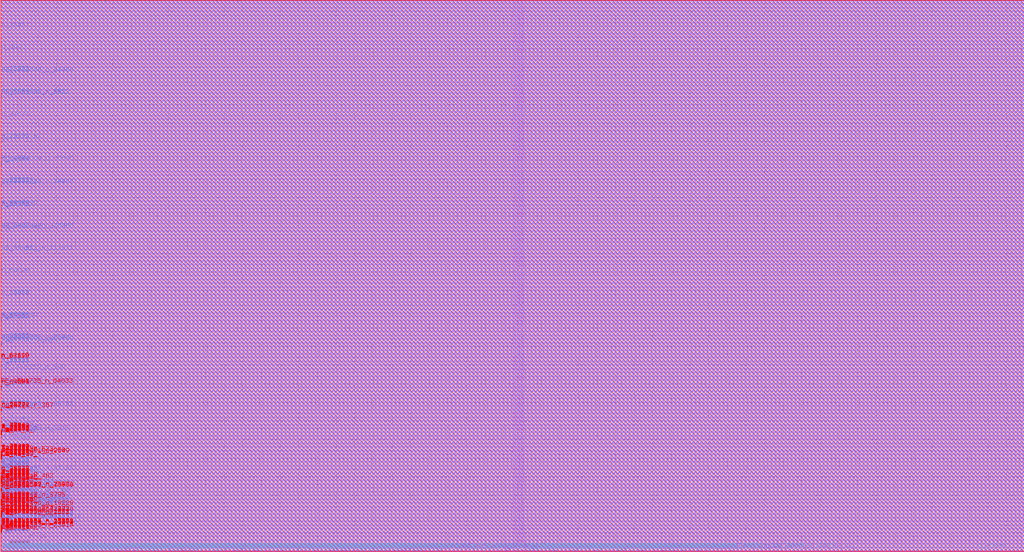
<source format=lef>
VERSION 5.7 ;
BUSBITCHARS "[]" ;
DIVIDERCHAR "/" ;
UNITS
  DATABASE MICRONS	2000 ;
END UNITS

SITE core
  SIZE 0.20 BY 2.00 ;
  CLASS CORE ;
  SYMMETRY Y  ;
END core

MACRO h3
   CLASS BLOCK ;
   SIZE 549.2 BY 296 ;
   ORIGIN 0 0 ;
   SYMMETRY X Y R90 ;
   PIN FE_OFN1005_n_65753
      DIRECTION OUTPUT ;
      PORT 
         LAYER metal3 ;
             RECT 0 76.55 0.51 76.65 ;
      END
   END FE_OFN1005_n_65753

   PIN FE_OFN1022_n_3701
      DIRECTION OUTPUT ;
      PORT 
         LAYER metal3 ;
             RECT 0 29.35 0.51 29.45 ;
      END
   END FE_OFN1022_n_3701

   PIN FE_OFN1051_n_5643
      DIRECTION OUTPUT ;
      PORT 
         LAYER metal3 ;
             RECT 0 243.75 0.51 243.85 ;
      END
   END FE_OFN1051_n_5643

   PIN FE_OFN106_n_95123
      DIRECTION OUTPUT ;
      PORT 
         LAYER metal3 ;
             RECT 0 111.95 0.51 112.05 ;
      END
   END FE_OFN106_n_95123

   PIN FE_OFN1075_n_116
      DIRECTION OUTPUT ;
      PORT 
         LAYER metal4 ;
             RECT 23.6 0 23.8 0.255 ;
      END
   END FE_OFN1075_n_116

   PIN FE_OFN1095_g303299_p
      DIRECTION OUTPUT ;
      PORT 
         LAYER metal3 ;
             RECT 0 16.55 0.51 16.65 ;
      END
   END FE_OFN1095_g303299_p

   PIN FE_OFN1121_n_4882
      DIRECTION OUTPUT ;
      PORT 
         LAYER metal3 ;
             RECT 0 243.95 0.51 244.05 ;
      END
   END FE_OFN1121_n_4882

   PIN FE_OFN1203_n_118585
      DIRECTION OUTPUT ;
      PORT 
         LAYER metal4 ;
             RECT 178.2 0 178.4 0.255 ;
      END
   END FE_OFN1203_n_118585

   PIN FE_OFN1215_n_3935
      DIRECTION OUTPUT ;
      PORT 
         LAYER metal3 ;
             RECT 0 16.75 0.51 16.85 ;
      END
   END FE_OFN1215_n_3935

   PIN FE_OFN1225_n_6583
      DIRECTION OUTPUT ;
      PORT 
         LAYER metal2 ;
             RECT 83.65 0 83.75 0.51 ;
      END
   END FE_OFN1225_n_6583

   PIN FE_OFN1228_n_3045
      DIRECTION OUTPUT ;
      PORT 
         LAYER metal2 ;
             RECT 14.25 0 14.35 0.51 ;
      END
   END FE_OFN1228_n_3045

   PIN FE_OFN1431_n_22026
      DIRECTION OUTPUT ;
      PORT 
         LAYER metal4 ;
             RECT 40.45 0 40.55 0.51 ;
      END
   END FE_OFN1431_n_22026

   PIN FE_OFN1534_n_4068
      DIRECTION OUTPUT ;
      PORT 
         LAYER metal3 ;
             RECT 0 16.95 0.51 17.05 ;
      END
   END FE_OFN1534_n_4068

   PIN FE_OFN1551_n_13938
      DIRECTION OUTPUT ;
      PORT 
         LAYER metal5 ;
             RECT 0 32.95 0.51 33.05 ;
      END
   END FE_OFN1551_n_13938

   PIN FE_OFN1579_n_3047
      DIRECTION OUTPUT ;
      PORT 
         LAYER metal3 ;
             RECT 0 17.15 0.51 17.25 ;
      END
   END FE_OFN1579_n_3047

   PIN FE_OFN1625_n_3863
      DIRECTION OUTPUT ;
      PORT 
         LAYER metal3 ;
             RECT 0 17.35 0.51 17.45 ;
      END
   END FE_OFN1625_n_3863

   PIN FE_OFN1667_n_66371
      DIRECTION OUTPUT ;
      PORT 
         LAYER metal2 ;
             RECT 86.85 0 86.95 0.51 ;
      END
   END FE_OFN1667_n_66371

   PIN FE_OFN1863_n_4923
      DIRECTION OUTPUT ;
      PORT 
         LAYER metal3 ;
             RECT 0 17.55 0.51 17.65 ;
      END
   END FE_OFN1863_n_4923

   PIN FE_OFN1930_n_18862
      DIRECTION OUTPUT ;
      PORT 
         LAYER metal3 ;
             RECT 0 17.75 0.51 17.85 ;
      END
   END FE_OFN1930_n_18862

   PIN FE_OFN1959_n_6873
      DIRECTION OUTPUT ;
      PORT 
         LAYER metal2 ;
             RECT 94.45 0 94.55 0.51 ;
      END
   END FE_OFN1959_n_6873

   PIN FE_OFN2010_n_27918
      DIRECTION OUTPUT ;
      PORT 
         LAYER metal4 ;
             RECT 57.85 0 57.95 0.51 ;
      END
   END FE_OFN2010_n_27918

   PIN FE_OFN2014_n_23906
      DIRECTION OUTPUT ;
      PORT 
         LAYER metal3 ;
             RECT 0 195.75 0.51 195.85 ;
      END
   END FE_OFN2014_n_23906

   PIN FE_OFN2148_n_118596
      DIRECTION OUTPUT ;
      PORT 
         LAYER metal3 ;
             RECT 0 12.95 0.51 13.05 ;
      END
   END FE_OFN2148_n_118596

   PIN FE_OFN2171_n_117298
      DIRECTION OUTPUT ;
      PORT 
         LAYER metal4 ;
             RECT 165.85 0 165.95 0.51 ;
      END
   END FE_OFN2171_n_117298

   PIN FE_OFN2175_n_21905
      DIRECTION OUTPUT ;
      PORT 
         LAYER metal5 ;
             RECT 0 12.95 0.51 13.05 ;
      END
   END FE_OFN2175_n_21905

   PIN FE_OFN2254_n_23876
      DIRECTION OUTPUT ;
      PORT 
         LAYER metal5 ;
             RECT 0 13.15 0.51 13.25 ;
      END
   END FE_OFN2254_n_23876

   PIN FE_OFN2334_n_23919
      DIRECTION OUTPUT ;
      PORT 
         LAYER metal3 ;
             RECT 0 11.35 0.51 11.45 ;
      END
   END FE_OFN2334_n_23919

   PIN FE_OFN2352_n_27890
      DIRECTION OUTPUT ;
      PORT 
         LAYER metal4 ;
             RECT 103.65 0 103.75 0.51 ;
      END
   END FE_OFN2352_n_27890

   PIN FE_OFN2353_n_19056
      DIRECTION OUTPUT ;
      PORT 
         LAYER metal3 ;
             RECT 0 17.95 0.51 18.05 ;
      END
   END FE_OFN2353_n_19056

   PIN FE_OFN2395_n_61534
      DIRECTION OUTPUT ;
      PORT 
         LAYER metal3 ;
             RECT 0 18.15 0.51 18.25 ;
      END
   END FE_OFN2395_n_61534

   PIN FE_OFN2397_n_4104
      DIRECTION OUTPUT ;
      PORT 
         LAYER metal3 ;
             RECT 0 23.75 0.51 23.85 ;
      END
   END FE_OFN2397_n_4104

   PIN FE_OFN2400_n_18228
      DIRECTION OUTPUT ;
      PORT 
         LAYER metal5 ;
             RECT 0 22.95 0.51 23.05 ;
      END
   END FE_OFN2400_n_18228

   PIN FE_OFN2418_n_26365
      DIRECTION OUTPUT ;
      PORT 
         LAYER metal4 ;
             RECT 52.85 0 52.95 0.51 ;
      END
   END FE_OFN2418_n_26365

   PIN FE_OFN2419_n_25888
      DIRECTION OUTPUT ;
      PORT 
         LAYER metal3 ;
             RECT 0 172.35 0.51 172.45 ;
      END
   END FE_OFN2419_n_25888

   PIN FE_OFN2473_n_117820
      DIRECTION OUTPUT ;
      PORT 
         LAYER metal2 ;
             RECT 330.45 0 330.55 0.51 ;
      END
   END FE_OFN2473_n_117820

   PIN FE_OFN2484_n_25794
      DIRECTION OUTPUT ;
      PORT 
         LAYER metal5 ;
             RECT 0 13.35 0.51 13.45 ;
      END
   END FE_OFN2484_n_25794

   PIN FE_OFN2502_n_5437
      DIRECTION OUTPUT ;
      PORT 
         LAYER metal4 ;
             RECT 79.05 0 79.15 0.51 ;
      END
   END FE_OFN2502_n_5437

   PIN FE_OFN2505_n_4918
      DIRECTION OUTPUT ;
      PORT 
         LAYER metal3 ;
             RECT 0 195.95 0.51 196.05 ;
      END
   END FE_OFN2505_n_4918

   PIN FE_OFN2678_n_23958
      DIRECTION OUTPUT ;
      PORT 
         LAYER metal3 ;
             RECT 0 255.75 0.51 255.85 ;
      END
   END FE_OFN2678_n_23958

   PIN FE_OFN2701_n_2549
      DIRECTION OUTPUT ;
      PORT 
         LAYER metal5 ;
             RECT 0 51.15 0.51 51.25 ;
      END
   END FE_OFN2701_n_2549

   PIN FE_OFN2720_n_25980
      DIRECTION OUTPUT ;
      PORT 
         LAYER metal3 ;
             RECT 0 112.15 0.51 112.25 ;
      END
   END FE_OFN2720_n_25980

   PIN FE_OFN2787_n_5684
      DIRECTION OUTPUT ;
      PORT 
         LAYER metal3 ;
             RECT 0 112.35 0.51 112.45 ;
      END
   END FE_OFN2787_n_5684

   PIN FE_OFN2790_n_4079
      DIRECTION OUTPUT ;
      PORT 
         LAYER metal4 ;
             RECT 5.25 0 5.35 0.51 ;
      END
   END FE_OFN2790_n_4079

   PIN FE_OFN287_n_76853
      DIRECTION OUTPUT ;
      PORT 
         LAYER metal2 ;
             RECT 24.65 0 24.75 0.51 ;
      END
   END FE_OFN287_n_76853

   PIN FE_OFN2929_n_4064
      DIRECTION OUTPUT ;
      PORT 
         LAYER metal4 ;
             RECT 26.05 0 26.15 0.51 ;
      END
   END FE_OFN2929_n_4064

   PIN FE_OFN2976_n_65768
      DIRECTION OUTPUT ;
      PORT 
         LAYER metal3 ;
             RECT 0 111.15 0.51 111.25 ;
      END
   END FE_OFN2976_n_65768

   PIN FE_OFN3004_n_4088
      DIRECTION OUTPUT ;
      PORT 
         LAYER metal2 ;
             RECT 12.65 0 12.75 0.51 ;
      END
   END FE_OFN3004_n_4088

   PIN FE_OFN3018_n_69766
      DIRECTION OUTPUT ;
      PORT 
         LAYER metal4 ;
             RECT 306.25 0 306.35 0.51 ;
      END
   END FE_OFN3018_n_69766

   PIN FE_OFN3050_n_3016
      DIRECTION OUTPUT ;
      PORT 
         LAYER metal3 ;
             RECT 0 63.15 0.51 63.25 ;
      END
   END FE_OFN3050_n_3016

   PIN FE_OFN3096_n_4811
      DIRECTION OUTPUT ;
      PORT 
         LAYER metal3 ;
             RECT 0 25.55 0.51 25.65 ;
      END
   END FE_OFN3096_n_4811

   PIN FE_OFN3163_n_2780
      DIRECTION OUTPUT ;
      PORT 
         LAYER metal4 ;
             RECT 2.25 0 2.35 0.51 ;
      END
   END FE_OFN3163_n_2780

   PIN FE_OFN3206_n_32181
      DIRECTION OUTPUT ;
      PORT 
         LAYER metal4 ;
             RECT 172.25 0 172.35 0.51 ;
      END
   END FE_OFN3206_n_32181

   PIN FE_OFN3230_n_3189
      DIRECTION OUTPUT ;
      PORT 
         LAYER metal2 ;
             RECT 5.45 0 5.55 0.51 ;
      END
   END FE_OFN3230_n_3189

   PIN FE_OFN3235_n_2155
      DIRECTION OUTPUT ;
      PORT 
         LAYER metal2 ;
             RECT 10.45 0 10.55 0.51 ;
      END
   END FE_OFN3235_n_2155

   PIN FE_OFN3241_n_4790
      DIRECTION OUTPUT ;
      PORT 
         LAYER metal3 ;
             RECT 0 25.75 0.51 25.85 ;
      END
   END FE_OFN3241_n_4790

   PIN FE_OFN325_n_70684
      DIRECTION OUTPUT ;
      PORT 
         LAYER metal4 ;
             RECT 294.85 0 294.95 0.51 ;
      END
   END FE_OFN325_n_70684

   PIN FE_OFN327_n_70685
      DIRECTION OUTPUT ;
      PORT 
         LAYER metal2 ;
             RECT 318.65 0 318.75 0.51 ;
      END
   END FE_OFN327_n_70685

   PIN FE_OFN3364_n_25895
      DIRECTION OUTPUT ;
      PORT 
         LAYER metal3 ;
             RECT 0 208.35 0.51 208.45 ;
      END
   END FE_OFN3364_n_25895

   PIN FE_OFN3366_n_5443
      DIRECTION OUTPUT ;
      PORT 
         LAYER metal3 ;
             RECT 0 255.95 0.51 256.05 ;
      END
   END FE_OFN3366_n_5443

   PIN FE_OFN3464_n_67106
      DIRECTION OUTPUT ;
      PORT 
         LAYER metal2 ;
             RECT 127.65 295.49 127.75 296 ;
      END
   END FE_OFN3464_n_67106

   PIN FE_OFN3486_n_1596
      DIRECTION OUTPUT ;
      PORT 
         LAYER metal5 ;
             RECT 0 13.55 0.51 13.65 ;
      END
   END FE_OFN3486_n_1596

   PIN FE_OFN3517_n_23820
      DIRECTION OUTPUT ;
      PORT 
         LAYER metal5 ;
             RECT 0 33.15 0.51 33.25 ;
      END
   END FE_OFN3517_n_23820

   PIN FE_OFN3531_n_19107
      DIRECTION OUTPUT ;
      PORT 
         LAYER metal3 ;
             RECT 0 24.7 0.255 24.9 ;
      END
   END FE_OFN3531_n_19107

   PIN FE_OFN3549_n_7898
      DIRECTION OUTPUT ;
      PORT 
         LAYER metal5 ;
             RECT 0 33.35 0.51 33.45 ;
      END
   END FE_OFN3549_n_7898

   PIN FE_OFN3617_n_18380
      DIRECTION OUTPUT ;
      PORT 
         LAYER metal5 ;
             RECT 0 13.75 0.51 13.85 ;
      END
   END FE_OFN3617_n_18380

   PIN FE_OFN3628_n_4557
      DIRECTION OUTPUT ;
      PORT 
         LAYER metal3 ;
             RECT 0 88.55 0.51 88.65 ;
      END
   END FE_OFN3628_n_4557

   PIN FE_OFN3720_n_4799
      DIRECTION OUTPUT ;
      PORT 
         LAYER metal3 ;
             RECT 0 11.55 0.51 11.65 ;
      END
   END FE_OFN3720_n_4799

   PIN FE_OFN3800_n_23840
      DIRECTION OUTPUT ;
      PORT 
         LAYER metal3 ;
             RECT 0 18.35 0.51 18.45 ;
      END
   END FE_OFN3800_n_23840

   PIN FE_OFN3910_n_5532
      DIRECTION OUTPUT ;
      PORT 
         LAYER metal3 ;
             RECT 0 244.15 0.51 244.25 ;
      END
   END FE_OFN3910_n_5532

   PIN FE_OFN4090_n_2663
      DIRECTION OUTPUT ;
      PORT 
         LAYER metal5 ;
             RECT 0 18.15 0.51 18.25 ;
      END
   END FE_OFN4090_n_2663

   PIN FE_OFN4798_n_21953
      DIRECTION OUTPUT ;
      PORT 
         LAYER metal3 ;
             RECT 0 18.55 0.51 18.65 ;
      END
   END FE_OFN4798_n_21953

   PIN FE_OFN666_n_31829
      DIRECTION OUTPUT ;
      PORT 
         LAYER metal4 ;
             RECT 160.65 0 160.75 0.51 ;
      END
   END FE_OFN666_n_31829

   PIN FE_OFN693_n_27625
      DIRECTION OUTPUT ;
      PORT 
         LAYER metal2 ;
             RECT 34.65 0 34.75 0.51 ;
      END
   END FE_OFN693_n_27625

   PIN FE_OFN715_n_24030
      DIRECTION OUTPUT ;
      PORT 
         LAYER metal2 ;
             RECT 13.45 0 13.55 0.51 ;
      END
   END FE_OFN715_n_24030

   PIN FE_OFN737_n_4131
      DIRECTION OUTPUT ;
      PORT 
         LAYER metal3 ;
             RECT 0 18.75 0.51 18.85 ;
      END
   END FE_OFN737_n_4131

   PIN FE_OFN847_n_4294
      DIRECTION OUTPUT ;
      PORT 
         LAYER metal3 ;
             RECT 0 18.95 0.51 19.05 ;
      END
   END FE_OFN847_n_4294

   PIN FE_OFN848_n_4958
      DIRECTION OUTPUT ;
      PORT 
         LAYER metal5 ;
             RECT 0 51.35 0.51 51.45 ;
      END
   END FE_OFN848_n_4958

   PIN FE_OFN853_n_3353
      DIRECTION OUTPUT ;
      PORT 
         LAYER metal3 ;
             RECT 0 19.15 0.51 19.25 ;
      END
   END FE_OFN853_n_3353

   PIN FE_OFN911_n_21872
      DIRECTION OUTPUT ;
      PORT 
         LAYER metal5 ;
             RECT 0 18.35 0.51 18.45 ;
      END
   END FE_OFN911_n_21872

   PIN FE_OFN948_n_3795
      DIRECTION OUTPUT ;
      PORT 
         LAYER metal3 ;
             RECT 0 25.95 0.51 26.05 ;
      END
   END FE_OFN948_n_3795

   PIN FE_OFN965_n_25771
      DIRECTION OUTPUT ;
      PORT 
         LAYER metal3 ;
             RECT 0 19.35 0.51 19.45 ;
      END
   END FE_OFN965_n_25771

   PIN FE_OFN973_n_63299
      DIRECTION OUTPUT ;
      PORT 
         LAYER metal3 ;
             RECT 0 19.55 0.51 19.65 ;
      END
   END FE_OFN973_n_63299

   PIN FE_OFN975_n_2435
      DIRECTION OUTPUT ;
      PORT 
         LAYER metal3 ;
             RECT 0 23.95 0.51 24.05 ;
      END
   END FE_OFN975_n_2435

   PIN g205805_da
      DIRECTION OUTPUT ;
      PORT 
         LAYER metal2 ;
             RECT 232.05 0 232.15 0.51 ;
      END
   END g205805_da

   PIN g221053_u1_o
      DIRECTION OUTPUT ;
      PORT 
         LAYER metal2 ;
             RECT 56.05 295.49 56.15 296 ;
      END
   END g221053_u1_o

   PIN g222840_p
      DIRECTION OUTPUT ;
      PORT 
         LAYER metal5 ;
             RECT 0 33.55 0.51 33.65 ;
      END
   END g222840_p

   PIN g229165_p
      DIRECTION OUTPUT ;
      PORT 
         LAYER metal2 ;
             RECT 320.25 0 320.35 0.51 ;
      END
   END g229165_p

   PIN g229250_p
      DIRECTION OUTPUT ;
      PORT 
         LAYER metal2 ;
             RECT 320.45 0 320.55 0.51 ;
      END
   END g229250_p

   PIN g229781_p
      DIRECTION OUTPUT ;
      PORT 
         LAYER metal4 ;
             RECT 73.25 0 73.35 0.51 ;
      END
   END g229781_p

   PIN g231281_p
      DIRECTION OUTPUT ;
      PORT 
         LAYER metal3 ;
             RECT 0 63.35 0.51 63.45 ;
      END
   END g231281_p

   PIN g233246_p
      DIRECTION OUTPUT ;
      PORT 
         LAYER metal4 ;
             RECT 36.05 0 36.15 0.51 ;
      END
   END g233246_p

   PIN g233290_p
      DIRECTION OUTPUT ;
      PORT 
         LAYER metal3 ;
             RECT 0 51.75 0.51 51.85 ;
      END
   END g233290_p

   PIN g233318_p
      DIRECTION OUTPUT ;
      PORT 
         LAYER metal2 ;
             RECT 78.85 0 78.95 0.51 ;
      END
   END g233318_p

   PIN g233379_p
      DIRECTION OUTPUT ;
      PORT 
         LAYER metal4 ;
             RECT 75.05 0 75.15 0.51 ;
      END
   END g233379_p

   PIN g233525_p
      DIRECTION OUTPUT ;
      PORT 
         LAYER metal3 ;
             RECT 0 124.55 0.51 124.65 ;
      END
   END g233525_p

   PIN g233666_p
      DIRECTION OUTPUT ;
      PORT 
         LAYER metal3 ;
             RECT 0 39.35 0.51 39.45 ;
      END
   END g233666_p

   PIN g233787_p
      DIRECTION OUTPUT ;
      PORT 
         LAYER metal3 ;
             RECT 0 28.55 0.51 28.65 ;
      END
   END g233787_p

   PIN g235027_p
      DIRECTION OUTPUT ;
      PORT 
         LAYER metal2 ;
             RECT 61.65 0 61.75 0.51 ;
      END
   END g235027_p

   PIN g235236_p
      DIRECTION OUTPUT ;
      PORT 
         LAYER metal2 ;
             RECT 66.45 0 66.55 0.51 ;
      END
   END g235236_p

   PIN g235278_p
      DIRECTION OUTPUT ;
      PORT 
         LAYER metal2 ;
             RECT 62.25 0 62.35 0.51 ;
      END
   END g235278_p

   PIN g235292_p
      DIRECTION OUTPUT ;
      PORT 
         LAYER metal2 ;
             RECT 78.25 0 78.35 0.51 ;
      END
   END g235292_p

   PIN g235499_p
      DIRECTION OUTPUT ;
      PORT 
         LAYER metal3 ;
             RECT 0 172.55 0.51 172.65 ;
      END
   END g235499_p

   PIN g235503_p
      DIRECTION OUTPUT ;
      PORT 
         LAYER metal4 ;
             RECT 61.05 0 61.15 0.51 ;
      END
   END g235503_p

   PIN g236596_da
      DIRECTION OUTPUT ;
      PORT 
         LAYER metal4 ;
             RECT 35.05 0 35.15 0.51 ;
      END
   END g236596_da

   PIN g236596_db
      DIRECTION OUTPUT ;
      PORT 
         LAYER metal2 ;
             RECT 29.25 0 29.35 0.51 ;
      END
   END g236596_db

   PIN g264946_da
      DIRECTION OUTPUT ;
      PORT 
         LAYER metal2 ;
             RECT 271.05 0 271.15 0.51 ;
      END
   END g264946_da

   PIN g264946_db
      DIRECTION OUTPUT ;
      PORT 
         LAYER metal2 ;
             RECT 271.85 0 271.95 0.51 ;
      END
   END g264946_db

   PIN g265666_p
      DIRECTION OUTPUT ;
      PORT 
         LAYER metal2 ;
             RECT 292.65 0 292.75 0.51 ;
      END
   END g265666_p

   PIN g265686_p
      DIRECTION OUTPUT ;
      PORT 
         LAYER metal4 ;
             RECT 295.25 0 295.35 0.51 ;
      END
   END g265686_p

   PIN g265687_p
      DIRECTION OUTPUT ;
      PORT 
         LAYER metal2 ;
             RECT 294.45 0 294.55 0.51 ;
      END
   END g265687_p

   PIN g266335_p
      DIRECTION OUTPUT ;
      PORT 
         LAYER metal2 ;
             RECT 271.45 0 271.55 0.51 ;
      END
   END g266335_p

   PIN g267264_da
      DIRECTION OUTPUT ;
      PORT 
         LAYER metal4 ;
             RECT 192.45 0 192.55 0.51 ;
      END
   END g267264_da

   PIN g267734_p
      DIRECTION OUTPUT ;
      PORT 
         LAYER metal2 ;
             RECT 207.85 0 207.95 0.51 ;
      END
   END g267734_p

   PIN g267768_p
      DIRECTION OUTPUT ;
      PORT 
         LAYER metal2 ;
             RECT 204.25 0 204.35 0.51 ;
      END
   END g267768_p

   PIN g267963_p
      DIRECTION OUTPUT ;
      PORT 
         LAYER metal2 ;
             RECT 202.05 0 202.15 0.51 ;
      END
   END g267963_p

   PIN g269325_p1
      DIRECTION OUTPUT ;
      PORT 
         LAYER metal4 ;
             RECT 332.05 0 332.15 0.51 ;
      END
   END g269325_p1

   PIN g270287_p
      DIRECTION OUTPUT ;
      PORT 
         LAYER metal4 ;
             RECT 212.45 0 212.55 0.51 ;
      END
   END g270287_p

   PIN g270719_p
      DIRECTION OUTPUT ;
      PORT 
         LAYER metal4 ;
             RECT 132.65 0 132.75 0.51 ;
      END
   END g270719_p

   PIN g270759_da
      DIRECTION OUTPUT ;
      PORT 
         LAYER metal2 ;
             RECT 193.25 0 193.35 0.51 ;
      END
   END g270759_da

   PIN g270759_db
      DIRECTION OUTPUT ;
      PORT 
         LAYER metal4 ;
             RECT 193.25 0 193.35 0.51 ;
      END
   END g270759_db

   PIN g271925_p
      DIRECTION OUTPUT ;
      PORT 
         LAYER metal2 ;
             RECT 94.25 0 94.35 0.51 ;
      END
   END g271925_p

   PIN g271962_p
      DIRECTION OUTPUT ;
      PORT 
         LAYER metal2 ;
             RECT 100.65 0 100.75 0.51 ;
      END
   END g271962_p

   PIN g271983_p
      DIRECTION OUTPUT ;
      PORT 
         LAYER metal4 ;
             RECT 95.65 0 95.75 0.51 ;
      END
   END g271983_p

   PIN g272146_p
      DIRECTION OUTPUT ;
      PORT 
         LAYER metal2 ;
             RECT 103.05 0 103.15 0.51 ;
      END
   END g272146_p

   PIN g273791_p
      DIRECTION OUTPUT ;
      PORT 
         LAYER metal3 ;
             RECT 0 63.55 0.51 63.65 ;
      END
   END g273791_p

   PIN g274959_p
      DIRECTION OUTPUT ;
      PORT 
         LAYER metal4 ;
             RECT 46.85 0 46.95 0.51 ;
      END
   END g274959_p

   PIN g275109_sb
      DIRECTION OUTPUT ;
      PORT 
         LAYER metal4 ;
             RECT 24.85 0 24.95 0.51 ;
      END
   END g275109_sb

   PIN g275315_da
      DIRECTION OUTPUT ;
      PORT 
         LAYER metal2 ;
             RECT 28.85 295.49 28.95 296 ;
      END
   END g275315_da

   PIN g275315_db
      DIRECTION OUTPUT ;
      PORT 
         LAYER metal4 ;
             RECT 32.25 295.49 32.35 296 ;
      END
   END g275315_db

   PIN g279718_p2
      DIRECTION OUTPUT ;
      PORT 
         LAYER metal3 ;
             RECT 0 220.35 0.51 220.45 ;
      END
   END g279718_p2

   PIN g279854_p
      DIRECTION OUTPUT ;
      PORT 
         LAYER metal3 ;
             RECT 0 196.15 0.51 196.25 ;
      END
   END g279854_p

   PIN g280604_p
      DIRECTION OUTPUT ;
      PORT 
         LAYER metal3 ;
             RECT 0 184.55 0.51 184.65 ;
      END
   END g280604_p

   PIN g281129_p
      DIRECTION OUTPUT ;
      PORT 
         LAYER metal2 ;
             RECT 11.85 0 11.95 0.51 ;
      END
   END g281129_p

   PIN g302688_p
      DIRECTION OUTPUT ;
      PORT 
         LAYER metal2 ;
             RECT 5.65 0 5.75 0.51 ;
      END
   END g302688_p

   PIN g302697_p
      DIRECTION OUTPUT ;
      PORT 
         LAYER metal4 ;
             RECT 17.65 0 17.75 0.51 ;
      END
   END g302697_p

   PIN g302698_p
      DIRECTION OUTPUT ;
      PORT 
         LAYER metal3 ;
             RECT 0 11.75 0.51 11.85 ;
      END
   END g302698_p

   PIN g302705_p
      DIRECTION OUTPUT ;
      PORT 
         LAYER metal2 ;
             RECT 26.65 0 26.75 0.51 ;
      END
   END g302705_p

   PIN g303296_p
      DIRECTION OUTPUT ;
      PORT 
         LAYER metal5 ;
             RECT 0 10.95 0.51 11.05 ;
      END
   END g303296_p

   PIN g303330_p
      DIRECTION OUTPUT ;
      PORT 
         LAYER metal3 ;
             RECT 0 29.55 0.51 29.65 ;
      END
   END g303330_p

   PIN g303332_p
      DIRECTION OUTPUT ;
      PORT 
         LAYER metal4 ;
             RECT 42.25 0 42.35 0.51 ;
      END
   END g303332_p

   PIN g303358_p
      DIRECTION OUTPUT ;
      PORT 
         LAYER metal3 ;
             RECT 0 11.95 0.51 12.05 ;
      END
   END g303358_p

   PIN g304265_p
      DIRECTION OUTPUT ;
      PORT 
         LAYER metal2 ;
             RECT 8.85 0 8.95 0.51 ;
      END
   END g304265_p

   PIN g304267_p
      DIRECTION OUTPUT ;
      PORT 
         LAYER metal2 ;
             RECT 28.25 0 28.35 0.51 ;
      END
   END g304267_p

   PIN g304295_p
      DIRECTION OUTPUT ;
      PORT 
         LAYER metal4 ;
             RECT 13.25 0 13.35 0.51 ;
      END
   END g304295_p

   PIN g304307_p
      DIRECTION OUTPUT ;
      PORT 
         LAYER metal3 ;
             RECT 0 63.75 0.51 63.85 ;
      END
   END g304307_p

   PIN g304312_p
      DIRECTION OUTPUT ;
      PORT 
         LAYER metal2 ;
             RECT 7.05 0 7.15 0.51 ;
      END
   END g304312_p

   PIN g304735_p
      DIRECTION OUTPUT ;
      PORT 
         LAYER metal5 ;
             RECT 0 38.95 0.51 39.05 ;
      END
   END g304735_p

   PIN g304777_p
      DIRECTION OUTPUT ;
      PORT 
         LAYER metal3 ;
             RECT 0 29.75 0.51 29.85 ;
      END
   END g304777_p

   PIN g322260_p
      DIRECTION OUTPUT ;
      PORT 
         LAYER metal2 ;
             RECT 211.85 0 211.95 0.51 ;
      END
   END g322260_p

   PIN g322487_p
      DIRECTION OUTPUT ;
      PORT 
         LAYER metal4 ;
             RECT 320.25 0 320.35 0.51 ;
      END
   END g322487_p

   PIN g322619_da
      DIRECTION OUTPUT ;
      PORT 
         LAYER metal2 ;
             RECT 159.85 0 159.95 0.51 ;
      END
   END g322619_da

   PIN g322619_db
      DIRECTION OUTPUT ;
      PORT 
         LAYER metal4 ;
             RECT 235.65 0 235.75 0.51 ;
      END
   END g322619_db

   PIN n_1057
      DIRECTION OUTPUT ;
      PORT 
         LAYER metal3 ;
             RECT 0 19.75 0.51 19.85 ;
      END
   END n_1057

   PIN n_108861
      DIRECTION OUTPUT ;
      PORT 
         LAYER metal3 ;
             RECT 0 124.75 0.51 124.85 ;
      END
   END n_108861

   PIN n_109000
      DIRECTION OUTPUT ;
      PORT 
         LAYER metal3 ;
             RECT 0 19.95 0.51 20.05 ;
      END
   END n_109000

   PIN n_109172
      DIRECTION OUTPUT ;
      PORT 
         LAYER metal2 ;
             RECT 2.25 0 2.35 0.51 ;
      END
   END n_109172

   PIN n_109184
      DIRECTION OUTPUT ;
      PORT 
         LAYER metal4 ;
             RECT 81.65 0 81.75 0.51 ;
      END
   END n_109184

   PIN n_1098
      DIRECTION OUTPUT ;
      PORT 
         LAYER metal3 ;
             RECT 0 52.15 0.51 52.25 ;
      END
   END n_1098

   PIN n_112975
      DIRECTION OUTPUT ;
      PORT 
         LAYER metal4 ;
             RECT 372.45 0 372.55 0.51 ;
      END
   END n_112975

   PIN n_112976
      DIRECTION OUTPUT ;
      PORT 
         LAYER metal2 ;
             RECT 367.85 0 367.95 0.51 ;
      END
   END n_112976

   PIN n_113031
      DIRECTION OUTPUT ;
      PORT 
         LAYER metal2 ;
             RECT 227.05 0 227.15 0.51 ;
      END
   END n_113031

   PIN n_116915
      DIRECTION OUTPUT ;
      PORT 
         LAYER metal4 ;
             RECT 55.85 0 55.95 0.51 ;
      END
   END n_116915

   PIN n_116916
      DIRECTION OUTPUT ;
      PORT 
         LAYER metal4 ;
             RECT 26.6 0 26.8 0.255 ;
      END
   END n_116916

   PIN n_116953
      DIRECTION OUTPUT ;
      PORT 
         LAYER metal4 ;
             RECT 52.25 0 52.35 0.51 ;
      END
   END n_116953

   PIN n_117338
      DIRECTION OUTPUT ;
      PORT 
         LAYER metal5 ;
             RECT 0 25.15 0.51 25.25 ;
      END
   END n_117338

   PIN n_117342
      DIRECTION OUTPUT ;
      PORT 
         LAYER metal5 ;
             RECT 0 18.55 0.51 18.65 ;
      END
   END n_117342

   PIN n_117601
      DIRECTION OUTPUT ;
      PORT 
         LAYER metal2 ;
             RECT 235.05 0 235.15 0.51 ;
      END
   END n_117601

   PIN n_117819
      DIRECTION OUTPUT ;
      PORT 
         LAYER metal2 ;
             RECT 332.65 0 332.75 0.51 ;
      END
   END n_117819

   PIN n_118320
      DIRECTION OUTPUT ;
      PORT 
         LAYER metal4 ;
             RECT 115.45 0 115.55 0.51 ;
      END
   END n_118320

   PIN n_118334
      DIRECTION OUTPUT ;
      PORT 
         LAYER metal4 ;
             RECT 163.85 0 163.95 0.51 ;
      END
   END n_118334

   PIN n_118459
      DIRECTION OUTPUT ;
      PORT 
         LAYER metal4 ;
             RECT 43.45 0 43.55 0.51 ;
      END
   END n_118459

   PIN n_118597
      DIRECTION OUTPUT ;
      PORT 
         LAYER metal2 ;
             RECT 17.85 295.49 17.95 296 ;
      END
   END n_118597

   PIN n_118744
      DIRECTION OUTPUT ;
      PORT 
         LAYER metal3 ;
             RECT 0 184.75 0.51 184.85 ;
      END
   END n_118744

   PIN n_118754
      DIRECTION OUTPUT ;
      PORT 
         LAYER metal4 ;
             RECT 186.65 0 186.75 0.51 ;
      END
   END n_118754

   PIN n_126138
      DIRECTION OUTPUT ;
      PORT 
         LAYER metal3 ;
             RECT 0 51.95 0.51 52.05 ;
      END
   END n_126138

   PIN n_1264
      DIRECTION OUTPUT ;
      PORT 
         LAYER metal2 ;
             RECT 7.25 0 7.35 0.51 ;
      END
   END n_1264

   PIN n_1278
      DIRECTION OUTPUT ;
      PORT 
         LAYER metal2 ;
             RECT 11.65 0 11.75 0.51 ;
      END
   END n_1278

   PIN n_13895
      DIRECTION OUTPUT ;
      PORT 
         LAYER metal4 ;
             RECT 16.65 0 16.75 0.51 ;
      END
   END n_13895

   PIN n_140823
      DIRECTION OUTPUT ;
      PORT 
         LAYER metal4 ;
             RECT 194.25 0 194.35 0.51 ;
      END
   END n_140823

   PIN n_1464
      DIRECTION OUTPUT ;
      PORT 
         LAYER metal2 ;
             RECT 15.25 0 15.35 0.51 ;
      END
   END n_1464

   PIN n_1469
      DIRECTION OUTPUT ;
      PORT 
         LAYER metal2 ;
             RECT 2.45 0 2.55 0.51 ;
      END
   END n_1469

   PIN n_1482
      DIRECTION OUTPUT ;
      PORT 
         LAYER metal4 ;
             RECT 5.05 0 5.15 0.51 ;
      END
   END n_1482

   PIN n_1507
      DIRECTION OUTPUT ;
      PORT 
         LAYER metal5 ;
             RECT 0 18.75 0.51 18.85 ;
      END
   END n_1507

   PIN n_1511
      DIRECTION OUTPUT ;
      PORT 
         LAYER metal4 ;
             RECT 6.65 0 6.75 0.51 ;
      END
   END n_1511

   PIN n_151614
      DIRECTION OUTPUT ;
      PORT 
         LAYER metal4 ;
             RECT 1.05 0 1.15 0.51 ;
      END
   END n_151614

   PIN n_1599
      DIRECTION OUTPUT ;
      PORT 
         LAYER metal3 ;
             RECT 0 62.95 0.51 63.05 ;
      END
   END n_1599

   PIN n_162433
      DIRECTION OUTPUT ;
      PORT 
         LAYER metal3 ;
             RECT 0 196.35 0.51 196.45 ;
      END
   END n_162433

   PIN n_1790
      DIRECTION OUTPUT ;
      PORT 
         LAYER metal5 ;
             RECT 0 39.15 0.51 39.25 ;
      END
   END n_1790

   PIN n_18375
      DIRECTION OUTPUT ;
      PORT 
         LAYER metal3 ;
             RECT 0 207.55 0.51 207.65 ;
      END
   END n_18375

   PIN n_183956
      DIRECTION OUTPUT ;
      PORT 
         LAYER metal4 ;
             RECT 58.25 0 58.35 0.51 ;
      END
   END n_183956

   PIN n_1867
      DIRECTION OUTPUT ;
      PORT 
         LAYER metal5 ;
             RECT 0 21.95 0.51 22.05 ;
      END
   END n_1867

   PIN n_1932
      DIRECTION OUTPUT ;
      PORT 
         LAYER metal4 ;
             RECT 6.05 0 6.15 0.51 ;
      END
   END n_1932

   PIN n_1952
      DIRECTION OUTPUT ;
      PORT 
         LAYER metal3 ;
             RECT 0 34.35 0.51 34.45 ;
      END
   END n_1952

   PIN n_19942
      DIRECTION OUTPUT ;
      PORT 
         LAYER metal3 ;
             RECT 0 208.55 0.51 208.65 ;
      END
   END n_19942

   PIN n_19943
      DIRECTION OUTPUT ;
      PORT 
         LAYER metal3 ;
             RECT 0 207.75 0.51 207.85 ;
      END
   END n_19943

   PIN n_19987
      DIRECTION OUTPUT ;
      PORT 
         LAYER metal3 ;
             RECT 0 13.35 0.51 13.45 ;
      END
   END n_19987

   PIN n_20051
      DIRECTION OUTPUT ;
      PORT 
         LAYER metal5 ;
             RECT 0 11.15 0.51 11.25 ;
      END
   END n_20051

   PIN n_2049
      DIRECTION OUTPUT ;
      PORT 
         LAYER metal2 ;
             RECT 14.85 0 14.95 0.51 ;
      END
   END n_2049

   PIN n_20823
      DIRECTION OUTPUT ;
      PORT 
         LAYER metal2 ;
             RECT 13.05 0 13.15 0.51 ;
      END
   END n_20823

   PIN n_20967
      DIRECTION OUTPUT ;
      PORT 
         LAYER metal3 ;
             RECT 0 196.55 0.51 196.65 ;
      END
   END n_20967

   PIN n_21560
      DIRECTION OUTPUT ;
      PORT 
         LAYER metal2 ;
             RECT 4.05 0 4.15 0.51 ;
      END
   END n_21560

   PIN n_21836
      DIRECTION OUTPUT ;
      PORT 
         LAYER metal4 ;
             RECT 19.45 0 19.55 0.51 ;
      END
   END n_21836

   PIN n_21898
      DIRECTION OUTPUT ;
      PORT 
         LAYER metal5 ;
             RECT 0 63.15 0.51 63.25 ;
      END
   END n_21898

   PIN n_21970
      DIRECTION OUTPUT ;
      PORT 
         LAYER metal2 ;
             RECT 19.85 0 19.95 0.51 ;
      END
   END n_21970

   PIN n_21978
      DIRECTION OUTPUT ;
      PORT 
         LAYER metal4 ;
             RECT 56.05 0 56.15 0.51 ;
      END
   END n_21978

   PIN n_21997
      DIRECTION OUTPUT ;
      PORT 
         LAYER metal2 ;
             RECT 2.65 0 2.75 0.51 ;
      END
   END n_21997

   PIN n_22074
      DIRECTION OUTPUT ;
      PORT 
         LAYER metal3 ;
             RECT 0 36.35 0.51 36.45 ;
      END
   END n_22074

   PIN n_22077
      DIRECTION OUTPUT ;
      PORT 
         LAYER metal2 ;
             RECT 16.85 0 16.95 0.51 ;
      END
   END n_22077

   PIN n_22109
      DIRECTION OUTPUT ;
      PORT 
         LAYER metal2 ;
             RECT 23.25 0 23.35 0.51 ;
      END
   END n_22109

   PIN n_22116
      DIRECTION OUTPUT ;
      PORT 
         LAYER metal4 ;
             RECT 54.65 0 54.75 0.51 ;
      END
   END n_22116

   PIN n_22254
      DIRECTION OUTPUT ;
      PORT 
         LAYER metal3 ;
             RECT 0 32.35 0.51 32.45 ;
      END
   END n_22254

   PIN n_22267
      DIRECTION OUTPUT ;
      PORT 
         LAYER metal2 ;
             RECT 26.05 0 26.15 0.51 ;
      END
   END n_22267

   PIN n_22272
      DIRECTION OUTPUT ;
      PORT 
         LAYER metal2 ;
             RECT 2.05 0 2.15 0.51 ;
      END
   END n_22272

   PIN n_22339
      DIRECTION OUTPUT ;
      PORT 
         LAYER metal2 ;
             RECT 26.25 0 26.35 0.51 ;
      END
   END n_22339

   PIN n_22384
      DIRECTION OUTPUT ;
      PORT 
         LAYER metal4 ;
             RECT 17.2 0 17.4 0.255 ;
      END
   END n_22384

   PIN n_22477
      DIRECTION OUTPUT ;
      PORT 
         LAYER metal3 ;
             RECT 0 33.55 0.51 33.65 ;
      END
   END n_22477

   PIN n_22600
      DIRECTION OUTPUT ;
      PORT 
         LAYER metal4 ;
             RECT 54.85 0 54.95 0.51 ;
      END
   END n_22600

   PIN n_22668
      DIRECTION OUTPUT ;
      PORT 
         LAYER metal5 ;
             RECT 0 39.35 0.51 39.45 ;
      END
   END n_22668

   PIN n_22760
      DIRECTION OUTPUT ;
      PORT 
         LAYER metal2 ;
             RECT 17.05 0 17.15 0.51 ;
      END
   END n_22760

   PIN n_22793
      DIRECTION OUTPUT ;
      PORT 
         LAYER metal2 ;
             RECT 17.45 0 17.55 0.51 ;
      END
   END n_22793

   PIN n_22810
      DIRECTION OUTPUT ;
      PORT 
         LAYER metal2 ;
             RECT 17.65 0 17.75 0.51 ;
      END
   END n_22810

   PIN n_22832
      DIRECTION OUTPUT ;
      PORT 
         LAYER metal5 ;
             RECT 0 51.55 0.51 51.65 ;
      END
   END n_22832

   PIN n_22938
      DIRECTION OUTPUT ;
      PORT 
         LAYER metal4 ;
             RECT 20.65 0 20.75 0.51 ;
      END
   END n_22938

   PIN n_23072
      DIRECTION OUTPUT ;
      PORT 
         LAYER metal2 ;
             RECT 15.85 0 15.95 0.51 ;
      END
   END n_23072

   PIN n_23082
      DIRECTION OUTPUT ;
      PORT 
         LAYER metal5 ;
             RECT 0 21.35 0.51 21.45 ;
      END
   END n_23082

   PIN n_23089
      DIRECTION OUTPUT ;
      PORT 
         LAYER metal3 ;
             RECT 0 31.55 0.51 31.65 ;
      END
   END n_23089

   PIN n_23126
      DIRECTION OUTPUT ;
      PORT 
         LAYER metal4 ;
             RECT 16.85 0 16.95 0.51 ;
      END
   END n_23126

   PIN n_23209
      DIRECTION OUTPUT ;
      PORT 
         LAYER metal4 ;
             RECT 13.05 0 13.15 0.51 ;
      END
   END n_23209

   PIN n_23215
      DIRECTION OUTPUT ;
      PORT 
         LAYER metal3 ;
             RECT 0 36.55 0.51 36.65 ;
      END
   END n_23215

   PIN n_2327
      DIRECTION OUTPUT ;
      PORT 
         LAYER metal2 ;
             RECT 21.45 0 21.55 0.51 ;
      END
   END n_2327

   PIN n_23391
      DIRECTION OUTPUT ;
      PORT 
         LAYER metal4 ;
             RECT 19.05 0 19.15 0.51 ;
      END
   END n_23391

   PIN n_23480
      DIRECTION OUTPUT ;
      PORT 
         LAYER metal2 ;
             RECT 20.45 0 20.55 0.51 ;
      END
   END n_23480

   PIN n_23488
      DIRECTION OUTPUT ;
      PORT 
         LAYER metal5 ;
             RECT 0 20.55 0.51 20.65 ;
      END
   END n_23488

   PIN n_23559
      DIRECTION OUTPUT ;
      PORT 
         LAYER metal5 ;
             RECT 0 26.95 0.51 27.05 ;
      END
   END n_23559

   PIN n_23605
      DIRECTION OUTPUT ;
      PORT 
         LAYER metal2 ;
             RECT 19.45 0 19.55 0.51 ;
      END
   END n_23605

   PIN n_23607
      DIRECTION OUTPUT ;
      PORT 
         LAYER metal2 ;
             RECT 21.25 0 21.35 0.51 ;
      END
   END n_23607

   PIN n_23658
      DIRECTION OUTPUT ;
      PORT 
         LAYER metal2 ;
             RECT 23.05 0 23.15 0.51 ;
      END
   END n_23658

   PIN n_23760
      DIRECTION OUTPUT ;
      PORT 
         LAYER metal3 ;
             RECT 0 76.75 0.51 76.85 ;
      END
   END n_23760

   PIN n_23795
      DIRECTION OUTPUT ;
      PORT 
         LAYER metal3 ;
             RECT 0 26.15 0.51 26.25 ;
      END
   END n_23795

   PIN n_23805
      DIRECTION OUTPUT ;
      PORT 
         LAYER metal5 ;
             RECT 0 63.35 0.51 63.45 ;
      END
   END n_23805

   PIN n_23889
      DIRECTION OUTPUT ;
      PORT 
         LAYER metal2 ;
             RECT 404.05 295.49 404.15 296 ;
      END
   END n_23889

   PIN n_23929
      DIRECTION OUTPUT ;
      PORT 
         LAYER metal4 ;
             RECT 524.05 0 524.15 0.51 ;
      END
   END n_23929

   PIN n_24160
      DIRECTION OUTPUT ;
      PORT 
         LAYER metal5 ;
             RECT 0 33.75 0.51 33.85 ;
      END
   END n_24160

   PIN n_24271
      DIRECTION OUTPUT ;
      PORT 
         LAYER metal5 ;
             RECT 0 75.95 0.51 76.05 ;
      END
   END n_24271

   PIN n_24308
      DIRECTION OUTPUT ;
      PORT 
         LAYER metal2 ;
             RECT 3.65 0 3.75 0.51 ;
      END
   END n_24308

   PIN n_24929
      DIRECTION OUTPUT ;
      PORT 
         LAYER metal3 ;
             RECT 0 22.7 0.255 22.9 ;
      END
   END n_24929

   PIN n_25559
      DIRECTION OUTPUT ;
      PORT 
         LAYER metal3 ;
             RECT 0 28.75 0.51 28.85 ;
      END
   END n_25559

   PIN n_25809
      DIRECTION OUTPUT ;
      PORT 
         LAYER metal3 ;
             RECT 0 256.15 0.51 256.25 ;
      END
   END n_25809

   PIN n_25811
      DIRECTION OUTPUT ;
      PORT 
         LAYER metal3 ;
             RECT 0 112.55 0.51 112.65 ;
      END
   END n_25811

   PIN n_25812
      DIRECTION OUTPUT ;
      PORT 
         LAYER metal3 ;
             RECT 0 171.75 0.51 171.85 ;
      END
   END n_25812

   PIN n_25904
      DIRECTION OUTPUT ;
      PORT 
         LAYER metal3 ;
             RECT 0 9.55 0.51 9.65 ;
      END
   END n_25904

   PIN n_25932
      DIRECTION OUTPUT ;
      PORT 
         LAYER metal2 ;
             RECT 174.45 0 174.55 0.51 ;
      END
   END n_25932

   PIN n_25934
      DIRECTION OUTPUT ;
      PORT 
         LAYER metal3 ;
             RECT 0 256.35 0.51 256.45 ;
      END
   END n_25934

   PIN n_25939
      DIRECTION OUTPUT ;
      PORT 
         LAYER metal3 ;
             RECT 0 244.35 0.51 244.45 ;
      END
   END n_25939

   PIN n_25994
      DIRECTION OUTPUT ;
      PORT 
         LAYER metal3 ;
             RECT 0 76.95 0.51 77.05 ;
      END
   END n_25994

   PIN n_26053
      DIRECTION OUTPUT ;
      PORT 
         LAYER metal3 ;
             RECT 0 279.95 0.51 280.05 ;
      END
   END n_26053

   PIN n_26162
      DIRECTION OUTPUT ;
      PORT 
         LAYER metal4 ;
             RECT 12.65 0 12.75 0.51 ;
      END
   END n_26162

   PIN n_26171
      DIRECTION OUTPUT ;
      PORT 
         LAYER metal3 ;
             RECT 0 46.9 0.255 47.1 ;
      END
   END n_26171

   PIN n_26172
      DIRECTION OUTPUT ;
      PORT 
         LAYER metal3 ;
             RECT 0 43.75 0.51 43.85 ;
      END
   END n_26172

   PIN n_26188
      DIRECTION OUTPUT ;
      PORT 
         LAYER metal3 ;
             RECT 0 256.55 0.51 256.65 ;
      END
   END n_26188

   PIN n_26255
      DIRECTION OUTPUT ;
      PORT 
         LAYER metal3 ;
             RECT 0 44.75 0.51 44.85 ;
      END
   END n_26255

   PIN n_26333
      DIRECTION OUTPUT ;
      PORT 
         LAYER metal4 ;
             RECT 7.65 0 7.75 0.51 ;
      END
   END n_26333

   PIN n_26360
      DIRECTION OUTPUT ;
      PORT 
         LAYER metal3 ;
             RECT 0 9.35 0.51 9.45 ;
      END
   END n_26360

   PIN n_26362
      DIRECTION OUTPUT ;
      PORT 
         LAYER metal3 ;
             RECT 0 63.95 0.51 64.05 ;
      END
   END n_26362

   PIN n_26373
      DIRECTION OUTPUT ;
      PORT 
         LAYER metal3 ;
             RECT 0 47.35 0.51 47.45 ;
      END
   END n_26373

   PIN n_26495
      DIRECTION OUTPUT ;
      PORT 
         LAYER metal3 ;
             RECT 0 45.35 0.51 45.45 ;
      END
   END n_26495

   PIN n_26507
      DIRECTION OUTPUT ;
      PORT 
         LAYER metal3 ;
             RECT 0 9.95 0.51 10.05 ;
      END
   END n_26507

   PIN n_26533
      DIRECTION OUTPUT ;
      PORT 
         LAYER metal3 ;
             RECT 0 44.15 0.51 44.25 ;
      END
   END n_26533

   PIN n_26619
      DIRECTION OUTPUT ;
      PORT 
         LAYER metal5 ;
             RECT 0 25.55 0.51 25.65 ;
      END
   END n_26619

   PIN n_26627
      DIRECTION OUTPUT ;
      PORT 
         LAYER metal3 ;
             RECT 0 50.15 0.51 50.25 ;
      END
   END n_26627

   PIN n_26634
      DIRECTION OUTPUT ;
      PORT 
         LAYER metal3 ;
             RECT 0 100.15 0.51 100.25 ;
      END
   END n_26634

   PIN n_26662
      DIRECTION OUTPUT ;
      PORT 
         LAYER metal3 ;
             RECT 0 47.55 0.51 47.65 ;
      END
   END n_26662

   PIN n_26750
      DIRECTION OUTPUT ;
      PORT 
         LAYER metal3 ;
             RECT 0 64.15 0.51 64.25 ;
      END
   END n_26750

   PIN n_26760
      DIRECTION OUTPUT ;
      PORT 
         LAYER metal3 ;
             RECT 0 45.55 0.51 45.65 ;
      END
   END n_26760

   PIN n_26773
      DIRECTION OUTPUT ;
      PORT 
         LAYER metal3 ;
             RECT 0 62.75 0.51 62.85 ;
      END
   END n_26773

   PIN n_26775
      DIRECTION OUTPUT ;
      PORT 
         LAYER metal5 ;
             RECT 0 41.55 0.51 41.65 ;
      END
   END n_26775

   PIN n_26929
      DIRECTION OUTPUT ;
      PORT 
         LAYER metal5 ;
             RECT 0 21.75 0.51 21.85 ;
      END
   END n_26929

   PIN n_27125
      DIRECTION OUTPUT ;
      PORT 
         LAYER metal4 ;
             RECT 78.05 0 78.15 0.51 ;
      END
   END n_27125

   PIN n_27252
      DIRECTION OUTPUT ;
      PORT 
         LAYER metal5 ;
             RECT 0 25.75 0.51 25.85 ;
      END
   END n_27252

   PIN n_27259
      DIRECTION OUTPUT ;
      PORT 
         LAYER metal3 ;
             RECT 0 45.75 0.51 45.85 ;
      END
   END n_27259

   PIN n_27388
      DIRECTION OUTPUT ;
      PORT 
         LAYER metal5 ;
             RECT 0 36.95 0.51 37.05 ;
      END
   END n_27388

   PIN n_27391
      DIRECTION OUTPUT ;
      PORT 
         LAYER metal5 ;
             RECT 0 10.75 0.51 10.85 ;
      END
   END n_27391

   PIN n_27437
      DIRECTION OUTPUT ;
      PORT 
         LAYER metal3 ;
             RECT 0 48.35 0.51 48.45 ;
      END
   END n_27437

   PIN n_27439
      DIRECTION OUTPUT ;
      PORT 
         LAYER metal2 ;
             RECT 92.25 0 92.35 0.51 ;
      END
   END n_27439

   PIN n_27513
      DIRECTION OUTPUT ;
      PORT 
         LAYER metal2 ;
             RECT 68.05 295.49 68.15 296 ;
      END
   END n_27513

   PIN n_2774
      DIRECTION OUTPUT ;
      PORT 
         LAYER metal2 ;
             RECT 12.45 0 12.55 0.51 ;
      END
   END n_2774

   PIN n_27816
      DIRECTION OUTPUT ;
      PORT 
         LAYER metal2 ;
             RECT 107.65 0 107.75 0.51 ;
      END
   END n_27816

   PIN n_27849
      DIRECTION OUTPUT ;
      PORT 
         LAYER metal4 ;
             RECT 20.05 0 20.15 0.51 ;
      END
   END n_27849

   PIN n_27887
      DIRECTION OUTPUT ;
      PORT 
         LAYER metal4 ;
             RECT 174.45 0 174.55 0.51 ;
      END
   END n_27887

   PIN n_27899
      DIRECTION OUTPUT ;
      PORT 
         LAYER metal4 ;
             RECT 77.45 0 77.55 0.51 ;
      END
   END n_27899

   PIN n_27900
      DIRECTION OUTPUT ;
      PORT 
         LAYER metal4 ;
             RECT 152.65 0 152.75 0.51 ;
      END
   END n_27900

   PIN n_27929
      DIRECTION OUTPUT ;
      PORT 
         LAYER metal4 ;
             RECT 104.05 0 104.15 0.51 ;
      END
   END n_27929

   PIN n_27947
      DIRECTION OUTPUT ;
      PORT 
         LAYER metal2 ;
             RECT 41.65 0 41.75 0.51 ;
      END
   END n_27947

   PIN n_27948
      DIRECTION OUTPUT ;
      PORT 
         LAYER metal4 ;
             RECT 104.25 0 104.35 0.51 ;
      END
   END n_27948

   PIN n_28029
      DIRECTION OUTPUT ;
      PORT 
         LAYER metal2 ;
             RECT 102.05 0 102.15 0.51 ;
      END
   END n_28029

   PIN n_28094
      DIRECTION OUTPUT ;
      PORT 
         LAYER metal2 ;
             RECT 186.45 0 186.55 0.51 ;
      END
   END n_28094

   PIN n_28111
      DIRECTION OUTPUT ;
      PORT 
         LAYER metal2 ;
             RECT 105.25 0 105.35 0.51 ;
      END
   END n_28111

   PIN n_28189
      DIRECTION OUTPUT ;
      PORT 
         LAYER metal2 ;
             RECT 98.65 0 98.75 0.51 ;
      END
   END n_28189

   PIN n_28201
      DIRECTION OUTPUT ;
      PORT 
         LAYER metal4 ;
             RECT 101.45 0 101.55 0.51 ;
      END
   END n_28201

   PIN n_28213
      DIRECTION OUTPUT ;
      PORT 
         LAYER metal2 ;
             RECT 128.05 0 128.15 0.51 ;
      END
   END n_28213

   PIN n_28224
      DIRECTION OUTPUT ;
      PORT 
         LAYER metal2 ;
             RECT 191.05 0 191.15 0.51 ;
      END
   END n_28224

   PIN n_28276
      DIRECTION OUTPUT ;
      PORT 
         LAYER metal2 ;
             RECT 194.05 0 194.15 0.51 ;
      END
   END n_28276

   PIN n_28296
      DIRECTION OUTPUT ;
      PORT 
         LAYER metal2 ;
             RECT 186.25 0 186.35 0.51 ;
      END
   END n_28296

   PIN n_28297
      DIRECTION OUTPUT ;
      PORT 
         LAYER metal2 ;
             RECT 190.45 0 190.55 0.51 ;
      END
   END n_28297

   PIN n_28299
      DIRECTION OUTPUT ;
      PORT 
         LAYER metal4 ;
             RECT 202.45 0 202.55 0.51 ;
      END
   END n_28299

   PIN n_28326
      DIRECTION OUTPUT ;
      PORT 
         LAYER metal4 ;
             RECT 65.05 0 65.15 0.51 ;
      END
   END n_28326

   PIN n_28348
      DIRECTION OUTPUT ;
      PORT 
         LAYER metal4 ;
             RECT 104.45 0 104.55 0.51 ;
      END
   END n_28348

   PIN n_28350
      DIRECTION OUTPUT ;
      PORT 
         LAYER metal4 ;
             RECT 114.65 0 114.75 0.51 ;
      END
   END n_28350

   PIN n_28372
      DIRECTION OUTPUT ;
      PORT 
         LAYER metal2 ;
             RECT 185.25 0 185.35 0.51 ;
      END
   END n_28372

   PIN n_28387
      DIRECTION OUTPUT ;
      PORT 
         LAYER metal2 ;
             RECT 116.25 0 116.35 0.51 ;
      END
   END n_28387

   PIN n_28388
      DIRECTION OUTPUT ;
      PORT 
         LAYER metal2 ;
             RECT 116.45 0 116.55 0.51 ;
      END
   END n_28388

   PIN n_28399
      DIRECTION OUTPUT ;
      PORT 
         LAYER metal2 ;
             RECT 203.25 0 203.35 0.51 ;
      END
   END n_28399

   PIN n_28430
      DIRECTION OUTPUT ;
      PORT 
         LAYER metal2 ;
             RECT 101.45 0 101.55 0.51 ;
      END
   END n_28430

   PIN n_28431
      DIRECTION OUTPUT ;
      PORT 
         LAYER metal4 ;
             RECT 93.45 0 93.55 0.51 ;
      END
   END n_28431

   PIN n_28457
      DIRECTION OUTPUT ;
      PORT 
         LAYER metal2 ;
             RECT 184.25 0 184.35 0.51 ;
      END
   END n_28457

   PIN n_28473
      DIRECTION OUTPUT ;
      PORT 
         LAYER metal2 ;
             RECT 202.65 0 202.75 0.51 ;
      END
   END n_28473

   PIN n_28474
      DIRECTION OUTPUT ;
      PORT 
         LAYER metal4 ;
             RECT 177.65 0 177.75 0.51 ;
      END
   END n_28474

   PIN n_28500
      DIRECTION OUTPUT ;
      PORT 
         LAYER metal2 ;
             RECT 204.05 0 204.15 0.51 ;
      END
   END n_28500

   PIN n_28511
      DIRECTION OUTPUT ;
      PORT 
         LAYER metal4 ;
             RECT 93.65 0 93.75 0.51 ;
      END
   END n_28511

   PIN n_28582
      DIRECTION OUTPUT ;
      PORT 
         LAYER metal2 ;
             RECT 184.85 0 184.95 0.51 ;
      END
   END n_28582

   PIN n_28583
      DIRECTION OUTPUT ;
      PORT 
         LAYER metal4 ;
             RECT 192.85 0 192.95 0.51 ;
      END
   END n_28583

   PIN n_28596
      DIRECTION OUTPUT ;
      PORT 
         LAYER metal4 ;
             RECT 207.05 0 207.15 0.51 ;
      END
   END n_28596

   PIN n_28623
      DIRECTION OUTPUT ;
      PORT 
         LAYER metal2 ;
             RECT 103.45 0 103.55 0.51 ;
      END
   END n_28623

   PIN n_28722
      DIRECTION OUTPUT ;
      PORT 
         LAYER metal2 ;
             RECT 92.45 0 92.55 0.51 ;
      END
   END n_28722

   PIN n_28734
      DIRECTION OUTPUT ;
      PORT 
         LAYER metal2 ;
             RECT 206.05 0 206.15 0.51 ;
      END
   END n_28734

   PIN n_28743
      DIRECTION OUTPUT ;
      PORT 
         LAYER metal2 ;
             RECT 202.25 0 202.35 0.51 ;
      END
   END n_28743

   PIN n_28749
      DIRECTION OUTPUT ;
      PORT 
         LAYER metal4 ;
             RECT 80.45 0 80.55 0.51 ;
      END
   END n_28749

   PIN n_28755
      DIRECTION OUTPUT ;
      PORT 
         LAYER metal4 ;
             RECT 194.05 0 194.15 0.51 ;
      END
   END n_28755

   PIN n_28760
      DIRECTION OUTPUT ;
      PORT 
         LAYER metal2 ;
             RECT 187.25 0 187.35 0.51 ;
      END
   END n_28760

   PIN n_28763
      DIRECTION OUTPUT ;
      PORT 
         LAYER metal2 ;
             RECT 184.45 0 184.55 0.51 ;
      END
   END n_28763

   PIN n_28782
      DIRECTION OUTPUT ;
      PORT 
         LAYER metal2 ;
             RECT 116.65 0 116.75 0.51 ;
      END
   END n_28782

   PIN n_28794
      DIRECTION OUTPUT ;
      PORT 
         LAYER metal4 ;
             RECT 21.05 0 21.15 0.51 ;
      END
   END n_28794

   PIN n_28827
      DIRECTION OUTPUT ;
      PORT 
         LAYER metal2 ;
             RECT 128.45 0 128.55 0.51 ;
      END
   END n_28827

   PIN n_28860
      DIRECTION OUTPUT ;
      PORT 
         LAYER metal2 ;
             RECT 189.05 0 189.15 0.51 ;
      END
   END n_28860

   PIN n_28864
      DIRECTION OUTPUT ;
      PORT 
         LAYER metal2 ;
             RECT 105.45 0 105.55 0.51 ;
      END
   END n_28864

   PIN n_28869
      DIRECTION OUTPUT ;
      PORT 
         LAYER metal2 ;
             RECT 101.05 0 101.15 0.51 ;
      END
   END n_28869

   PIN n_28888
      DIRECTION OUTPUT ;
      PORT 
         LAYER metal4 ;
             RECT 104.65 0 104.75 0.51 ;
      END
   END n_28888

   PIN n_28929
      DIRECTION OUTPUT ;
      PORT 
         LAYER metal2 ;
             RECT 99.25 0 99.35 0.51 ;
      END
   END n_28929

   PIN n_28938
      DIRECTION OUTPUT ;
      PORT 
         LAYER metal2 ;
             RECT 93.65 0 93.75 0.51 ;
      END
   END n_28938

   PIN n_28986
      DIRECTION OUTPUT ;
      PORT 
         LAYER metal4 ;
             RECT 115.65 0 115.75 0.51 ;
      END
   END n_28986

   PIN n_29006
      DIRECTION OUTPUT ;
      PORT 
         LAYER metal2 ;
             RECT 100.85 0 100.95 0.51 ;
      END
   END n_29006

   PIN n_29039
      DIRECTION OUTPUT ;
      PORT 
         LAYER metal2 ;
             RECT 115.25 0 115.35 0.51 ;
      END
   END n_29039

   PIN n_29060
      DIRECTION OUTPUT ;
      PORT 
         LAYER metal2 ;
             RECT 114.45 0 114.55 0.51 ;
      END
   END n_29060

   PIN n_29083
      DIRECTION OUTPUT ;
      PORT 
         LAYER metal2 ;
             RECT 102.65 0 102.75 0.51 ;
      END
   END n_29083

   PIN n_29086
      DIRECTION OUTPUT ;
      PORT 
         LAYER metal2 ;
             RECT 96.85 0 96.95 0.51 ;
      END
   END n_29086

   PIN n_29128
      DIRECTION OUTPUT ;
      PORT 
         LAYER metal2 ;
             RECT 97.45 0 97.55 0.51 ;
      END
   END n_29128

   PIN n_29133
      DIRECTION OUTPUT ;
      PORT 
         LAYER metal2 ;
             RECT 182.65 0 182.75 0.51 ;
      END
   END n_29133

   PIN n_29140
      DIRECTION OUTPUT ;
      PORT 
         LAYER metal4 ;
             RECT 183.85 0 183.95 0.51 ;
      END
   END n_29140

   PIN n_29154
      DIRECTION OUTPUT ;
      PORT 
         LAYER metal4 ;
             RECT 115.85 0 115.95 0.51 ;
      END
   END n_29154

   PIN n_29251
      DIRECTION OUTPUT ;
      PORT 
         LAYER metal2 ;
             RECT 101.65 0 101.75 0.51 ;
      END
   END n_29251

   PIN n_29269
      DIRECTION OUTPUT ;
      PORT 
         LAYER metal2 ;
             RECT 98.25 0 98.35 0.51 ;
      END
   END n_29269

   PIN n_29329
      DIRECTION OUTPUT ;
      PORT 
         LAYER metal4 ;
             RECT 132.45 0 132.55 0.51 ;
      END
   END n_29329

   PIN n_29418
      DIRECTION OUTPUT ;
      PORT 
         LAYER metal2 ;
             RECT 116.85 0 116.95 0.51 ;
      END
   END n_29418

   PIN n_29426
      DIRECTION OUTPUT ;
      PORT 
         LAYER metal2 ;
             RECT 117.05 0 117.15 0.51 ;
      END
   END n_29426

   PIN n_29527
      DIRECTION OUTPUT ;
      PORT 
         LAYER metal4 ;
             RECT 178.85 0 178.95 0.51 ;
      END
   END n_29527

   PIN n_29608
      DIRECTION OUTPUT ;
      PORT 
         LAYER metal2 ;
             RECT 176.45 0 176.55 0.51 ;
      END
   END n_29608

   PIN n_29625
      DIRECTION OUTPUT ;
      PORT 
         LAYER metal4 ;
             RECT 116.05 0 116.15 0.51 ;
      END
   END n_29625

   PIN n_29647
      DIRECTION OUTPUT ;
      PORT 
         LAYER metal2 ;
             RECT 170.65 0 170.75 0.51 ;
      END
   END n_29647

   PIN n_29648
      DIRECTION OUTPUT ;
      PORT 
         LAYER metal2 ;
             RECT 92.85 0 92.95 0.51 ;
      END
   END n_29648

   PIN n_29650
      DIRECTION OUTPUT ;
      PORT 
         LAYER metal2 ;
             RECT 93.45 0 93.55 0.51 ;
      END
   END n_29650

   PIN n_29674
      DIRECTION OUTPUT ;
      PORT 
         LAYER metal2 ;
             RECT 91.65 0 91.75 0.51 ;
      END
   END n_29674

   PIN n_29692
      DIRECTION OUTPUT ;
      PORT 
         LAYER metal2 ;
             RECT 379.25 0 379.35 0.51 ;
      END
   END n_29692

   PIN n_29701
      DIRECTION OUTPUT ;
      PORT 
         LAYER metal2 ;
             RECT 171.85 0 171.95 0.51 ;
      END
   END n_29701

   PIN n_29719
      DIRECTION OUTPUT ;
      PORT 
         LAYER metal4 ;
             RECT 104.85 0 104.95 0.51 ;
      END
   END n_29719

   PIN n_29721
      DIRECTION OUTPUT ;
      PORT 
         LAYER metal4 ;
             RECT 320.45 0 320.55 0.51 ;
      END
   END n_29721

   PIN n_29723
      DIRECTION OUTPUT ;
      PORT 
         LAYER metal2 ;
             RECT 172.65 0 172.75 0.51 ;
      END
   END n_29723

   PIN n_29738
      DIRECTION OUTPUT ;
      PORT 
         LAYER metal4 ;
             RECT 175.65 0 175.75 0.51 ;
      END
   END n_29738

   PIN n_29760
      DIRECTION OUTPUT ;
      PORT 
         LAYER metal2 ;
             RECT 355.65 0 355.75 0.51 ;
      END
   END n_29760

   PIN n_29815
      DIRECTION OUTPUT ;
      PORT 
         LAYER metal4 ;
             RECT 162.85 0 162.95 0.51 ;
      END
   END n_29815

   PIN n_29847
      DIRECTION OUTPUT ;
      PORT 
         LAYER metal2 ;
             RECT 99.05 0 99.15 0.51 ;
      END
   END n_29847

   PIN n_29871
      DIRECTION OUTPUT ;
      PORT 
         LAYER metal2 ;
             RECT 168.85 0 168.95 0.51 ;
      END
   END n_29871

   PIN n_29888
      DIRECTION OUTPUT ;
      PORT 
         LAYER metal4 ;
             RECT 192.25 0 192.35 0.51 ;
      END
   END n_29888

   PIN n_2989
      DIRECTION OUTPUT ;
      PORT 
         LAYER metal5 ;
             RECT 0 51.75 0.51 51.85 ;
      END
   END n_2989

   PIN n_30044
      DIRECTION OUTPUT ;
      PORT 
         LAYER metal2 ;
             RECT 334.05 0 334.15 0.51 ;
      END
   END n_30044

   PIN n_3007
      DIRECTION OUTPUT ;
      PORT 
         LAYER metal3 ;
             RECT 0 27.55 0.51 27.65 ;
      END
   END n_3007

   PIN n_30077
      DIRECTION OUTPUT ;
      PORT 
         LAYER metal2 ;
             RECT 370.45 0 370.55 0.51 ;
      END
   END n_30077

   PIN n_30138
      DIRECTION OUTPUT ;
      PORT 
         LAYER metal4 ;
             RECT 223.25 0 223.35 0.51 ;
      END
   END n_30138

   PIN n_30169
      DIRECTION OUTPUT ;
      PORT 
         LAYER metal2 ;
             RECT 374.05 0 374.15 0.51 ;
      END
   END n_30169

   PIN n_30172
      DIRECTION OUTPUT ;
      PORT 
         LAYER metal2 ;
             RECT 335.85 0 335.95 0.51 ;
      END
   END n_30172

   PIN n_30223
      DIRECTION OUTPUT ;
      PORT 
         LAYER metal2 ;
             RECT 354.85 0 354.95 0.51 ;
      END
   END n_30223

   PIN n_30282
      DIRECTION OUTPUT ;
      PORT 
         LAYER metal2 ;
             RECT 372.25 0 372.35 0.51 ;
      END
   END n_30282

   PIN n_30287
      DIRECTION OUTPUT ;
      PORT 
         LAYER metal4 ;
             RECT 325.45 0 325.55 0.51 ;
      END
   END n_30287

   PIN n_30333
      DIRECTION OUTPUT ;
      PORT 
         LAYER metal2 ;
             RECT 114.25 0 114.35 0.51 ;
      END
   END n_30333

   PIN n_30356
      DIRECTION OUTPUT ;
      PORT 
         LAYER metal2 ;
             RECT 341.85 0 341.95 0.51 ;
      END
   END n_30356

   PIN n_30360
      DIRECTION OUTPUT ;
      PORT 
         LAYER metal2 ;
             RECT 403.85 0 403.95 0.51 ;
      END
   END n_30360

   PIN n_30370
      DIRECTION OUTPUT ;
      PORT 
         LAYER metal2 ;
             RECT 428.05 0 428.15 0.51 ;
      END
   END n_30370

   PIN n_30373
      DIRECTION OUTPUT ;
      PORT 
         LAYER metal4 ;
             RECT 379.85 0 379.95 0.51 ;
      END
   END n_30373

   PIN n_30387
      DIRECTION OUTPUT ;
      PORT 
         LAYER metal2 ;
             RECT 375.05 0 375.15 0.51 ;
      END
   END n_30387

   PIN n_30388
      DIRECTION OUTPUT ;
      PORT 
         LAYER metal2 ;
             RECT 374.45 0 374.55 0.51 ;
      END
   END n_30388

   PIN n_30391
      DIRECTION OUTPUT ;
      PORT 
         LAYER metal2 ;
             RECT 364.85 0 364.95 0.51 ;
      END
   END n_30391

   PIN n_30392
      DIRECTION OUTPUT ;
      PORT 
         LAYER metal2 ;
             RECT 363.05 0 363.15 0.51 ;
      END
   END n_30392

   PIN n_30407
      DIRECTION OUTPUT ;
      PORT 
         LAYER metal4 ;
             RECT 337.45 0 337.55 0.51 ;
      END
   END n_30407

   PIN n_30426
      DIRECTION OUTPUT ;
      PORT 
         LAYER metal4 ;
             RECT 366.25 0 366.35 0.51 ;
      END
   END n_30426

   PIN n_30437
      DIRECTION OUTPUT ;
      PORT 
         LAYER metal2 ;
             RECT 391.85 0 391.95 0.51 ;
      END
   END n_30437

   PIN n_30480
      DIRECTION OUTPUT ;
      PORT 
         LAYER metal2 ;
             RECT 373.85 0 373.95 0.51 ;
      END
   END n_30480

   PIN n_30487
      DIRECTION OUTPUT ;
      PORT 
         LAYER metal4 ;
             RECT 112.45 0 112.55 0.51 ;
      END
   END n_30487

   PIN n_30496
      DIRECTION OUTPUT ;
      PORT 
         LAYER metal4 ;
             RECT 127.45 0 127.55 0.51 ;
      END
   END n_30496

   PIN n_30609
      DIRECTION OUTPUT ;
      PORT 
         LAYER metal2 ;
             RECT 362.85 0 362.95 0.51 ;
      END
   END n_30609

   PIN n_30616
      DIRECTION OUTPUT ;
      PORT 
         LAYER metal4 ;
             RECT 212.65 0 212.75 0.51 ;
      END
   END n_30616

   PIN n_30646
      DIRECTION OUTPUT ;
      PORT 
         LAYER metal2 ;
             RECT 325.25 0 325.35 0.51 ;
      END
   END n_30646

   PIN n_30656
      DIRECTION OUTPUT ;
      PORT 
         LAYER metal2 ;
             RECT 342.25 0 342.35 0.51 ;
      END
   END n_30656

   PIN n_30667
      DIRECTION OUTPUT ;
      PORT 
         LAYER metal4 ;
             RECT 361.85 0 361.95 0.51 ;
      END
   END n_30667

   PIN n_30673
      DIRECTION OUTPUT ;
      PORT 
         LAYER metal2 ;
             RECT 367.05 0 367.15 0.51 ;
      END
   END n_30673

   PIN n_30685
      DIRECTION OUTPUT ;
      PORT 
         LAYER metal4 ;
             RECT 415.85 0 415.95 0.51 ;
      END
   END n_30685

   PIN n_30712
      DIRECTION OUTPUT ;
      PORT 
         LAYER metal2 ;
             RECT 333.25 0 333.35 0.51 ;
      END
   END n_30712

   PIN n_30782
      DIRECTION OUTPUT ;
      PORT 
         LAYER metal2 ;
             RECT 342.65 0 342.75 0.51 ;
      END
   END n_30782

   PIN n_30795
      DIRECTION OUTPUT ;
      PORT 
         LAYER metal2 ;
             RECT 343.25 0 343.35 0.51 ;
      END
   END n_30795

   PIN n_30846
      DIRECTION OUTPUT ;
      PORT 
         LAYER metal4 ;
             RECT 364.65 0 364.75 0.51 ;
      END
   END n_30846

   PIN n_30872
      DIRECTION OUTPUT ;
      PORT 
         LAYER metal2 ;
             RECT 365.45 0 365.55 0.51 ;
      END
   END n_30872

   PIN n_30945
      DIRECTION OUTPUT ;
      PORT 
         LAYER metal4 ;
             RECT 198.85 0 198.95 0.51 ;
      END
   END n_30945

   PIN n_30958
      DIRECTION OUTPUT ;
      PORT 
         LAYER metal2 ;
             RECT 356.05 0 356.15 0.51 ;
      END
   END n_30958

   PIN n_30959
      DIRECTION OUTPUT ;
      PORT 
         LAYER metal2 ;
             RECT 338.05 0 338.15 0.51 ;
      END
   END n_30959

   PIN n_30977
      DIRECTION OUTPUT ;
      PORT 
         LAYER metal4 ;
             RECT 212.25 0 212.35 0.51 ;
      END
   END n_30977

   PIN n_30991
      DIRECTION OUTPUT ;
      PORT 
         LAYER metal2 ;
             RECT 331.65 0 331.75 0.51 ;
      END
   END n_30991

   PIN n_31042
      DIRECTION OUTPUT ;
      PORT 
         LAYER metal2 ;
             RECT 367.45 0 367.55 0.51 ;
      END
   END n_31042

   PIN n_31076
      DIRECTION OUTPUT ;
      PORT 
         LAYER metal2 ;
             RECT 343.45 0 343.55 0.51 ;
      END
   END n_31076

   PIN n_31092
      DIRECTION OUTPUT ;
      PORT 
         LAYER metal4 ;
             RECT 346.05 0 346.15 0.51 ;
      END
   END n_31092

   PIN n_31119
      DIRECTION OUTPUT ;
      PORT 
         LAYER metal2 ;
             RECT 330.65 0 330.75 0.51 ;
      END
   END n_31119

   PIN n_31120
      DIRECTION OUTPUT ;
      PORT 
         LAYER metal4 ;
             RECT 342.4 0 342.6 0.255 ;
      END
   END n_31120

   PIN n_31170
      DIRECTION OUTPUT ;
      PORT 
         LAYER metal2 ;
             RECT 344.65 0 344.75 0.51 ;
      END
   END n_31170

   PIN n_31173
      DIRECTION OUTPUT ;
      PORT 
         LAYER metal2 ;
             RECT 330.85 0 330.95 0.51 ;
      END
   END n_31173

   PIN n_31184
      DIRECTION OUTPUT ;
      PORT 
         LAYER metal2 ;
             RECT 343.05 0 343.15 0.51 ;
      END
   END n_31184

   PIN n_31185
      DIRECTION OUTPUT ;
      PORT 
         LAYER metal4 ;
             RECT 342.85 0 342.95 0.51 ;
      END
   END n_31185

   PIN n_31195
      DIRECTION OUTPUT ;
      PORT 
         LAYER metal4 ;
             RECT 343.45 0 343.55 0.51 ;
      END
   END n_31195

   PIN n_31218
      DIRECTION OUTPUT ;
      PORT 
         LAYER metal2 ;
             RECT 343.65 0 343.75 0.51 ;
      END
   END n_31218

   PIN n_31239
      DIRECTION OUTPUT ;
      PORT 
         LAYER metal4 ;
             RECT 360.05 0 360.15 0.51 ;
      END
   END n_31239

   PIN n_31271
      DIRECTION OUTPUT ;
      PORT 
         LAYER metal2 ;
             RECT 344.85 0 344.95 0.51 ;
      END
   END n_31271

   PIN n_31355
      DIRECTION OUTPUT ;
      PORT 
         LAYER metal2 ;
             RECT 331.05 0 331.15 0.51 ;
      END
   END n_31355

   PIN n_31403
      DIRECTION OUTPUT ;
      PORT 
         LAYER metal2 ;
             RECT 340.05 0 340.15 0.51 ;
      END
   END n_31403

   PIN n_31424
      DIRECTION OUTPUT ;
      PORT 
         LAYER metal2 ;
             RECT 327.85 0 327.95 0.51 ;
      END
   END n_31424

   PIN n_31460
      DIRECTION OUTPUT ;
      PORT 
         LAYER metal2 ;
             RECT 341.65 0 341.75 0.51 ;
      END
   END n_31460

   PIN n_31476
      DIRECTION OUTPUT ;
      PORT 
         LAYER metal2 ;
             RECT 361.25 0 361.35 0.51 ;
      END
   END n_31476

   PIN n_31484
      DIRECTION OUTPUT ;
      PORT 
         LAYER metal2 ;
             RECT 126.65 0 126.75 0.51 ;
      END
   END n_31484

   PIN n_31490
      DIRECTION OUTPUT ;
      PORT 
         LAYER metal2 ;
             RECT 339.85 0 339.95 0.51 ;
      END
   END n_31490

   PIN n_31494
      DIRECTION OUTPUT ;
      PORT 
         LAYER metal4 ;
             RECT 340.05 0 340.15 0.51 ;
      END
   END n_31494

   PIN n_31516
      DIRECTION OUTPUT ;
      PORT 
         LAYER metal4 ;
             RECT 357.25 0 357.35 0.51 ;
      END
   END n_31516

   PIN n_3166
      DIRECTION OUTPUT ;
      PORT 
         LAYER metal3 ;
             RECT 0 12.15 0.51 12.25 ;
      END
   END n_3166

   PIN n_31689
      DIRECTION OUTPUT ;
      PORT 
         LAYER metal2 ;
             RECT 351.05 0 351.15 0.51 ;
      END
   END n_31689

   PIN n_31709
      DIRECTION OUTPUT ;
      PORT 
         LAYER metal4 ;
             RECT 347.65 0 347.75 0.51 ;
      END
   END n_31709

   PIN n_31727
      DIRECTION OUTPUT ;
      PORT 
         LAYER metal2 ;
             RECT 315.85 0 315.95 0.51 ;
      END
   END n_31727

   PIN n_31730
      DIRECTION OUTPUT ;
      PORT 
         LAYER metal4 ;
             RECT 140.05 0 140.15 0.51 ;
      END
   END n_31730

   PIN n_31731
      DIRECTION OUTPUT ;
      PORT 
         LAYER metal4 ;
             RECT 59.85 0 59.95 0.51 ;
      END
   END n_31731

   PIN n_31732
      DIRECTION OUTPUT ;
      PORT 
         LAYER metal2 ;
             RECT 346.05 0 346.15 0.51 ;
      END
   END n_31732

   PIN n_31734
      DIRECTION OUTPUT ;
      PORT 
         LAYER metal2 ;
             RECT 149.05 0 149.15 0.51 ;
      END
   END n_31734

   PIN n_31751
      DIRECTION OUTPUT ;
      PORT 
         LAYER metal2 ;
             RECT 307.45 0 307.55 0.51 ;
      END
   END n_31751

   PIN n_31856
      DIRECTION OUTPUT ;
      PORT 
         LAYER metal2 ;
             RECT 235.25 0 235.35 0.51 ;
      END
   END n_31856

   PIN n_31919
      DIRECTION OUTPUT ;
      PORT 
         LAYER metal2 ;
             RECT 230.45 0 230.55 0.51 ;
      END
   END n_31919

   PIN n_32004
      DIRECTION OUTPUT ;
      PORT 
         LAYER metal2 ;
             RECT 221.45 0 221.55 0.51 ;
      END
   END n_32004

   PIN n_32213
      DIRECTION OUTPUT ;
      PORT 
         LAYER metal2 ;
             RECT 216.45 0 216.55 0.51 ;
      END
   END n_32213

   PIN n_32267
      DIRECTION OUTPUT ;
      PORT 
         LAYER metal2 ;
             RECT 213.25 0 213.35 0.51 ;
      END
   END n_32267

   PIN n_32307
      DIRECTION OUTPUT ;
      PORT 
         LAYER metal2 ;
             RECT 223.85 0 223.95 0.51 ;
      END
   END n_32307

   PIN n_32336
      DIRECTION OUTPUT ;
      PORT 
         LAYER metal2 ;
             RECT 214.25 0 214.35 0.51 ;
      END
   END n_32336

   PIN n_32337
      DIRECTION OUTPUT ;
      PORT 
         LAYER metal2 ;
             RECT 236.25 0 236.35 0.51 ;
      END
   END n_32337

   PIN n_32344
      DIRECTION OUTPUT ;
      PORT 
         LAYER metal2 ;
             RECT 211.05 0 211.15 0.51 ;
      END
   END n_32344

   PIN n_32386
      DIRECTION OUTPUT ;
      PORT 
         LAYER metal2 ;
             RECT 221.05 0 221.15 0.51 ;
      END
   END n_32386

   PIN n_32387
      DIRECTION OUTPUT ;
      PORT 
         LAYER metal2 ;
             RECT 218.65 0 218.75 0.51 ;
      END
   END n_32387

   PIN n_32400
      DIRECTION OUTPUT ;
      PORT 
         LAYER metal2 ;
             RECT 130.65 0 130.75 0.51 ;
      END
   END n_32400

   PIN n_32435
      DIRECTION OUTPUT ;
      PORT 
         LAYER metal2 ;
             RECT 224.65 0 224.75 0.51 ;
      END
   END n_32435

   PIN n_32665
      DIRECTION OUTPUT ;
      PORT 
         LAYER metal2 ;
             RECT 163.85 0 163.95 0.51 ;
      END
   END n_32665

   PIN n_32697
      DIRECTION OUTPUT ;
      PORT 
         LAYER metal2 ;
             RECT 164.05 0 164.15 0.51 ;
      END
   END n_32697

   PIN n_32701
      DIRECTION OUTPUT ;
      PORT 
         LAYER metal2 ;
             RECT 214.85 0 214.95 0.51 ;
      END
   END n_32701

   PIN n_32779
      DIRECTION OUTPUT ;
      PORT 
         LAYER metal2 ;
             RECT 211.45 0 211.55 0.51 ;
      END
   END n_32779

   PIN n_32785
      DIRECTION OUTPUT ;
      PORT 
         LAYER metal2 ;
             RECT 212.05 0 212.15 0.51 ;
      END
   END n_32785

   PIN n_32805
      DIRECTION OUTPUT ;
      PORT 
         LAYER metal2 ;
             RECT 223.25 0 223.35 0.51 ;
      END
   END n_32805

   PIN n_32833
      DIRECTION OUTPUT ;
      PORT 
         LAYER metal2 ;
             RECT 236.45 0 236.55 0.51 ;
      END
   END n_32833

   PIN n_32842
      DIRECTION OUTPUT ;
      PORT 
         LAYER metal4 ;
             RECT 223.45 0 223.55 0.51 ;
      END
   END n_32842

   PIN n_32845
      DIRECTION OUTPUT ;
      PORT 
         LAYER metal2 ;
             RECT 235.85 0 235.95 0.51 ;
      END
   END n_32845

   PIN n_32893
      DIRECTION OUTPUT ;
      PORT 
         LAYER metal4 ;
             RECT 222.05 0 222.15 0.51 ;
      END
   END n_32893

   PIN n_32923
      DIRECTION OUTPUT ;
      PORT 
         LAYER metal2 ;
             RECT 151.65 0 151.75 0.51 ;
      END
   END n_32923

   PIN n_32979
      DIRECTION OUTPUT ;
      PORT 
         LAYER metal4 ;
             RECT 205.65 0 205.75 0.51 ;
      END
   END n_32979

   PIN n_3304
      DIRECTION OUTPUT ;
      PORT 
         LAYER metal2 ;
             RECT 6.65 0 6.75 0.51 ;
      END
   END n_3304

   PIN n_33066
      DIRECTION OUTPUT ;
      PORT 
         LAYER metal2 ;
             RECT 162.85 0 162.95 0.51 ;
      END
   END n_33066

   PIN n_33072
      DIRECTION OUTPUT ;
      PORT 
         LAYER metal2 ;
             RECT 198.25 0 198.35 0.51 ;
      END
   END n_33072

   PIN n_33082
      DIRECTION OUTPUT ;
      PORT 
         LAYER metal2 ;
             RECT 235.45 0 235.55 0.51 ;
      END
   END n_33082

   PIN n_33099
      DIRECTION OUTPUT ;
      PORT 
         LAYER metal4 ;
             RECT 212.05 0 212.15 0.51 ;
      END
   END n_33099

   PIN n_33111
      DIRECTION OUTPUT ;
      PORT 
         LAYER metal2 ;
             RECT 174.65 0 174.75 0.51 ;
      END
   END n_33111

   PIN n_33201
      DIRECTION OUTPUT ;
      PORT 
         LAYER metal4 ;
             RECT 174.65 0 174.75 0.51 ;
      END
   END n_33201

   PIN n_33206
      DIRECTION OUTPUT ;
      PORT 
         LAYER metal4 ;
             RECT 186.85 0 186.95 0.51 ;
      END
   END n_33206

   PIN n_33211
      DIRECTION OUTPUT ;
      PORT 
         LAYER metal2 ;
             RECT 198.45 0 198.55 0.51 ;
      END
   END n_33211

   PIN n_33227
      DIRECTION OUTPUT ;
      PORT 
         LAYER metal2 ;
             RECT 198.85 0 198.95 0.51 ;
      END
   END n_33227

   PIN n_33245
      DIRECTION OUTPUT ;
      PORT 
         LAYER metal2 ;
             RECT 208.05 0 208.15 0.51 ;
      END
   END n_33245

   PIN n_33253
      DIRECTION OUTPUT ;
      PORT 
         LAYER metal4 ;
             RECT 225.45 0 225.55 0.51 ;
      END
   END n_33253

   PIN n_33287
      DIRECTION OUTPUT ;
      PORT 
         LAYER metal2 ;
             RECT 185.45 0 185.55 0.51 ;
      END
   END n_33287

   PIN n_33296
      DIRECTION OUTPUT ;
      PORT 
         LAYER metal4 ;
             RECT 213.05 0 213.15 0.51 ;
      END
   END n_33296

   PIN n_33327
      DIRECTION OUTPUT ;
      PORT 
         LAYER metal2 ;
             RECT 220.85 0 220.95 0.51 ;
      END
   END n_33327

   PIN n_33328
      DIRECTION OUTPUT ;
      PORT 
         LAYER metal2 ;
             RECT 199.05 0 199.15 0.51 ;
      END
   END n_33328

   PIN n_33329
      DIRECTION OUTPUT ;
      PORT 
         LAYER metal4 ;
             RECT 199.25 0 199.35 0.51 ;
      END
   END n_33329

   PIN n_33422
      DIRECTION OUTPUT ;
      PORT 
         LAYER metal2 ;
             RECT 151.25 0 151.35 0.51 ;
      END
   END n_33422

   PIN n_33463
      DIRECTION OUTPUT ;
      PORT 
         LAYER metal4 ;
             RECT 174.85 0 174.95 0.51 ;
      END
   END n_33463

   PIN n_33484
      DIRECTION OUTPUT ;
      PORT 
         LAYER metal4 ;
             RECT 252.25 0 252.35 0.51 ;
      END
   END n_33484

   PIN n_3349
      DIRECTION OUTPUT ;
      PORT 
         LAYER metal3 ;
             RECT 0 20.15 0.51 20.25 ;
      END
   END n_3349

   PIN n_33490
      DIRECTION OUTPUT ;
      PORT 
         LAYER metal2 ;
             RECT 151.85 0 151.95 0.51 ;
      END
   END n_33490

   PIN n_33562
      DIRECTION OUTPUT ;
      PORT 
         LAYER metal2 ;
             RECT 195.25 0 195.35 0.51 ;
      END
   END n_33562

   PIN n_33566
      DIRECTION OUTPUT ;
      PORT 
         LAYER metal2 ;
             RECT 206.45 0 206.55 0.51 ;
      END
   END n_33566

   PIN n_33587
      DIRECTION OUTPUT ;
      PORT 
         LAYER metal2 ;
             RECT 198.65 0 198.75 0.51 ;
      END
   END n_33587

   PIN n_33588
      DIRECTION OUTPUT ;
      PORT 
         LAYER metal4 ;
             RECT 201.65 0 201.75 0.51 ;
      END
   END n_33588

   PIN n_33614
      DIRECTION OUTPUT ;
      PORT 
         LAYER metal4 ;
             RECT 133.25 0 133.35 0.51 ;
      END
   END n_33614

   PIN n_33630
      DIRECTION OUTPUT ;
      PORT 
         LAYER metal2 ;
             RECT 163.05 0 163.15 0.51 ;
      END
   END n_33630

   PIN n_3365
      DIRECTION OUTPUT ;
      PORT 
         LAYER metal5 ;
             RECT 0 39.55 0.51 39.65 ;
      END
   END n_3365

   PIN n_33653
      DIRECTION OUTPUT ;
      PORT 
         LAYER metal4 ;
             RECT 175.05 0 175.15 0.51 ;
      END
   END n_33653

   PIN n_33655
      DIRECTION OUTPUT ;
      PORT 
         LAYER metal2 ;
             RECT 174.85 0 174.95 0.51 ;
      END
   END n_33655

   PIN n_33657
      DIRECTION OUTPUT ;
      PORT 
         LAYER metal2 ;
             RECT 163.25 0 163.35 0.51 ;
      END
   END n_33657

   PIN n_33686
      DIRECTION OUTPUT ;
      PORT 
         LAYER metal2 ;
             RECT 452.05 295.49 452.15 296 ;
      END
   END n_33686

   PIN n_33750
      DIRECTION OUTPUT ;
      PORT 
         LAYER metal4 ;
             RECT 416.05 0 416.15 0.51 ;
      END
   END n_33750

   PIN n_33757
      DIRECTION OUTPUT ;
      PORT 
         LAYER metal2 ;
             RECT 259.85 0 259.95 0.51 ;
      END
   END n_33757

   PIN n_34020
      DIRECTION OUTPUT ;
      PORT 
         LAYER metal2 ;
             RECT 283.65 0 283.75 0.51 ;
      END
   END n_34020

   PIN n_34137
      DIRECTION OUTPUT ;
      PORT 
         LAYER metal2 ;
             RECT 272.25 0 272.35 0.51 ;
      END
   END n_34137

   PIN n_34143
      DIRECTION OUTPUT ;
      PORT 
         LAYER metal2 ;
             RECT 286.25 0 286.35 0.51 ;
      END
   END n_34143

   PIN n_34216
      DIRECTION OUTPUT ;
      PORT 
         LAYER metal2 ;
             RECT 285.45 0 285.55 0.51 ;
      END
   END n_34216

   PIN n_34299
      DIRECTION OUTPUT ;
      PORT 
         LAYER metal2 ;
             RECT 272.45 0 272.55 0.51 ;
      END
   END n_34299

   PIN n_34438
      DIRECTION OUTPUT ;
      PORT 
         LAYER metal4 ;
             RECT 292.05 0 292.15 0.51 ;
      END
   END n_34438

   PIN n_34477
      DIRECTION OUTPUT ;
      PORT 
         LAYER metal4 ;
             RECT 283.6 0 283.8 0.255 ;
      END
   END n_34477

   PIN n_34478
      DIRECTION OUTPUT ;
      PORT 
         LAYER metal2 ;
             RECT 199.25 0 199.35 0.51 ;
      END
   END n_34478

   PIN n_34489
      DIRECTION OUTPUT ;
      PORT 
         LAYER metal2 ;
             RECT 284.85 0 284.95 0.51 ;
      END
   END n_34489

   PIN n_34500
      DIRECTION OUTPUT ;
      PORT 
         LAYER metal4 ;
             RECT 285.05 0 285.15 0.51 ;
      END
   END n_34500

   PIN n_34748
      DIRECTION OUTPUT ;
      PORT 
         LAYER metal2 ;
             RECT 298.05 0 298.15 0.51 ;
      END
   END n_34748

   PIN n_34749
      DIRECTION OUTPUT ;
      PORT 
         LAYER metal2 ;
             RECT 296.85 0 296.95 0.51 ;
      END
   END n_34749

   PIN n_34758
      DIRECTION OUTPUT ;
      PORT 
         LAYER metal2 ;
             RECT 281.05 0 281.15 0.51 ;
      END
   END n_34758

   PIN n_34759
      DIRECTION OUTPUT ;
      PORT 
         LAYER metal4 ;
             RECT 283.25 0 283.35 0.51 ;
      END
   END n_34759

   PIN n_34760
      DIRECTION OUTPUT ;
      PORT 
         LAYER metal2 ;
             RECT 288.25 0 288.35 0.51 ;
      END
   END n_34760

   PIN n_34775
      DIRECTION OUTPUT ;
      PORT 
         LAYER metal2 ;
             RECT 286.45 0 286.55 0.51 ;
      END
   END n_34775

   PIN n_34788
      DIRECTION OUTPUT ;
      PORT 
         LAYER metal2 ;
             RECT 271.65 0 271.75 0.51 ;
      END
   END n_34788

   PIN n_3487
      DIRECTION OUTPUT ;
      PORT 
         LAYER metal5 ;
             RECT 0 18.95 0.51 19.05 ;
      END
   END n_3487

   PIN n_34902
      DIRECTION OUTPUT ;
      PORT 
         LAYER metal4 ;
             RECT 287.65 0 287.75 0.51 ;
      END
   END n_34902

   PIN n_34904
      DIRECTION OUTPUT ;
      PORT 
         LAYER metal2 ;
             RECT 295.45 0 295.55 0.51 ;
      END
   END n_34904

   PIN n_34943
      DIRECTION OUTPUT ;
      PORT 
         LAYER metal2 ;
             RECT 291.65 0 291.75 0.51 ;
      END
   END n_34943

   PIN n_35025
      DIRECTION OUTPUT ;
      PORT 
         LAYER metal2 ;
             RECT 294.85 0 294.95 0.51 ;
      END
   END n_35025

   PIN n_35036
      DIRECTION OUTPUT ;
      PORT 
         LAYER metal2 ;
             RECT 292.85 0 292.95 0.51 ;
      END
   END n_35036

   PIN n_35105
      DIRECTION OUTPUT ;
      PORT 
         LAYER metal2 ;
             RECT 294.65 0 294.75 0.51 ;
      END
   END n_35105

   PIN n_35129
      DIRECTION OUTPUT ;
      PORT 
         LAYER metal2 ;
             RECT 285.25 0 285.35 0.51 ;
      END
   END n_35129

   PIN n_35131
      DIRECTION OUTPUT ;
      PORT 
         LAYER metal2 ;
             RECT 280.45 0 280.55 0.51 ;
      END
   END n_35131

   PIN n_35134
      DIRECTION OUTPUT ;
      PORT 
         LAYER metal2 ;
             RECT 292.45 0 292.55 0.51 ;
      END
   END n_35134

   PIN n_35140
      DIRECTION OUTPUT ;
      PORT 
         LAYER metal2 ;
             RECT 283.25 0 283.35 0.51 ;
      END
   END n_35140

   PIN n_35143
      DIRECTION OUTPUT ;
      PORT 
         LAYER metal2 ;
             RECT 286.65 0 286.75 0.51 ;
      END
   END n_35143

   PIN n_35375
      DIRECTION OUTPUT ;
      PORT 
         LAYER metal4 ;
             RECT 272.25 0 272.35 0.51 ;
      END
   END n_35375

   PIN n_35580
      DIRECTION OUTPUT ;
      PORT 
         LAYER metal4 ;
             RECT 296.25 0 296.35 0.51 ;
      END
   END n_35580

   PIN n_4090
      DIRECTION OUTPUT ;
      PORT 
         LAYER metal3 ;
             RECT 0 32.55 0.51 32.65 ;
      END
   END n_4090

   PIN n_4133
      DIRECTION OUTPUT ;
      PORT 
         LAYER metal2 ;
             RECT 20.65 0 20.75 0.51 ;
      END
   END n_4133

   PIN n_4333
      DIRECTION OUTPUT ;
      PORT 
         LAYER metal2 ;
             RECT 4.25 0 4.35 0.51 ;
      END
   END n_4333

   PIN n_4413
      DIRECTION OUTPUT ;
      PORT 
         LAYER metal4 ;
             RECT 33.25 0 33.35 0.51 ;
      END
   END n_4413

   PIN n_4526
      DIRECTION OUTPUT ;
      PORT 
         LAYER metal5 ;
             RECT 0 19.15 0.51 19.25 ;
      END
   END n_4526

   PIN n_4634
      DIRECTION OUTPUT ;
      PORT 
         LAYER metal3 ;
             RECT 0 244.55 0.51 244.65 ;
      END
   END n_4634

   PIN n_4673
      DIRECTION OUTPUT ;
      PORT 
         LAYER metal3 ;
             RECT 0 100.35 0.51 100.45 ;
      END
   END n_4673

   PIN n_4761
      DIRECTION OUTPUT ;
      PORT 
         LAYER metal3 ;
             RECT 0 12.35 0.51 12.45 ;
      END
   END n_4761

   PIN n_4889
      DIRECTION OUTPUT ;
      PORT 
         LAYER metal5 ;
             RECT 0 19.35 0.51 19.45 ;
      END
   END n_4889

   PIN n_4902
      DIRECTION OUTPUT ;
      PORT 
         LAYER metal3 ;
             RECT 0 267.95 0.51 268.05 ;
      END
   END n_4902

   PIN n_4922
      DIRECTION OUTPUT ;
      PORT 
         LAYER metal3 ;
             RECT 0 64.35 0.51 64.45 ;
      END
   END n_4922

   PIN n_5077
      DIRECTION OUTPUT ;
      PORT 
         LAYER metal3 ;
             RECT 0 20.35 0.51 20.45 ;
      END
   END n_5077

   PIN n_62095
      DIRECTION OUTPUT ;
      PORT 
         LAYER metal3 ;
             RECT 0 26.35 0.51 26.45 ;
      END
   END n_62095

   PIN n_63235
      DIRECTION OUTPUT ;
      PORT 
         LAYER metal3 ;
             RECT 0 29.95 0.51 30.05 ;
      END
   END n_63235

   PIN n_63270
      DIRECTION OUTPUT ;
      PORT 
         LAYER metal3 ;
             RECT 0 32.75 0.51 32.85 ;
      END
   END n_63270

   PIN n_63281
      DIRECTION OUTPUT ;
      PORT 
         LAYER metal2 ;
             RECT 21.85 0 21.95 0.51 ;
      END
   END n_63281

   PIN n_63816
      DIRECTION OUTPUT ;
      PORT 
         LAYER metal2 ;
             RECT 77.45 0 77.55 0.51 ;
      END
   END n_63816

   PIN n_64050
      DIRECTION OUTPUT ;
      PORT 
         LAYER metal2 ;
             RECT 74.05 0 74.15 0.51 ;
      END
   END n_64050

   PIN n_64089
      DIRECTION OUTPUT ;
      PORT 
         LAYER metal2 ;
             RECT 76.25 0 76.35 0.51 ;
      END
   END n_64089

   PIN n_64141
      DIRECTION OUTPUT ;
      PORT 
         LAYER metal2 ;
             RECT 75.45 0 75.55 0.51 ;
      END
   END n_64141

   PIN n_64164
      DIRECTION OUTPUT ;
      PORT 
         LAYER metal4 ;
             RECT 80.65 0 80.75 0.51 ;
      END
   END n_64164

   PIN n_64228
      DIRECTION OUTPUT ;
      PORT 
         LAYER metal4 ;
             RECT 72.85 0 72.95 0.51 ;
      END
   END n_64228

   PIN n_64301
      DIRECTION OUTPUT ;
      PORT 
         LAYER metal2 ;
             RECT 66.05 0 66.15 0.51 ;
      END
   END n_64301

   PIN n_64325
      DIRECTION OUTPUT ;
      PORT 
         LAYER metal4 ;
             RECT 63.85 0 63.95 0.51 ;
      END
   END n_64325

   PIN n_64384
      DIRECTION OUTPUT ;
      PORT 
         LAYER metal4 ;
             RECT 74.85 0 74.95 0.51 ;
      END
   END n_64384

   PIN n_64437
      DIRECTION OUTPUT ;
      PORT 
         LAYER metal2 ;
             RECT 74.25 0 74.35 0.51 ;
      END
   END n_64437

   PIN n_64570
      DIRECTION OUTPUT ;
      PORT 
         LAYER metal2 ;
             RECT 68.85 0 68.95 0.51 ;
      END
   END n_64570

   PIN n_64704
      DIRECTION OUTPUT ;
      PORT 
         LAYER metal4 ;
             RECT 80.85 0 80.95 0.51 ;
      END
   END n_64704

   PIN n_64735
      DIRECTION OUTPUT ;
      PORT 
         LAYER metal4 ;
             RECT 73.45 0 73.55 0.51 ;
      END
   END n_64735

   PIN n_64770
      DIRECTION OUTPUT ;
      PORT 
         LAYER metal3 ;
             RECT 0 136.35 0.51 136.45 ;
      END
   END n_64770

   PIN n_64800
      DIRECTION OUTPUT ;
      PORT 
         LAYER metal2 ;
             RECT 67.65 0 67.75 0.51 ;
      END
   END n_64800

   PIN n_64801
      DIRECTION OUTPUT ;
      PORT 
         LAYER metal4 ;
             RECT 63.25 0 63.35 0.51 ;
      END
   END n_64801

   PIN n_64811
      DIRECTION OUTPUT ;
      PORT 
         LAYER metal3 ;
             RECT 0 196.75 0.51 196.85 ;
      END
   END n_64811

   PIN n_64946
      DIRECTION OUTPUT ;
      PORT 
         LAYER metal4 ;
             RECT 62.05 0 62.15 0.51 ;
      END
   END n_64946

   PIN n_64982
      DIRECTION OUTPUT ;
      PORT 
         LAYER metal4 ;
             RECT 60.25 0 60.35 0.51 ;
      END
   END n_64982

   PIN n_65063
      DIRECTION OUTPUT ;
      PORT 
         LAYER metal2 ;
             RECT 60.45 0 60.55 0.51 ;
      END
   END n_65063

   PIN n_65156
      DIRECTION OUTPUT ;
      PORT 
         LAYER metal2 ;
             RECT 64.45 0 64.55 0.51 ;
      END
   END n_65156

   PIN n_65198
      DIRECTION OUTPUT ;
      PORT 
         LAYER metal4 ;
             RECT 63.65 0 63.75 0.51 ;
      END
   END n_65198

   PIN n_65585
      DIRECTION OUTPUT ;
      PORT 
         LAYER metal2 ;
             RECT 85.05 0 85.15 0.51 ;
      END
   END n_65585

   PIN n_65644
      DIRECTION OUTPUT ;
      PORT 
         LAYER metal5 ;
             RECT 0 11.75 0.51 11.85 ;
      END
   END n_65644

   PIN n_65659
      DIRECTION OUTPUT ;
      PORT 
         LAYER metal2 ;
             RECT 163.85 295.49 163.95 296 ;
      END
   END n_65659

   PIN n_65667
      DIRECTION OUTPUT ;
      PORT 
         LAYER metal2 ;
             RECT 81.25 0 81.35 0.51 ;
      END
   END n_65667

   PIN n_65746
      DIRECTION OUTPUT ;
      PORT 
         LAYER metal5 ;
             RECT 0 11.95 0.51 12.05 ;
      END
   END n_65746

   PIN n_65780
      DIRECTION OUTPUT ;
      PORT 
         LAYER metal4 ;
             RECT 47.05 0 47.15 0.51 ;
      END
   END n_65780

   PIN n_65811
      DIRECTION OUTPUT ;
      PORT 
         LAYER metal5 ;
             RECT 0 10.15 0.51 10.25 ;
      END
   END n_65811

   PIN n_65824
      DIRECTION OUTPUT ;
      PORT 
         LAYER metal4 ;
             RECT 52.05 0 52.15 0.51 ;
      END
   END n_65824

   PIN n_65827
      DIRECTION OUTPUT ;
      PORT 
         LAYER metal2 ;
             RECT 164.05 295.49 164.15 296 ;
      END
   END n_65827

   PIN n_65830
      DIRECTION OUTPUT ;
      PORT 
         LAYER metal3 ;
             RECT 0 39.55 0.51 39.65 ;
      END
   END n_65830

   PIN n_65889
      DIRECTION OUTPUT ;
      PORT 
         LAYER metal3 ;
             RECT 0 123.35 0.51 123.45 ;
      END
   END n_65889

   PIN n_65900
      DIRECTION OUTPUT ;
      PORT 
         LAYER metal4 ;
             RECT 87.25 0 87.35 0.51 ;
      END
   END n_65900

   PIN n_65921
      DIRECTION OUTPUT ;
      PORT 
         LAYER metal4 ;
             RECT 83.65 0 83.75 0.51 ;
      END
   END n_65921

   PIN n_65938
      DIRECTION OUTPUT ;
      PORT 
         LAYER metal4 ;
             RECT 47.45 0 47.55 0.51 ;
      END
   END n_65938

   PIN n_65939
      DIRECTION OUTPUT ;
      PORT 
         LAYER metal4 ;
             RECT 44.85 0 44.95 0.51 ;
      END
   END n_65939

   PIN n_65940
      DIRECTION OUTPUT ;
      PORT 
         LAYER metal5 ;
             RECT 0 32.55 0.51 32.65 ;
      END
   END n_65940

   PIN n_65963
      DIRECTION OUTPUT ;
      PORT 
         LAYER metal2 ;
             RECT 87.65 0 87.75 0.51 ;
      END
   END n_65963

   PIN n_66043
      DIRECTION OUTPUT ;
      PORT 
         LAYER metal4 ;
             RECT 46.25 0 46.35 0.51 ;
      END
   END n_66043

   PIN n_66049
      DIRECTION OUTPUT ;
      PORT 
         LAYER metal4 ;
             RECT 44.65 0 44.75 0.51 ;
      END
   END n_66049

   PIN n_66062
      DIRECTION OUTPUT ;
      PORT 
         LAYER metal3 ;
             RECT 0 38.95 0.51 39.05 ;
      END
   END n_66062

   PIN n_66063
      DIRECTION OUTPUT ;
      PORT 
         LAYER metal3 ;
             RECT 0 112.75 0.51 112.85 ;
      END
   END n_66063

   PIN n_66064
      DIRECTION OUTPUT ;
      PORT 
         LAYER metal3 ;
             RECT 0 111.55 0.51 111.65 ;
      END
   END n_66064

   PIN n_66072
      DIRECTION OUTPUT ;
      PORT 
         LAYER metal4 ;
             RECT 86.65 0 86.75 0.51 ;
      END
   END n_66072

   PIN n_66147
      DIRECTION OUTPUT ;
      PORT 
         LAYER metal4 ;
             RECT 36.85 0 36.95 0.51 ;
      END
   END n_66147

   PIN n_66148
      DIRECTION OUTPUT ;
      PORT 
         LAYER metal4 ;
             RECT 46.45 0 46.55 0.51 ;
      END
   END n_66148

   PIN n_66150
      DIRECTION OUTPUT ;
      PORT 
         LAYER metal2 ;
             RECT 82.65 0 82.75 0.51 ;
      END
   END n_66150

   PIN n_66151
      DIRECTION OUTPUT ;
      PORT 
         LAYER metal2 ;
             RECT 92.65 0 92.75 0.51 ;
      END
   END n_66151

   PIN n_66163
      DIRECTION OUTPUT ;
      PORT 
         LAYER metal3 ;
             RECT 0 28.95 0.51 29.05 ;
      END
   END n_66163

   PIN n_66220
      DIRECTION OUTPUT ;
      PORT 
         LAYER metal4 ;
             RECT 79.25 0 79.35 0.51 ;
      END
   END n_66220

   PIN n_66234
      DIRECTION OUTPUT ;
      PORT 
         LAYER metal5 ;
             RECT 0 32.15 0.51 32.25 ;
      END
   END n_66234

   PIN n_66256
      DIRECTION OUTPUT ;
      PORT 
         LAYER metal2 ;
             RECT 86.05 0 86.15 0.51 ;
      END
   END n_66256

   PIN n_66277
      DIRECTION OUTPUT ;
      PORT 
         LAYER metal3 ;
             RECT 0 39.75 0.51 39.85 ;
      END
   END n_66277

   PIN n_66320
      DIRECTION OUTPUT ;
      PORT 
         LAYER metal4 ;
             RECT 80.05 295.49 80.15 296 ;
      END
   END n_66320

   PIN n_66322
      DIRECTION OUTPUT ;
      PORT 
         LAYER metal2 ;
             RECT 84.85 0 84.95 0.51 ;
      END
   END n_66322

   PIN n_66366
      DIRECTION OUTPUT ;
      PORT 
         LAYER metal3 ;
             RECT 0 111.35 0.51 111.45 ;
      END
   END n_66366

   PIN n_66379
      DIRECTION OUTPUT ;
      PORT 
         LAYER metal5 ;
             RECT 0 12.15 0.51 12.25 ;
      END
   END n_66379

   PIN n_66409
      DIRECTION OUTPUT ;
      PORT 
         LAYER metal2 ;
             RECT 88.25 0 88.35 0.51 ;
      END
   END n_66409

   PIN n_66421
      DIRECTION OUTPUT ;
      PORT 
         LAYER metal3 ;
             RECT 0 39.95 0.51 40.05 ;
      END
   END n_66421

   PIN n_66434
      DIRECTION OUTPUT ;
      PORT 
         LAYER metal3 ;
             RECT 0 40.15 0.51 40.25 ;
      END
   END n_66434

   PIN n_66456
      DIRECTION OUTPUT ;
      PORT 
         LAYER metal2 ;
             RECT 78.65 0 78.75 0.51 ;
      END
   END n_66456

   PIN n_66462
      DIRECTION OUTPUT ;
      PORT 
         LAYER metal5 ;
             RECT 0 23.15 0.51 23.25 ;
      END
   END n_66462

   PIN n_66488
      DIRECTION OUTPUT ;
      PORT 
         LAYER metal3 ;
             RECT 0 37.75 0.51 37.85 ;
      END
   END n_66488

   PIN n_66520
      DIRECTION OUTPUT ;
      PORT 
         LAYER metal4 ;
             RECT 22.8 0 23 0.255 ;
      END
   END n_66520

   PIN n_66544
      DIRECTION OUTPUT ;
      PORT 
         LAYER metal2 ;
             RECT 40.85 0 40.95 0.51 ;
      END
   END n_66544

   PIN n_66548
      DIRECTION OUTPUT ;
      PORT 
         LAYER metal4 ;
             RECT 80.05 0 80.15 0.51 ;
      END
   END n_66548

   PIN n_66565
      DIRECTION OUTPUT ;
      PORT 
         LAYER metal4 ;
             RECT 21.85 0 21.95 0.51 ;
      END
   END n_66565

   PIN n_66570
      DIRECTION OUTPUT ;
      PORT 
         LAYER metal5 ;
             RECT 0 27.75 0.51 27.85 ;
      END
   END n_66570

   PIN n_66577
      DIRECTION OUTPUT ;
      PORT 
         LAYER metal3 ;
             RECT 0 38.35 0.51 38.45 ;
      END
   END n_66577

   PIN n_66582
      DIRECTION OUTPUT ;
      PORT 
         LAYER metal4 ;
             RECT 87.65 0 87.75 0.51 ;
      END
   END n_66582

   PIN n_66586
      DIRECTION OUTPUT ;
      PORT 
         LAYER metal4 ;
             RECT 22.05 0 22.15 0.51 ;
      END
   END n_66586

   PIN n_66593
      DIRECTION OUTPUT ;
      PORT 
         LAYER metal4 ;
             RECT 81.85 0 81.95 0.51 ;
      END
   END n_66593

   PIN n_66595
      DIRECTION OUTPUT ;
      PORT 
         LAYER metal4 ;
             RECT 44.25 0 44.35 0.51 ;
      END
   END n_66595

   PIN n_66622
      DIRECTION OUTPUT ;
      PORT 
         LAYER metal3 ;
             RECT 0 40.35 0.51 40.45 ;
      END
   END n_66622

   PIN n_66638
      DIRECTION OUTPUT ;
      PORT 
         LAYER metal4 ;
             RECT 22.25 0 22.35 0.51 ;
      END
   END n_66638

   PIN n_66647
      DIRECTION OUTPUT ;
      PORT 
         LAYER metal4 ;
             RECT 45.25 0 45.35 0.51 ;
      END
   END n_66647

   PIN n_66650
      DIRECTION OUTPUT ;
      PORT 
         LAYER metal2 ;
             RECT 83.85 0 83.95 0.51 ;
      END
   END n_66650

   PIN n_66655
      DIRECTION OUTPUT ;
      PORT 
         LAYER metal3 ;
             RECT 0 112.95 0.51 113.05 ;
      END
   END n_66655

   PIN n_66706
      DIRECTION OUTPUT ;
      PORT 
         LAYER metal5 ;
             RECT 0 19.55 0.51 19.65 ;
      END
   END n_66706

   PIN n_66765
      DIRECTION OUTPUT ;
      PORT 
         LAYER metal5 ;
             RECT 0 39.75 0.51 39.85 ;
      END
   END n_66765

   PIN n_66766
      DIRECTION OUTPUT ;
      PORT 
         LAYER metal3 ;
             RECT 0 34.55 0.51 34.65 ;
      END
   END n_66766

   PIN n_66777
      DIRECTION OUTPUT ;
      PORT 
         LAYER metal4 ;
             RECT 85.05 0 85.15 0.51 ;
      END
   END n_66777

   PIN n_66845
      DIRECTION OUTPUT ;
      PORT 
         LAYER metal4 ;
             RECT 38.65 0 38.75 0.51 ;
      END
   END n_66845

   PIN n_66858
      DIRECTION OUTPUT ;
      PORT 
         LAYER metal4 ;
             RECT 80.25 0 80.35 0.51 ;
      END
   END n_66858

   PIN n_66866
      DIRECTION OUTPUT ;
      PORT 
         LAYER metal3 ;
             RECT 0 135.95 0.51 136.05 ;
      END
   END n_66866

   PIN n_66877
      DIRECTION OUTPUT ;
      PORT 
         LAYER metal3 ;
             RECT 0 37.95 0.51 38.05 ;
      END
   END n_66877

   PIN n_66939
      DIRECTION OUTPUT ;
      PORT 
         LAYER metal3 ;
             RECT 0 136.15 0.51 136.25 ;
      END
   END n_66939

   PIN n_66996
      DIRECTION OUTPUT ;
      PORT 
         LAYER metal4 ;
             RECT 66.25 0 66.35 0.51 ;
      END
   END n_66996

   PIN n_67014
      DIRECTION OUTPUT ;
      PORT 
         LAYER metal4 ;
             RECT 82.05 0 82.15 0.51 ;
      END
   END n_67014

   PIN n_67059
      DIRECTION OUTPUT ;
      PORT 
         LAYER metal4 ;
             RECT 41.05 0 41.15 0.51 ;
      END
   END n_67059

   PIN n_67072
      DIRECTION OUTPUT ;
      PORT 
         LAYER metal4 ;
             RECT 36.25 0 36.35 0.51 ;
      END
   END n_67072

   PIN n_67086
      DIRECTION OUTPUT ;
      PORT 
         LAYER metal5 ;
             RECT 0 39.95 0.51 40.05 ;
      END
   END n_67086

   PIN n_67110
      DIRECTION OUTPUT ;
      PORT 
         LAYER metal3 ;
             RECT 0 123.55 0.51 123.65 ;
      END
   END n_67110

   PIN n_67204
      DIRECTION OUTPUT ;
      PORT 
         LAYER metal2 ;
             RECT 13.25 0 13.35 0.51 ;
      END
   END n_67204

   PIN n_67239
      DIRECTION OUTPUT ;
      PORT 
         LAYER metal2 ;
             RECT 10.65 0 10.75 0.51 ;
      END
   END n_67239

   PIN n_67252
      DIRECTION OUTPUT ;
      PORT 
         LAYER metal4 ;
             RECT 0.65 0 0.75 0.51 ;
      END
   END n_67252

   PIN n_67253
      DIRECTION OUTPUT ;
      PORT 
         LAYER metal2 ;
             RECT 35.45 0 35.55 0.51 ;
      END
   END n_67253

   PIN n_67287
      DIRECTION OUTPUT ;
      PORT 
         LAYER metal3 ;
             RECT 0 64.55 0.51 64.65 ;
      END
   END n_67287

   PIN n_6732
      DIRECTION OUTPUT ;
      PORT 
         LAYER metal4 ;
             RECT 167.45 0 167.55 0.51 ;
      END
   END n_6732

   PIN n_67320
      DIRECTION OUTPUT ;
      PORT 
         LAYER metal4 ;
             RECT 42.65 0 42.75 0.51 ;
      END
   END n_67320

   PIN n_67524
      DIRECTION OUTPUT ;
      PORT 
         LAYER metal4 ;
             RECT 46.05 0 46.15 0.51 ;
      END
   END n_67524

   PIN n_67561
      DIRECTION OUTPUT ;
      PORT 
         LAYER metal4 ;
             RECT 57.05 0 57.15 0.51 ;
      END
   END n_67561

   PIN n_67606
      DIRECTION OUTPUT ;
      PORT 
         LAYER metal4 ;
             RECT 92.85 0 92.95 0.51 ;
      END
   END n_67606

   PIN n_67801
      DIRECTION OUTPUT ;
      PORT 
         LAYER metal2 ;
             RECT 55.45 0 55.55 0.51 ;
      END
   END n_67801

   PIN n_67898
      DIRECTION OUTPUT ;
      PORT 
         LAYER metal4 ;
             RECT 81.05 0 81.15 0.51 ;
      END
   END n_67898

   PIN n_67995
      DIRECTION OUTPUT ;
      PORT 
         LAYER metal4 ;
             RECT 57.45 0 57.55 0.51 ;
      END
   END n_67995

   PIN n_68021
      DIRECTION OUTPUT ;
      PORT 
         LAYER metal2 ;
             RECT 54.05 0 54.15 0.51 ;
      END
   END n_68021

   PIN n_68043
      DIRECTION OUTPUT ;
      PORT 
         LAYER metal4 ;
             RECT 53.05 0 53.15 0.51 ;
      END
   END n_68043

   PIN n_68092
      DIRECTION OUTPUT ;
      PORT 
         LAYER metal2 ;
             RECT 50.85 0 50.95 0.51 ;
      END
   END n_68092

   PIN n_68186
      DIRECTION OUTPUT ;
      PORT 
         LAYER metal4 ;
             RECT 55.65 0 55.75 0.51 ;
      END
   END n_68186

   PIN n_68213
      DIRECTION OUTPUT ;
      PORT 
         LAYER metal4 ;
             RECT 65.85 0 65.95 0.51 ;
      END
   END n_68213

   PIN n_68361
      DIRECTION OUTPUT ;
      PORT 
         LAYER metal2 ;
             RECT 56.45 0 56.55 0.51 ;
      END
   END n_68361

   PIN n_68364
      DIRECTION OUTPUT ;
      PORT 
         LAYER metal2 ;
             RECT 59.65 0 59.75 0.51 ;
      END
   END n_68364

   PIN n_68492
      DIRECTION OUTPUT ;
      PORT 
         LAYER metal2 ;
             RECT 54.45 0 54.55 0.51 ;
      END
   END n_68492

   PIN n_68493
      DIRECTION OUTPUT ;
      PORT 
         LAYER metal4 ;
             RECT 53.85 0 53.95 0.51 ;
      END
   END n_68493

   PIN n_68509
      DIRECTION OUTPUT ;
      PORT 
         LAYER metal4 ;
             RECT 53.65 0 53.75 0.51 ;
      END
   END n_68509

   PIN n_68549
      DIRECTION OUTPUT ;
      PORT 
         LAYER metal4 ;
             RECT 57.65 0 57.75 0.51 ;
      END
   END n_68549

   PIN n_68730
      DIRECTION OUTPUT ;
      PORT 
         LAYER metal4 ;
             RECT 93.85 0 93.95 0.51 ;
      END
   END n_68730

   PIN n_68839
      DIRECTION OUTPUT ;
      PORT 
         LAYER metal4 ;
             RECT 53.25 0 53.35 0.51 ;
      END
   END n_68839

   PIN n_68842
      DIRECTION OUTPUT ;
      PORT 
         LAYER metal4 ;
             RECT 53.45 0 53.55 0.51 ;
      END
   END n_68842

   PIN n_69233
      DIRECTION OUTPUT ;
      PORT 
         LAYER metal4 ;
             RECT 39.45 0 39.55 0.51 ;
      END
   END n_69233

   PIN n_69250
      DIRECTION OUTPUT ;
      PORT 
         LAYER metal2 ;
             RECT 24.25 0 24.35 0.51 ;
      END
   END n_69250

   PIN n_69476
      DIRECTION OUTPUT ;
      PORT 
         LAYER metal2 ;
             RECT 342.05 0 342.15 0.51 ;
      END
   END n_69476

   PIN n_69494
      DIRECTION OUTPUT ;
      PORT 
         LAYER metal4 ;
             RECT 64.85 0 64.95 0.51 ;
      END
   END n_69494

   PIN n_69523
      DIRECTION OUTPUT ;
      PORT 
         LAYER metal4 ;
             RECT 307.45 0 307.55 0.51 ;
      END
   END n_69523

   PIN n_69725
      DIRECTION OUTPUT ;
      PORT 
         LAYER metal4 ;
             RECT 332.85 0 332.95 0.51 ;
      END
   END n_69725

   PIN n_69742
      DIRECTION OUTPUT ;
      PORT 
         LAYER metal4 ;
             RECT 73.05 0 73.15 0.51 ;
      END
   END n_69742

   PIN n_69765
      DIRECTION OUTPUT ;
      PORT 
         LAYER metal2 ;
             RECT 331.45 0 331.55 0.51 ;
      END
   END n_69765

   PIN n_69846
      DIRECTION OUTPUT ;
      PORT 
         LAYER metal4 ;
             RECT 307.05 0 307.15 0.51 ;
      END
   END n_69846

   PIN n_69856
      DIRECTION OUTPUT ;
      PORT 
         LAYER metal4 ;
             RECT 72.65 0 72.75 0.51 ;
      END
   END n_69856

   PIN n_69945
      DIRECTION OUTPUT ;
      PORT 
         LAYER metal4 ;
             RECT 37.25 0 37.35 0.51 ;
      END
   END n_69945

   PIN n_70024
      DIRECTION OUTPUT ;
      PORT 
         LAYER metal2 ;
             RECT 63.85 0 63.95 0.51 ;
      END
   END n_70024

   PIN n_70049
      DIRECTION OUTPUT ;
      PORT 
         LAYER metal4 ;
             RECT 36.45 0 36.55 0.51 ;
      END
   END n_70049

   PIN n_70182
      DIRECTION OUTPUT ;
      PORT 
         LAYER metal2 ;
             RECT 318.45 0 318.55 0.51 ;
      END
   END n_70182

   PIN n_70208
      DIRECTION OUTPUT ;
      PORT 
         LAYER metal4 ;
             RECT 37.45 0 37.55 0.51 ;
      END
   END n_70208

   PIN n_70223
      DIRECTION OUTPUT ;
      PORT 
         LAYER metal2 ;
             RECT 307.65 0 307.75 0.51 ;
      END
   END n_70223

   PIN n_70238
      DIRECTION OUTPUT ;
      PORT 
         LAYER metal4 ;
             RECT 43.65 0 43.75 0.51 ;
      END
   END n_70238

   PIN n_70269
      DIRECTION OUTPUT ;
      PORT 
         LAYER metal4 ;
             RECT 320.65 0 320.75 0.51 ;
      END
   END n_70269

   PIN n_70323
      DIRECTION OUTPUT ;
      PORT 
         LAYER metal2 ;
             RECT 320.65 0 320.75 0.51 ;
      END
   END n_70323

   PIN n_70327
      DIRECTION OUTPUT ;
      PORT 
         LAYER metal2 ;
             RECT 318.85 0 318.95 0.51 ;
      END
   END n_70327

   PIN n_70356
      DIRECTION OUTPUT ;
      PORT 
         LAYER metal4 ;
             RECT 295.05 0 295.15 0.51 ;
      END
   END n_70356

   PIN n_70391
      DIRECTION OUTPUT ;
      PORT 
         LAYER metal4 ;
             RECT 307.25 0 307.35 0.51 ;
      END
   END n_70391

   PIN n_70403
      DIRECTION OUTPUT ;
      PORT 
         LAYER metal4 ;
             RECT 332.4 0 332.6 0.255 ;
      END
   END n_70403

   PIN n_70473
      DIRECTION OUTPUT ;
      PORT 
         LAYER metal2 ;
             RECT 319.05 0 319.15 0.51 ;
      END
   END n_70473

   PIN n_70483
      DIRECTION OUTPUT ;
      PORT 
         LAYER metal2 ;
             RECT 320.85 0 320.95 0.51 ;
      END
   END n_70483

   PIN n_70489
      DIRECTION OUTPUT ;
      PORT 
         LAYER metal4 ;
             RECT 319.05 0 319.15 0.51 ;
      END
   END n_70489

   PIN n_70532
      DIRECTION OUTPUT ;
      PORT 
         LAYER metal4 ;
             RECT 319.25 0 319.35 0.51 ;
      END
   END n_70532

   PIN n_70542
      DIRECTION OUTPUT ;
      PORT 
         LAYER metal4 ;
             RECT 320.85 0 320.95 0.51 ;
      END
   END n_70542

   PIN n_70558
      DIRECTION OUTPUT ;
      PORT 
         LAYER metal4 ;
             RECT 65.45 0 65.55 0.51 ;
      END
   END n_70558

   PIN n_70643
      DIRECTION OUTPUT ;
      PORT 
         LAYER metal4 ;
             RECT 313.05 0 313.15 0.51 ;
      END
   END n_70643

   PIN n_70646
      DIRECTION OUTPUT ;
      PORT 
         LAYER metal4 ;
             RECT 43.85 0 43.95 0.51 ;
      END
   END n_70646

   PIN n_70748
      DIRECTION OUTPUT ;
      PORT 
         LAYER metal2 ;
             RECT 307.85 0 307.95 0.51 ;
      END
   END n_70748

   PIN n_70793
      DIRECTION OUTPUT ;
      PORT 
         LAYER metal2 ;
             RECT 306.85 0 306.95 0.51 ;
      END
   END n_70793

   PIN n_70794
      DIRECTION OUTPUT ;
      PORT 
         LAYER metal2 ;
             RECT 308.05 0 308.15 0.51 ;
      END
   END n_70794

   PIN n_70803
      DIRECTION OUTPUT ;
      PORT 
         LAYER metal4 ;
             RECT 67.45 0 67.55 0.51 ;
      END
   END n_70803

   PIN n_70857
      DIRECTION OUTPUT ;
      PORT 
         LAYER metal4 ;
             RECT 296.45 0 296.55 0.51 ;
      END
   END n_70857

   PIN n_70928
      DIRECTION OUTPUT ;
      PORT 
         LAYER metal2 ;
             RECT 308.25 0 308.35 0.51 ;
      END
   END n_70928

   PIN n_70933
      DIRECTION OUTPUT ;
      PORT 
         LAYER metal2 ;
             RECT 321.05 0 321.15 0.51 ;
      END
   END n_70933

   PIN n_71006
      DIRECTION OUTPUT ;
      PORT 
         LAYER metal2 ;
             RECT 321.25 0 321.35 0.51 ;
      END
   END n_71006

   PIN n_71030
      DIRECTION OUTPUT ;
      PORT 
         LAYER metal2 ;
             RECT 308.45 0 308.55 0.51 ;
      END
   END n_71030

   PIN n_71082
      DIRECTION OUTPUT ;
      PORT 
         LAYER metal4 ;
             RECT 307.65 0 307.75 0.51 ;
      END
   END n_71082

   PIN n_71149
      DIRECTION OUTPUT ;
      PORT 
         LAYER metal3 ;
             RECT 0 68.95 0.51 69.05 ;
      END
   END n_71149

   PIN n_71253
      DIRECTION OUTPUT ;
      PORT 
         LAYER metal3 ;
             RECT 0 58.95 0.51 59.05 ;
      END
   END n_71253

   PIN n_71285
      DIRECTION OUTPUT ;
      PORT 
         LAYER metal4 ;
             RECT 56.85 0 56.95 0.51 ;
      END
   END n_71285

   PIN n_71297
      DIRECTION OUTPUT ;
      PORT 
         LAYER metal2 ;
             RECT 78.45 0 78.55 0.51 ;
      END
   END n_71297

   PIN n_738
      DIRECTION OUTPUT ;
      PORT 
         LAYER metal2 ;
             RECT 18.45 0 18.55 0.51 ;
      END
   END n_738

   PIN n_75924
      DIRECTION OUTPUT ;
      PORT 
         LAYER metal5 ;
             RECT 0 51.95 0.51 52.05 ;
      END
   END n_75924

   PIN n_75925
      DIRECTION OUTPUT ;
      PORT 
         LAYER metal2 ;
             RECT 28.65 0 28.75 0.51 ;
      END
   END n_75925

   PIN n_76109
      DIRECTION OUTPUT ;
      PORT 
         LAYER metal4 ;
             RECT 56.25 0 56.35 0.51 ;
      END
   END n_76109

   PIN n_76206
      DIRECTION OUTPUT ;
      PORT 
         LAYER metal5 ;
             RECT 0 36.35 0.51 36.45 ;
      END
   END n_76206

   PIN n_76260
      DIRECTION OUTPUT ;
      PORT 
         LAYER metal4 ;
             RECT 76.2 0 76.4 0.255 ;
      END
   END n_76260

   PIN n_76261
      DIRECTION OUTPUT ;
      PORT 
         LAYER metal4 ;
             RECT 26.25 0 26.35 0.51 ;
      END
   END n_76261

   PIN n_76271
      DIRECTION OUTPUT ;
      PORT 
         LAYER metal5 ;
             RECT 0 23.35 0.51 23.45 ;
      END
   END n_76271

   PIN n_76280
      DIRECTION OUTPUT ;
      PORT 
         LAYER metal4 ;
             RECT 56.45 0 56.55 0.51 ;
      END
   END n_76280

   PIN n_76281
      DIRECTION OUTPUT ;
      PORT 
         LAYER metal5 ;
             RECT 0 49.95 0.51 50.05 ;
      END
   END n_76281

   PIN n_76282
      DIRECTION OUTPUT ;
      PORT 
         LAYER metal5 ;
             RECT 0 40.15 0.51 40.25 ;
      END
   END n_76282

   PIN n_76283
      DIRECTION OUTPUT ;
      PORT 
         LAYER metal4 ;
             RECT 27.25 0 27.35 0.51 ;
      END
   END n_76283

   PIN n_76292
      DIRECTION OUTPUT ;
      PORT 
         LAYER metal4 ;
             RECT 40.25 0 40.35 0.51 ;
      END
   END n_76292

   PIN n_76347
      DIRECTION OUTPUT ;
      PORT 
         LAYER metal2 ;
             RECT 29.45 0 29.55 0.51 ;
      END
   END n_76347

   PIN n_76417
      DIRECTION OUTPUT ;
      PORT 
         LAYER metal4 ;
             RECT 33.85 0 33.95 0.51 ;
      END
   END n_76417

   PIN n_76638
      DIRECTION OUTPUT ;
      PORT 
         LAYER metal4 ;
             RECT 27.05 0 27.15 0.51 ;
      END
   END n_76638

   PIN n_76852
      DIRECTION OUTPUT ;
      PORT 
         LAYER metal4 ;
             RECT 25.05 0 25.15 0.51 ;
      END
   END n_76852

   PIN n_76965
      DIRECTION OUTPUT ;
      PORT 
         LAYER metal5 ;
             RECT 0 52.15 0.51 52.25 ;
      END
   END n_76965

   PIN n_77013
      DIRECTION OUTPUT ;
      PORT 
         LAYER metal2 ;
             RECT 30.65 0 30.75 0.51 ;
      END
   END n_77013

   PIN n_77047
      DIRECTION OUTPUT ;
      PORT 
         LAYER metal2 ;
             RECT 25.45 0 25.55 0.51 ;
      END
   END n_77047

   PIN n_77053
      DIRECTION OUTPUT ;
      PORT 
         LAYER metal5 ;
             RECT 0 63.55 0.51 63.65 ;
      END
   END n_77053

   PIN n_77442
      DIRECTION OUTPUT ;
      PORT 
         LAYER metal2 ;
             RECT 25.05 0 25.15 0.51 ;
      END
   END n_77442

   PIN n_77600
      DIRECTION OUTPUT ;
      PORT 
         LAYER metal3 ;
             RECT 0 77.15 0.51 77.25 ;
      END
   END n_77600

   PIN n_78116
      DIRECTION OUTPUT ;
      PORT 
         LAYER metal2 ;
             RECT 31.65 0 31.75 0.51 ;
      END
   END n_78116

   PIN n_823
      DIRECTION OUTPUT ;
      PORT 
         LAYER metal3 ;
             RECT 0 41.95 0.51 42.05 ;
      END
   END n_823

   PIN n_923
      DIRECTION OUTPUT ;
      PORT 
         LAYER metal2 ;
             RECT 25.25 0 25.35 0.51 ;
      END
   END n_923

   PIN u0_L7_13_
      DIRECTION OUTPUT ;
      PORT 
         LAYER metal2 ;
             RECT 128.25 0 128.35 0.51 ;
      END
   END u0_L7_13_

   PIN u0_L7_3_
      DIRECTION OUTPUT ;
      PORT 
         LAYER metal4 ;
             RECT 140.25 0 140.35 0.51 ;
      END
   END u0_L7_3_

   PIN u0_L7_reg_14__Q
      DIRECTION OUTPUT ;
      PORT 
         LAYER metal4 ;
             RECT 118.05 0 118.15 0.51 ;
      END
   END u0_L7_reg_14__Q

   PIN u0_L7_reg_17__Q
      DIRECTION OUTPUT ;
      PORT 
         LAYER metal4 ;
             RECT 116.25 0 116.35 0.51 ;
      END
   END u0_L7_reg_17__Q

   PIN u0_L7_reg_18__Q
      DIRECTION OUTPUT ;
      PORT 
         LAYER metal4 ;
             RECT 275.45 0 275.55 0.51 ;
      END
   END u0_L7_reg_18__Q

   PIN u0_L8_12_
      DIRECTION OUTPUT ;
      PORT 
         LAYER metal2 ;
             RECT 197.45 0 197.55 0.51 ;
      END
   END u0_L8_12_

   PIN u0_L8_28_
      DIRECTION OUTPUT ;
      PORT 
         LAYER metal2 ;
             RECT 119.65 0 119.75 0.51 ;
      END
   END u0_L8_28_

   PIN u0_L8_reg_7__Q
      DIRECTION OUTPUT ;
      PORT 
         LAYER metal4 ;
             RECT 235.85 0 235.95 0.51 ;
      END
   END u0_L8_reg_7__Q

   PIN u0_L9_26_
      DIRECTION OUTPUT ;
      PORT 
         LAYER metal2 ;
             RECT 192.65 0 192.75 0.51 ;
      END
   END u0_L9_26_

   PIN u0_R10_23_
      DIRECTION OUTPUT ;
      PORT 
         LAYER metal3 ;
             RECT 548.69 11.15 549.2 11.25 ;
      END
   END u0_R10_23_

   PIN u0_R3_11_
      DIRECTION OUTPUT ;
      PORT 
         LAYER metal5 ;
             RECT 0 37.55 0.51 37.65 ;
      END
   END u0_R3_11_

   PIN u0_R4_1_
      DIRECTION OUTPUT ;
      PORT 
         LAYER metal5 ;
             RECT 0 62.55 0.51 62.65 ;
      END
   END u0_R4_1_

   PIN u0_R5_11_
      DIRECTION OUTPUT ;
      PORT 
         LAYER metal4 ;
             RECT 1.45 0 1.55 0.51 ;
      END
   END u0_R5_11_

   PIN u0_R5_14_
      DIRECTION OUTPUT ;
      PORT 
         LAYER metal4 ;
             RECT 25.65 0 25.75 0.51 ;
      END
   END u0_R5_14_

   PIN u0_R5_15_
      DIRECTION OUTPUT ;
      PORT 
         LAYER metal2 ;
             RECT 38.65 0 38.75 0.51 ;
      END
   END u0_R5_15_

   PIN u0_R5_19_
      DIRECTION OUTPUT ;
      PORT 
         LAYER metal4 ;
             RECT 18.65 0 18.75 0.51 ;
      END
   END u0_R5_19_

   PIN u0_R5_29_
      DIRECTION OUTPUT ;
      PORT 
         LAYER metal2 ;
             RECT 138.65 0 138.75 0.51 ;
      END
   END u0_R5_29_

   PIN u0_R6_13_
      DIRECTION OUTPUT ;
      PORT 
         LAYER metal2 ;
             RECT 129.25 0 129.35 0.51 ;
      END
   END u0_R6_13_

   PIN u0_R6_1_
      DIRECTION OUTPUT ;
      PORT 
         LAYER metal4 ;
             RECT 40.85 0 40.95 0.51 ;
      END
   END u0_R6_1_

   PIN u0_R6_20_
      DIRECTION OUTPUT ;
      PORT 
         LAYER metal4 ;
             RECT 105.05 0 105.15 0.51 ;
      END
   END u0_R6_20_

   PIN u0_R6_30_
      DIRECTION OUTPUT ;
      PORT 
         LAYER metal4 ;
             RECT 94.05 0 94.15 0.51 ;
      END
   END u0_R6_30_

   PIN u0_R6_31_
      DIRECTION OUTPUT ;
      PORT 
         LAYER metal4 ;
             RECT 52.45 0 52.55 0.51 ;
      END
   END u0_R6_31_

   PIN u0_R6_32_
      DIRECTION OUTPUT ;
      PORT 
         LAYER metal4 ;
             RECT 52.65 0 52.75 0.51 ;
      END
   END u0_R6_32_

   PIN u0_R7_17_
      DIRECTION OUTPUT ;
      PORT 
         LAYER metal4 ;
             RECT 58.45 0 58.55 0.51 ;
      END
   END u0_R7_17_

   PIN u0_R7_19_
      DIRECTION OUTPUT ;
      PORT 
         LAYER metal2 ;
             RECT 190.85 0 190.95 0.51 ;
      END
   END u0_R7_19_

   PIN u0_R7_7_
      DIRECTION OUTPUT ;
      PORT 
         LAYER metal4 ;
             RECT 112.25 0 112.35 0.51 ;
      END
   END u0_R7_7_

   PIN u0_R8_12_
      DIRECTION OUTPUT ;
      PORT 
         LAYER metal2 ;
             RECT 138.25 0 138.35 0.51 ;
      END
   END u0_R8_12_

   PIN u0_R8_17_
      DIRECTION OUTPUT ;
      PORT 
         LAYER metal2 ;
             RECT 308.65 0 308.75 0.51 ;
      END
   END u0_R8_17_

   PIN u0_R8_20_
      DIRECTION OUTPUT ;
      PORT 
         LAYER metal2 ;
             RECT 83.45 0 83.55 0.51 ;
      END
   END u0_R8_20_

   PIN u0_R8_26_
      DIRECTION OUTPUT ;
      PORT 
         LAYER metal4 ;
             RECT 295.45 0 295.55 0.51 ;
      END
   END u0_R8_26_

   PIN u0_R8_3_
      DIRECTION OUTPUT ;
      PORT 
         LAYER metal2 ;
             RECT 260.05 0 260.15 0.51 ;
      END
   END u0_R8_3_

   PIN u0_R8_9_
      DIRECTION OUTPUT ;
      PORT 
         LAYER metal2 ;
             RECT 311.05 0 311.15 0.51 ;
      END
   END u0_R8_9_

   PIN u0_R9_12_
      DIRECTION OUTPUT ;
      PORT 
         LAYER metal2 ;
             RECT 440.05 0 440.15 0.51 ;
      END
   END u0_R9_12_

   PIN u0_R9_1_
      DIRECTION OUTPUT ;
      PORT 
         LAYER metal2 ;
             RECT 204.85 0 204.95 0.51 ;
      END
   END u0_R9_1_

   PIN u0_key_r_55_
      DIRECTION OUTPUT ;
      PORT 
         LAYER metal4 ;
             RECT 42.85 0 42.95 0.51 ;
      END
   END u0_key_r_55_

   PIN u0_uk_K_r_239
      DIRECTION OUTPUT ;
      PORT 
         LAYER metal4 ;
             RECT 78.25 0 78.35 0.51 ;
      END
   END u0_uk_K_r_239

   PIN u0_uk_K_r_264
      DIRECTION OUTPUT ;
      PORT 
         LAYER metal5 ;
             RECT 0 20.35 0.51 20.45 ;
      END
   END u0_uk_K_r_264

   PIN u0_uk_K_r_349
      DIRECTION OUTPUT ;
      PORT 
         LAYER metal4 ;
             RECT 43.05 0 43.15 0.51 ;
      END
   END u0_uk_K_r_349

   PIN u0_uk_K_r_353
      DIRECTION OUTPUT ;
      PORT 
         LAYER metal2 ;
             RECT 9.25 0 9.35 0.51 ;
      END
   END u0_uk_K_r_353

   PIN u0_uk_K_r_361
      DIRECTION OUTPUT ;
      PORT 
         LAYER metal2 ;
             RECT 16.65 0 16.75 0.51 ;
      END
   END u0_uk_K_r_361

   PIN u0_uk_K_r_373
      DIRECTION OUTPUT ;
      PORT 
         LAYER metal5 ;
             RECT 0 20.95 0.51 21.05 ;
      END
   END u0_uk_K_r_373

   PIN u0_uk_K_r_383
      DIRECTION OUTPUT ;
      PORT 
         LAYER metal4 ;
             RECT 24.05 0 24.15 0.51 ;
      END
   END u0_uk_K_r_383

   PIN u0_uk_K_r_387
      DIRECTION OUTPUT ;
      PORT 
         LAYER metal3 ;
             RECT 0 34.75 0.51 34.85 ;
      END
   END u0_uk_K_r_387

   PIN u0_uk_K_r_390
      DIRECTION OUTPUT ;
      PORT 
         LAYER metal3 ;
             RECT 0 27.75 0.51 27.85 ;
      END
   END u0_uk_K_r_390

   PIN u0_uk_K_r_399
      DIRECTION OUTPUT ;
      PORT 
         LAYER metal3 ;
             RECT 0 26.75 0.51 26.85 ;
      END
   END u0_uk_K_r_399

   PIN u0_uk_K_r_412
      DIRECTION OUTPUT ;
      PORT 
         LAYER metal2 ;
             RECT 36.65 0 36.75 0.51 ;
      END
   END u0_uk_K_r_412

   PIN u0_uk_K_r_433
      DIRECTION OUTPUT ;
      PORT 
         LAYER metal4 ;
             RECT 12.85 0 12.95 0.51 ;
      END
   END u0_uk_K_r_433

   PIN u0_uk_K_r_436
      DIRECTION OUTPUT ;
      PORT 
         LAYER metal2 ;
             RECT 16.05 0 16.15 0.51 ;
      END
   END u0_uk_K_r_436

   PIN u0_uk_K_r_463
      DIRECTION OUTPUT ;
      PORT 
         LAYER metal5 ;
             RECT 0 37.75 0.51 37.85 ;
      END
   END u0_uk_K_r_463

   PIN u0_uk_K_r_469
      DIRECTION OUTPUT ;
      PORT 
         LAYER metal2 ;
             RECT 10.85 0 10.95 0.51 ;
      END
   END u0_uk_K_r_469

   PIN u0_uk_K_r_492
      DIRECTION OUTPUT ;
      PORT 
         LAYER metal4 ;
             RECT 12.05 0 12.15 0.51 ;
      END
   END u0_uk_K_r_492

   PIN u0_uk_K_r_518
      DIRECTION OUTPUT ;
      PORT 
         LAYER metal4 ;
             RECT 25.45 0 25.55 0.51 ;
      END
   END u0_uk_K_r_518

   PIN u0_uk_K_r_523
      DIRECTION OUTPUT ;
      PORT 
         LAYER metal5 ;
             RECT 0 52.35 0.51 52.45 ;
      END
   END u0_uk_K_r_523

   PIN u0_uk_K_r_547
      DIRECTION OUTPUT ;
      PORT 
         LAYER metal4 ;
             RECT 14.65 0 14.75 0.51 ;
      END
   END u0_uk_K_r_547

   PIN u1_IP_22_
      DIRECTION OUTPUT ;
      PORT 
         LAYER metal2 ;
             RECT 76.45 0 76.55 0.51 ;
      END
   END u1_IP_22_

   PIN u1_L11_7_
      DIRECTION OUTPUT ;
      PORT 
         LAYER metal2 ;
             RECT 319.25 0 319.35 0.51 ;
      END
   END u1_L11_7_

   PIN u1_R10_29_
      DIRECTION OUTPUT ;
      PORT 
         LAYER metal3 ;
             RECT 0 40.95 0.51 41.05 ;
      END
   END u1_R10_29_

   PIN u1_R10_4_
      DIRECTION OUTPUT ;
      PORT 
         LAYER metal5 ;
             RECT 0 24.55 0.51 24.65 ;
      END
   END u1_R10_4_

   PIN u1_desIn_r_reg_28__Q
      DIRECTION OUTPUT ;
      PORT 
         LAYER metal4 ;
             RECT 92.05 0 92.15 0.51 ;
      END
   END u1_desIn_r_reg_28__Q

   PIN u1_desIn_r_reg_54__Q
      DIRECTION OUTPUT ;
      PORT 
         LAYER metal4 ;
             RECT 58.05 0 58.15 0.51 ;
      END
   END u1_desIn_r_reg_54__Q

   PIN u2_L7_reg_12__Q
      DIRECTION OUTPUT ;
      PORT 
         LAYER metal2 ;
             RECT 392.05 0 392.15 0.51 ;
      END
   END u2_L7_reg_12__Q

   PIN u2_L7_reg_7__Q
      DIRECTION OUTPUT ;
      PORT 
         LAYER metal2 ;
             RECT 366.85 0 366.95 0.51 ;
      END
   END u2_L7_reg_7__Q

   PIN FE_OFN1018_n_6197
      DIRECTION INPUT ;
      PORT 
         LAYER metal2 ;
             RECT 37.65 0 37.75 0.51 ;
      END
   END FE_OFN1018_n_6197

   PIN FE_OFN1021_n_3701
      DIRECTION INPUT ;
      PORT 
         LAYER metal4 ;
             RECT 3.45 0 3.55 0.51 ;
      END
   END FE_OFN1021_n_3701

   PIN FE_OFN1068_n_116
      DIRECTION INPUT ;
      PORT 
         LAYER metal2 ;
             RECT 28.05 0 28.15 0.51 ;
      END
   END FE_OFN1068_n_116

   PIN FE_OFN1094_g303299_p
      DIRECTION INPUT ;
      PORT 
         LAYER metal4 ;
             RECT 4.65 0 4.75 0.51 ;
      END
   END FE_OFN1094_g303299_p

   PIN FE_OFN1105_n_6021
      DIRECTION INPUT ;
      PORT 
         LAYER metal2 ;
             RECT 59.25 0 59.35 0.51 ;
      END
   END FE_OFN1105_n_6021

   PIN FE_OFN1224_n_6583
      DIRECTION INPUT ;
      PORT 
         LAYER metal4 ;
             RECT 83.85 0 83.95 0.51 ;
      END
   END FE_OFN1224_n_6583

   PIN FE_OFN1292_n_4098
      DIRECTION INPUT ;
      PORT 
         LAYER metal2 ;
             RECT 23.85 0 23.95 0.51 ;
      END
   END FE_OFN1292_n_4098

   PIN FE_OFN1338_n_117596
      DIRECTION INPUT ;
      PORT 
         LAYER metal2 ;
             RECT 199.45 0 199.55 0.51 ;
      END
   END FE_OFN1338_n_117596

   PIN FE_OFN1381_n_6875
      DIRECTION INPUT ;
      PORT 
         LAYER metal2 ;
             RECT 159.65 0 159.75 0.51 ;
      END
   END FE_OFN1381_n_6875

   PIN FE_OFN1578_n_3047
      DIRECTION INPUT ;
      PORT 
         LAYER metal2 ;
             RECT 6.85 0 6.95 0.51 ;
      END
   END FE_OFN1578_n_3047

   PIN FE_OFN1646_n_6731
      DIRECTION INPUT ;
      PORT 
         LAYER metal2 ;
             RECT 169.05 0 169.15 0.51 ;
      END
   END FE_OFN1646_n_6731

   PIN FE_OFN1735_n_64033
      DIRECTION INPUT ;
      PORT 
         LAYER metal5 ;
             RECT 0 88.7 0.255 88.9 ;
      END
   END FE_OFN1735_n_64033

   PIN FE_OFN1933_n_69492
      DIRECTION INPUT ;
      PORT 
         LAYER metal4 ;
             RECT 77.85 0 77.95 0.51 ;
      END
   END FE_OFN1933_n_69492

   PIN FE_OFN1958_n_6873
      DIRECTION INPUT ;
      PORT 
         LAYER metal2 ;
             RECT 94.65 0 94.75 0.51 ;
      END
   END FE_OFN1958_n_6873

   PIN FE_OFN2009_n_27918
      DIRECTION INPUT ;
      PORT 
         LAYER metal2 ;
             RECT 57.65 0 57.75 0.51 ;
      END
   END FE_OFN2009_n_27918

   PIN FE_OFN2013_n_23906
      DIRECTION INPUT ;
      PORT 
         LAYER metal4 ;
             RECT 12.45 0 12.55 0.51 ;
      END
   END FE_OFN2013_n_23906

   PIN FE_OFN2114_n_19614
      DIRECTION INPUT ;
      PORT 
         LAYER metal4 ;
             RECT 56.65 0 56.75 0.51 ;
      END
   END FE_OFN2114_n_19614

   PIN FE_OFN2221_g302057_p
      DIRECTION INPUT ;
      PORT 
         LAYER metal2 ;
             RECT 3.05 0 3.15 0.51 ;
      END
   END FE_OFN2221_g302057_p

   PIN FE_OFN2276_n_27867
      DIRECTION INPUT ;
      PORT 
         LAYER metal2 ;
             RECT 34.85 0 34.95 0.51 ;
      END
   END FE_OFN2276_n_27867

   PIN FE_OFN2316_n_65154
      DIRECTION INPUT ;
      PORT 
         LAYER metal2 ;
             RECT 64.85 0 64.95 0.51 ;
      END
   END FE_OFN2316_n_65154

   PIN FE_OFN2333_n_23919
      DIRECTION INPUT ;
      PORT 
         LAYER metal5 ;
             RECT 0 11.35 0.51 11.45 ;
      END
   END FE_OFN2333_n_23919

   PIN FE_OFN2351_n_27890
      DIRECTION INPUT ;
      PORT 
         LAYER metal2 ;
             RECT 27.45 0 27.55 0.51 ;
      END
   END FE_OFN2351_n_27890

   PIN FE_OFN2406_n_13312
      DIRECTION INPUT ;
      PORT 
         LAYER metal4 ;
             RECT 1.65 0 1.75 0.51 ;
      END
   END FE_OFN2406_n_13312

   PIN FE_OFN2417_n_26365
      DIRECTION INPUT ;
      PORT 
         LAYER metal3 ;
             RECT 0 172.15 0.51 172.25 ;
      END
   END FE_OFN2417_n_26365

   PIN FE_OFN2472_n_117820
      DIRECTION INPUT ;
      PORT 
         LAYER metal4 ;
             RECT 18.45 0 18.55 0.51 ;
      END
   END FE_OFN2472_n_117820

   PIN FE_OFN2503_n_5437
      DIRECTION INPUT ;
      PORT 
         LAYER metal2 ;
             RECT 77.25 0 77.35 0.51 ;
      END
   END FE_OFN2503_n_5437

   PIN FE_OFN2504_n_4918
      DIRECTION INPUT ;
      PORT 
         LAYER metal2 ;
             RECT 8.05 0 8.15 0.51 ;
      END
   END FE_OFN2504_n_4918

   PIN FE_OFN2537_n_65517
      DIRECTION INPUT ;
      PORT 
         LAYER metal2 ;
             RECT 7.85 0 7.95 0.51 ;
      END
   END FE_OFN2537_n_65517

   PIN FE_OFN2677_n_23958
      DIRECTION INPUT ;
      PORT 
         LAYER metal2 ;
             RECT 42.45 0 42.55 0.51 ;
      END
   END FE_OFN2677_n_23958

   PIN FE_OFN2719_n_25980
      DIRECTION INPUT ;
      PORT 
         LAYER metal4 ;
             RECT 25.25 0 25.35 0.51 ;
      END
   END FE_OFN2719_n_25980

   PIN FE_OFN2786_n_5684
      DIRECTION INPUT ;
      PORT 
         LAYER metal2 ;
             RECT 36.85 0 36.95 0.51 ;
      END
   END FE_OFN2786_n_5684

   PIN FE_OFN2930_n_4064
      DIRECTION INPUT ;
      PORT 
         LAYER metal4 ;
             RECT 15.85 0 15.95 0.51 ;
      END
   END FE_OFN2930_n_4064

   PIN FE_OFN2965_n_4653
      DIRECTION INPUT ;
      PORT 
         LAYER metal2 ;
             RECT 19.05 0 19.15 0.51 ;
      END
   END FE_OFN2965_n_4653

   PIN FE_OFN2975_n_65768
      DIRECTION INPUT ;
      PORT 
         LAYER metal4 ;
             RECT 3.25 0 3.35 0.51 ;
      END
   END FE_OFN2975_n_65768

   PIN FE_OFN2982_n_65436
      DIRECTION INPUT ;
      PORT 
         LAYER metal2 ;
             RECT 43.85 0 43.95 0.51 ;
      END
   END FE_OFN2982_n_65436

   PIN FE_OFN2993_n_6198
      DIRECTION INPUT ;
      PORT 
         LAYER metal4 ;
             RECT 15.25 0 15.35 0.51 ;
      END
   END FE_OFN2993_n_6198

   PIN FE_OFN3017_n_69766
      DIRECTION INPUT ;
      PORT 
         LAYER metal4 ;
             RECT 78.85 0 78.95 0.51 ;
      END
   END FE_OFN3017_n_69766

   PIN FE_OFN3049_n_3016
      DIRECTION INPUT ;
      PORT 
         LAYER metal2 ;
             RECT 27.25 0 27.35 0.51 ;
      END
   END FE_OFN3049_n_3016

   PIN FE_OFN3146_n_35477
      DIRECTION INPUT ;
      PORT 
         LAYER metal2 ;
             RECT 282.85 0 282.95 0.51 ;
      END
   END FE_OFN3146_n_35477

   PIN FE_OFN3152_n_25832
      DIRECTION INPUT ;
      PORT 
         LAYER metal2 ;
             RECT 36.45 0 36.55 0.51 ;
      END
   END FE_OFN3152_n_25832

   PIN FE_OFN3164_n_2780
      DIRECTION INPUT ;
      PORT 
         LAYER metal2 ;
             RECT 24.05 0 24.15 0.51 ;
      END
   END FE_OFN3164_n_2780

   PIN FE_OFN3226_g302039_p
      DIRECTION INPUT ;
      PORT 
         LAYER metal2 ;
             RECT 14.05 0 14.15 0.51 ;
      END
   END FE_OFN3226_g302039_p

   PIN FE_OFN3240_n_4790
      DIRECTION INPUT ;
      PORT 
         LAYER metal3 ;
             RECT 0 26.55 0.51 26.65 ;
      END
   END FE_OFN3240_n_4790

   PIN FE_OFN324_n_70684
      DIRECTION INPUT ;
      PORT 
         LAYER metal2 ;
             RECT 332.45 0 332.55 0.51 ;
      END
   END FE_OFN324_n_70684

   PIN FE_OFN326_n_70685
      DIRECTION INPUT ;
      PORT 
         LAYER metal2 ;
             RECT 320.05 0 320.15 0.51 ;
      END
   END FE_OFN326_n_70685

   PIN FE_OFN3278_n_39
      DIRECTION INPUT ;
      PORT 
         LAYER metal2 ;
             RECT 3.85 0 3.95 0.51 ;
      END
   END FE_OFN3278_n_39

   PIN FE_OFN3318_n_500
      DIRECTION INPUT ;
      PORT 
         LAYER metal4 ;
             RECT 99 295.745 99.2 296 ;
      END
   END FE_OFN3318_n_500

   PIN FE_OFN3319_n_500
      DIRECTION INPUT ;
      PORT 
         LAYER metal3 ;
             RECT 0 95.9 0.255 96.1 ;
      END
   END FE_OFN3319_n_500

   PIN FE_OFN3365_n_5443
      DIRECTION INPUT ;
      PORT 
         LAYER metal2 ;
             RECT 20.05 0 20.15 0.51 ;
      END
   END FE_OFN3365_n_5443

   PIN FE_OFN3399_n_7096
      DIRECTION INPUT ;
      PORT 
         LAYER metal4 ;
             RECT 6.85 0 6.95 0.51 ;
      END
   END FE_OFN3399_n_7096

   PIN FE_OFN3463_n_67106
      DIRECTION INPUT ;
      PORT 
         LAYER metal3 ;
             RECT 0 41.75 0.51 41.85 ;
      END
   END FE_OFN3463_n_67106

   PIN FE_OFN3485_n_1596
      DIRECTION INPUT ;
      PORT 
         LAYER metal2 ;
             RECT 11.45 0 11.55 0.51 ;
      END
   END FE_OFN3485_n_1596

   PIN FE_OFN3516_n_23820
      DIRECTION INPUT ;
      PORT 
         LAYER metal5 ;
             RECT 0 19.75 0.51 19.85 ;
      END
   END FE_OFN3516_n_23820

   PIN FE_OFN3542_g302047_p
      DIRECTION INPUT ;
      PORT 
         LAYER metal2 ;
             RECT 5.85 0 5.95 0.51 ;
      END
   END FE_OFN3542_g302047_p

   PIN FE_OFN3627_n_4557
      DIRECTION INPUT ;
      PORT 
         LAYER metal4 ;
             RECT 33.65 0 33.75 0.51 ;
      END
   END FE_OFN3627_n_4557

   PIN FE_OFN373_n_66358
      DIRECTION INPUT ;
      PORT 
         LAYER metal2 ;
             RECT 37.25 0 37.35 0.51 ;
      END
   END FE_OFN373_n_66358

   PIN FE_OFN375_n_65823
      DIRECTION INPUT ;
      PORT 
         LAYER metal4 ;
             RECT 22.45 0 22.55 0.51 ;
      END
   END FE_OFN375_n_65823

   PIN FE_OFN3784_n_60
      DIRECTION INPUT ;
      PORT 
         LAYER metal3 ;
             RECT 0 27.15 0.51 27.25 ;
      END
   END FE_OFN3784_n_60

   PIN FE_OFN3799_n_23840
      DIRECTION INPUT ;
      PORT 
         LAYER metal3 ;
             RECT 0 16.35 0.51 16.45 ;
      END
   END FE_OFN3799_n_23840

   PIN FE_OFN3858_n_68782
      DIRECTION INPUT ;
      PORT 
         LAYER metal2 ;
             RECT 53.25 0 53.35 0.51 ;
      END
   END FE_OFN3858_n_68782

   PIN FE_OFN3909_n_5532
      DIRECTION INPUT ;
      PORT 
         LAYER metal4 ;
             RECT 14.85 0 14.95 0.51 ;
      END
   END FE_OFN3909_n_5532

   PIN FE_OFN3914_n_29934
      DIRECTION INPUT ;
      PORT 
         LAYER metal2 ;
             RECT 362.45 0 362.55 0.51 ;
      END
   END FE_OFN3914_n_29934

   PIN FE_OFN3965_n_9884
      DIRECTION INPUT ;
      PORT 
         LAYER metal3 ;
             RECT 0 34.15 0.51 34.25 ;
      END
   END FE_OFN3965_n_9884

   PIN FE_OFN4124_g302043_p
      DIRECTION INPUT ;
      PORT 
         LAYER metal4 ;
             RECT 4.85 0 4.95 0.51 ;
      END
   END FE_OFN4124_g302043_p

   PIN FE_OFN4143_n_29936
      DIRECTION INPUT ;
      PORT 
         LAYER metal4 ;
             RECT 140.45 0 140.55 0.51 ;
      END
   END FE_OFN4143_n_29936

   PIN FE_OFN4244_n_29500
      DIRECTION INPUT ;
      PORT 
         LAYER metal2 ;
             RECT 178.05 0 178.15 0.51 ;
      END
   END FE_OFN4244_n_29500

   PIN FE_OFN4315_n_104
      DIRECTION INPUT ;
      PORT 
         LAYER metal4 ;
             RECT 32.6 0 32.8 0.255 ;
      END
   END FE_OFN4315_n_104

   PIN FE_OFN4359_n_20
      DIRECTION INPUT ;
      PORT 
         LAYER metal4 ;
             RECT 23.2 0 23.4 0.255 ;
      END
   END FE_OFN4359_n_20

   PIN FE_OFN4412_decrypt
      DIRECTION INPUT ;
      PORT 
         LAYER metal3 ;
             RECT 0 24.3 0.255 24.5 ;
      END
   END FE_OFN4412_decrypt

   PIN FE_OFN4422_decrypt
      DIRECTION INPUT ;
      PORT 
         LAYER metal3 ;
             RECT 0 30.5 0.255 30.7 ;
      END
   END FE_OFN4422_decrypt

   PIN FE_OFN4476_n_39
      DIRECTION INPUT ;
      PORT 
         LAYER metal4 ;
             RECT 18 0 18.2 0.255 ;
      END
   END FE_OFN4476_n_39

   PIN FE_OFN4517_n_13659
      DIRECTION INPUT ;
      PORT 
         LAYER metal4 ;
             RECT 33.45 0 33.55 0.51 ;
      END
   END FE_OFN4517_n_13659

   PIN FE_OFN4612_n_201
      DIRECTION INPUT ;
      PORT 
         LAYER metal4 ;
             RECT 3.85 0 3.95 0.51 ;
      END
   END FE_OFN4612_n_201

   PIN FE_OFN4797_n_21953
      DIRECTION INPUT ;
      PORT 
         LAYER metal3 ;
             RECT 0 20.55 0.51 20.65 ;
      END
   END FE_OFN4797_n_21953

   PIN FE_OFN663_n_32304
      DIRECTION INPUT ;
      PORT 
         LAYER metal2 ;
             RECT 152.85 0 152.95 0.51 ;
      END
   END FE_OFN663_n_32304

   PIN FE_OFN669_n_32833
      DIRECTION INPUT ;
      PORT 
         LAYER metal2 ;
             RECT 234.85 0 234.95 0.51 ;
      END
   END FE_OFN669_n_32833

   PIN FE_OFN677_n_30310
      DIRECTION INPUT ;
      PORT 
         LAYER metal4 ;
             RECT 372.25 0 372.35 0.51 ;
      END
   END FE_OFN677_n_30310

   PIN FE_OFN683_n_117971
      DIRECTION INPUT ;
      PORT 
         LAYER metal3 ;
             RECT 0 160.15 0.51 160.25 ;
      END
   END FE_OFN683_n_117971

   PIN FE_OFN692_n_27625
      DIRECTION INPUT ;
      PORT 
         LAYER metal3 ;
             RECT 0 171.95 0.51 172.05 ;
      END
   END FE_OFN692_n_27625

   PIN FE_OFN852_n_3353
      DIRECTION INPUT ;
      PORT 
         LAYER metal2 ;
             RECT 12.25 0 12.35 0.51 ;
      END
   END FE_OFN852_n_3353

   PIN FE_OFN910_n_21872
      DIRECTION INPUT ;
      PORT 
         LAYER metal5 ;
             RECT 0 19.95 0.51 20.05 ;
      END
   END FE_OFN910_n_21872

   PIN FE_OFN947_n_3795
      DIRECTION INPUT ;
      PORT 
         LAYER metal5 ;
             RECT 0 27.55 0.51 27.65 ;
      END
   END FE_OFN947_n_3795

   PIN FE_OFN972_n_63299
      DIRECTION INPUT ;
      PORT 
         LAYER metal3 ;
             RECT 0 16.15 0.51 16.25 ;
      END
   END FE_OFN972_n_63299

   PIN g205805_sb
      DIRECTION INPUT ;
      PORT 
         LAYER metal4 ;
             RECT 232.45 0 232.55 0.51 ;
      END
   END g205805_sb

   PIN g231413_p
      DIRECTION INPUT ;
      PORT 
         LAYER metal3 ;
             RECT 0 76.35 0.51 76.45 ;
      END
   END g231413_p

   PIN g233023_p
      DIRECTION INPUT ;
      PORT 
         LAYER metal4 ;
             RECT 72.25 295.49 72.35 296 ;
      END
   END g233023_p

   PIN g233195_p
      DIRECTION INPUT ;
      PORT 
         LAYER metal4 ;
             RECT 21.65 0 21.75 0.51 ;
      END
   END g233195_p

   PIN g235329_p
      DIRECTION INPUT ;
      PORT 
         LAYER metal2 ;
             RECT 68.05 0 68.15 0.51 ;
      END
   END g235329_p

   PIN g265215_p2
      DIRECTION INPUT ;
      PORT 
         LAYER metal2 ;
             RECT 276.25 0 276.35 0.51 ;
      END
   END g265215_p2

   PIN g266100_p
      DIRECTION INPUT ;
      PORT 
         LAYER metal2 ;
             RECT 198.05 0 198.15 0.51 ;
      END
   END g266100_p

   PIN g267780_p
      DIRECTION INPUT ;
      PORT 
         LAYER metal2 ;
             RECT 223.65 0 223.75 0.51 ;
      END
   END g267780_p

   PIN g267919_p
      DIRECTION INPUT ;
      PORT 
         LAYER metal2 ;
             RECT 236.05 0 236.15 0.51 ;
      END
   END g267919_p

   PIN g268186_p
      DIRECTION INPUT ;
      PORT 
         LAYER metal2 ;
             RECT 216.05 0 216.15 0.51 ;
      END
   END g268186_p

   PIN g268308_p
      DIRECTION INPUT ;
      PORT 
         LAYER metal4 ;
             RECT 204.65 0 204.75 0.51 ;
      END
   END g268308_p

   PIN g268393_p
      DIRECTION INPUT ;
      PORT 
         LAYER metal2 ;
             RECT 152.65 0 152.75 0.51 ;
      END
   END g268393_p

   PIN g268990_p
      DIRECTION INPUT ;
      PORT 
         LAYER metal2 ;
             RECT 127.65 0 127.75 0.51 ;
      END
   END g268990_p

   PIN g269848_p
      DIRECTION INPUT ;
      PORT 
         LAYER metal4 ;
             RECT 358.45 0 358.55 0.51 ;
      END
   END g269848_p

   PIN g270852_p
      DIRECTION INPUT ;
      PORT 
         LAYER metal2 ;
             RECT 195.05 0 195.15 0.51 ;
      END
   END g270852_p

   PIN g271549_p1
      DIRECTION INPUT ;
      PORT 
         LAYER metal4 ;
             RECT 194.45 0 194.55 0.51 ;
      END
   END g271549_p1

   PIN g271686_p
      DIRECTION INPUT ;
      PORT 
         LAYER metal4 ;
             RECT 177.85 0 177.95 0.51 ;
      END
   END g271686_p

   PIN g271749_p
      DIRECTION INPUT ;
      PORT 
         LAYER metal2 ;
             RECT 182.45 0 182.55 0.51 ;
      END
   END g271749_p

   PIN g271784_p
      DIRECTION INPUT ;
      PORT 
         LAYER metal2 ;
             RECT 185.05 0 185.15 0.51 ;
      END
   END g271784_p

   PIN g271972_p
      DIRECTION INPUT ;
      PORT 
         LAYER metal4 ;
             RECT 195.25 0 195.35 0.51 ;
      END
   END g271972_p

   PIN g272788_p
      DIRECTION INPUT ;
      PORT 
         LAYER metal2 ;
             RECT 179.05 0 179.15 0.51 ;
      END
   END g272788_p

   PIN g272818_sb
      DIRECTION INPUT ;
      PORT 
         LAYER metal2 ;
             RECT 39.85 0 39.95 0.51 ;
      END
   END g272818_sb

   PIN g272848_p
      DIRECTION INPUT ;
      PORT 
         LAYER metal2 ;
             RECT 38.45 0 38.55 0.51 ;
      END
   END g272848_p

   PIN g273938_p
      DIRECTION INPUT ;
      PORT 
         LAYER metal5 ;
             RECT 0 25.95 0.51 26.05 ;
      END
   END g273938_p

   PIN g273953_p
      DIRECTION INPUT ;
      PORT 
         LAYER metal3 ;
             RECT 0 42.55 0.51 42.65 ;
      END
   END g273953_p

   PIN g278067_p
      DIRECTION INPUT ;
      PORT 
         LAYER metal2 ;
             RECT 13.65 0 13.75 0.51 ;
      END
   END g278067_p

   PIN g279539_db
      DIRECTION INPUT ;
      PORT 
         LAYER metal4 ;
             RECT 20.45 0 20.55 0.51 ;
      END
   END g279539_db

   PIN g279539_sb
      DIRECTION INPUT ;
      PORT 
         LAYER metal2 ;
             RECT 11.25 0 11.35 0.51 ;
      END
   END g279539_sb

   PIN g302013_p
      DIRECTION INPUT ;
      PORT 
         LAYER metal3 ;
             RECT 0 20.75 0.51 20.85 ;
      END
   END g302013_p

   PIN g302028_p
      DIRECTION INPUT ;
      PORT 
         LAYER metal2 ;
             RECT 3.25 0 3.35 0.51 ;
      END
   END g302028_p

   PIN g302042_p
      DIRECTION INPUT ;
      PORT 
         LAYER metal5 ;
             RECT 0 52.55 0.51 52.65 ;
      END
   END g302042_p

   PIN g302689_p
      DIRECTION INPUT ;
      PORT 
         LAYER metal3 ;
             RECT 0 20.95 0.51 21.05 ;
      END
   END g302689_p

   PIN g303333_p
      DIRECTION INPUT ;
      PORT 
         LAYER metal5 ;
             RECT 0 27.35 0.51 27.45 ;
      END
   END g303333_p

   PIN g303373_p
      DIRECTION INPUT ;
      PORT 
         LAYER metal4 ;
             RECT 5.85 0 5.95 0.51 ;
      END
   END g303373_p

   PIN g304261_p
      DIRECTION INPUT ;
      PORT 
         LAYER metal2 ;
             RECT 2.85 0 2.95 0.51 ;
      END
   END g304261_p

   PIN g304290_p
      DIRECTION INPUT ;
      PORT 
         LAYER metal4 ;
             RECT 5.65 0 5.75 0.51 ;
      END
   END g304290_p

   PIN g304292_p
      DIRECTION INPUT ;
      PORT 
         LAYER metal4 ;
             RECT 7.25 0 7.35 0.51 ;
      END
   END g304292_p

   PIN g305157_p
      DIRECTION INPUT ;
      PORT 
         LAYER metal4 ;
             RECT 94.25 0 94.35 0.51 ;
      END
   END g305157_p

   PIN ispd_clk
      DIRECTION INPUT ;
      PORT 
         LAYER metal2 ;
             RECT 41.45 0 41.55 0.51 ;
      END
   END ispd_clk

   PIN key1_19_
      DIRECTION INPUT ;
      PORT 
         LAYER metal2 ;
             RECT 8.05 295.49 8.15 296 ;
      END
   END key1_19_

   PIN key1_55_
      DIRECTION INPUT ;
      PORT 
         LAYER metal2 ;
             RECT 92.05 295.49 92.15 296 ;
      END
   END key1_55_

   PIN key3_19_
      DIRECTION INPUT ;
      PORT 
         LAYER metal4 ;
             RECT 12.05 295.49 12.15 296 ;
      END
   END key3_19_

   PIN key3_55_
      DIRECTION INPUT ;
      PORT 
         LAYER metal2 ;
             RECT 104.05 295.49 104.15 296 ;
      END
   END key3_55_

   PIN n_1023
      DIRECTION INPUT ;
      PORT 
         LAYER metal3 ;
             RECT 0 50.95 0.51 51.05 ;
      END
   END n_1023

   PIN n_10608
      DIRECTION INPUT ;
      PORT 
         LAYER metal4 ;
             RECT 15.45 0 15.55 0.51 ;
      END
   END n_10608

   PIN n_108553
      DIRECTION INPUT ;
      PORT 
         LAYER metal2 ;
             RECT 127.05 0 127.15 0.51 ;
      END
   END n_108553

   PIN n_108562
      DIRECTION INPUT ;
      PORT 
         LAYER metal3 ;
             RECT 0 48.15 0.51 48.25 ;
      END
   END n_108562

   PIN n_108697
      DIRECTION INPUT ;
      PORT 
         LAYER metal3 ;
             RECT 0 64.75 0.51 64.85 ;
      END
   END n_108697

   PIN n_108698
      DIRECTION INPUT ;
      PORT 
         LAYER metal2 ;
             RECT 92.05 0 92.15 0.51 ;
      END
   END n_108698

   PIN n_108729
      DIRECTION INPUT ;
      PORT 
         LAYER metal3 ;
             RECT 0 40.55 0.51 40.65 ;
      END
   END n_108729

   PIN n_108760
      DIRECTION INPUT ;
      PORT 
         LAYER metal2 ;
             RECT 41.25 0 41.35 0.51 ;
      END
   END n_108760

   PIN n_108971
      DIRECTION INPUT ;
      PORT 
         LAYER metal4 ;
             RECT 14.45 0 14.55 0.51 ;
      END
   END n_108971

   PIN n_109090
      DIRECTION INPUT ;
      PORT 
         LAYER metal2 ;
             RECT 344.25 0 344.35 0.51 ;
      END
   END n_109090

   PIN n_109137
      DIRECTION INPUT ;
      PORT 
         LAYER metal2 ;
             RECT 40.65 0 40.75 0.51 ;
      END
   END n_109137

   PIN n_109138
      DIRECTION INPUT ;
      PORT 
         LAYER metal2 ;
             RECT 41.05 0 41.15 0.51 ;
      END
   END n_109138

   PIN n_112756
      DIRECTION INPUT ;
      PORT 
         LAYER metal2 ;
             RECT 128.45 295.49 128.55 296 ;
      END
   END n_112756

   PIN n_112757
      DIRECTION INPUT ;
      PORT 
         LAYER metal2 ;
             RECT 128.25 295.49 128.35 296 ;
      END
   END n_112757

   PIN n_112829
      DIRECTION INPUT ;
      PORT 
         LAYER metal4 ;
             RECT 139.85 0 139.95 0.51 ;
      END
   END n_112829

   PIN n_116914
      DIRECTION INPUT ;
      PORT 
         LAYER metal2 ;
             RECT 30.45 0 30.55 0.51 ;
      END
   END n_116914

   PIN n_116948
      DIRECTION INPUT ;
      PORT 
         LAYER metal2 ;
             RECT 51.85 0 51.95 0.51 ;
      END
   END n_116948

   PIN n_117298
      DIRECTION INPUT ;
      PORT 
         LAYER metal2 ;
             RECT 166.05 0 166.15 0.51 ;
      END
   END n_117298

   PIN n_117339
      DIRECTION INPUT ;
      PORT 
         LAYER metal2 ;
             RECT 18.25 0 18.35 0.51 ;
      END
   END n_117339

   PIN n_117340
      DIRECTION INPUT ;
      PORT 
         LAYER metal5 ;
             RECT 0 52.75 0.51 52.85 ;
      END
   END n_117340

   PIN n_117465
      DIRECTION INPUT ;
      PORT 
         LAYER metal4 ;
             RECT 40.05 0 40.15 0.51 ;
      END
   END n_117465

   PIN n_117466
      DIRECTION INPUT ;
      PORT 
         LAYER metal4 ;
             RECT 21.45 0 21.55 0.51 ;
      END
   END n_117466

   PIN n_117596
      DIRECTION INPUT ;
      PORT 
         LAYER metal4 ;
             RECT 224.25 0 224.35 0.51 ;
      END
   END n_117596

   PIN n_117600
      DIRECTION INPUT ;
      PORT 
         LAYER metal2 ;
             RECT 207.65 0 207.75 0.51 ;
      END
   END n_117600

   PIN n_117902
      DIRECTION INPUT ;
      PORT 
         LAYER metal3 ;
             RECT 0 28.35 0.51 28.45 ;
      END
   END n_117902

   PIN n_118304
      DIRECTION INPUT ;
      PORT 
         LAYER metal4 ;
             RECT 143.25 0 143.35 0.51 ;
      END
   END n_118304

   PIN n_118305
      DIRECTION INPUT ;
      PORT 
         LAYER metal2 ;
             RECT 142.65 0 142.75 0.51 ;
      END
   END n_118305

   PIN n_118591
      DIRECTION INPUT ;
      PORT 
         LAYER metal4 ;
             RECT 16.65 295.49 16.75 296 ;
      END
   END n_118591

   PIN n_118596
      DIRECTION INPUT ;
      PORT 
         LAYER metal2 ;
             RECT 8.45 0 8.55 0.51 ;
      END
   END n_118596

   PIN n_118598
      DIRECTION INPUT ;
      PORT 
         LAYER metal4 ;
             RECT 18.05 295.49 18.15 296 ;
      END
   END n_118598

   PIN n_1263
      DIRECTION INPUT ;
      PORT 
         LAYER metal4 ;
             RECT 16.45 0 16.55 0.51 ;
      END
   END n_1263

   PIN n_1266
      DIRECTION INPUT ;
      PORT 
         LAYER metal4 ;
             RECT 13.45 0 13.55 0.51 ;
      END
   END n_1266

   PIN n_1281
      DIRECTION INPUT ;
      PORT 
         LAYER metal3 ;
             RECT 0 15.95 0.51 16.05 ;
      END
   END n_1281

   PIN n_1387
      DIRECTION INPUT ;
      PORT 
         LAYER metal2 ;
             RECT 28.45 0 28.55 0.51 ;
      END
   END n_1387

   PIN n_13938
      DIRECTION INPUT ;
      PORT 
         LAYER metal2 ;
             RECT 15.65 0 15.75 0.51 ;
      END
   END n_13938

   PIN n_1489
      DIRECTION INPUT ;
      PORT 
         LAYER metal5 ;
             RECT 0 50.95 0.51 51.05 ;
      END
   END n_1489

   PIN n_1501
      DIRECTION INPUT ;
      PORT 
         LAYER metal2 ;
             RECT 15.45 0 15.55 0.51 ;
      END
   END n_1501

   PIN n_1504
      DIRECTION INPUT ;
      PORT 
         LAYER metal4 ;
             RECT 12.25 0 12.35 0.51 ;
      END
   END n_1504

   PIN n_1529
      DIRECTION INPUT ;
      PORT 
         LAYER metal4 ;
             RECT 5.45 0 5.55 0.51 ;
      END
   END n_1529

   PIN n_155186
      DIRECTION INPUT ;
      PORT 
         LAYER metal2 ;
             RECT 127.85 0 127.95 0.51 ;
      END
   END n_155186

   PIN n_1593
      DIRECTION INPUT ;
      PORT 
         LAYER metal3 ;
             RECT 0 33.95 0.51 34.05 ;
      END
   END n_1593

   PIN n_1646
      DIRECTION INPUT ;
      PORT 
         LAYER metal3 ;
             RECT 0 11.15 0.51 11.25 ;
      END
   END n_1646

   PIN n_18158
      DIRECTION INPUT ;
      PORT 
         LAYER metal3 ;
             RECT 0 22.35 0.51 22.45 ;
      END
   END n_18158

   PIN n_18380
      DIRECTION INPUT ;
      PORT 
         LAYER metal4 ;
             RECT 3.05 0 3.15 0.51 ;
      END
   END n_18380

   PIN n_18386
      DIRECTION INPUT ;
      PORT 
         LAYER metal3 ;
             RECT 0 31.35 0.51 31.45 ;
      END
   END n_18386

   PIN n_1848
      DIRECTION INPUT ;
      PORT 
         LAYER metal4 ;
             RECT 24.65 0 24.75 0.51 ;
      END
   END n_1848

   PIN n_18639
      DIRECTION INPUT ;
      PORT 
         LAYER metal2 ;
             RECT 12.05 0 12.15 0.51 ;
      END
   END n_18639

   PIN n_18670
      DIRECTION INPUT ;
      PORT 
         LAYER metal2 ;
             RECT 21.65 0 21.75 0.51 ;
      END
   END n_18670

   PIN n_18679
      DIRECTION INPUT ;
      PORT 
         LAYER metal3 ;
             RECT 0 219.95 0.51 220.05 ;
      END
   END n_18679

   PIN n_1878
      DIRECTION INPUT ;
      PORT 
         LAYER metal4 ;
             RECT 6.25 0 6.35 0.51 ;
      END
   END n_1878

   PIN n_18862
      DIRECTION INPUT ;
      PORT 
         LAYER metal3 ;
             RECT 0 21.15 0.51 21.25 ;
      END
   END n_18862

   PIN n_19056
      DIRECTION INPUT ;
      PORT 
         LAYER metal4 ;
             RECT 2.85 0 2.95 0.51 ;
      END
   END n_19056

   PIN n_19424
      DIRECTION INPUT ;
      PORT 
         LAYER metal2 ;
             RECT 4.65 0 4.75 0.51 ;
      END
   END n_19424

   PIN n_19436
      DIRECTION INPUT ;
      PORT 
         LAYER metal3 ;
             RECT 0 35.15 0.51 35.25 ;
      END
   END n_19436

   PIN n_19692
      DIRECTION INPUT ;
      PORT 
         LAYER metal3 ;
             RECT 0 27.35 0.51 27.45 ;
      END
   END n_19692

   PIN n_19693
      DIRECTION INPUT ;
      PORT 
         LAYER metal3 ;
             RECT 0 15.75 0.51 15.85 ;
      END
   END n_19693

   PIN n_19844
      DIRECTION INPUT ;
      PORT 
         LAYER metal3 ;
             RECT 0 208.15 0.51 208.25 ;
      END
   END n_19844

   PIN n_19868
      DIRECTION INPUT ;
      PORT 
         LAYER metal2 ;
             RECT 6.05 0 6.15 0.51 ;
      END
   END n_19868

   PIN n_20239
      DIRECTION INPUT ;
      PORT 
         LAYER metal3 ;
             RECT 0 29.15 0.51 29.25 ;
      END
   END n_20239

   PIN n_20284
      DIRECTION INPUT ;
      PORT 
         LAYER metal3 ;
             RECT 0 207.95 0.51 208.05 ;
      END
   END n_20284

   PIN n_20529
      DIRECTION INPUT ;
      PORT 
         LAYER metal3 ;
             RECT 0 15.55 0.51 15.65 ;
      END
   END n_20529

   PIN n_20542
      DIRECTION INPUT ;
      PORT 
         LAYER metal3 ;
             RECT 0 15.35 0.51 15.45 ;
      END
   END n_20542

   PIN n_20744
      DIRECTION INPUT ;
      PORT 
         LAYER metal2 ;
             RECT 4.45 0 4.55 0.51 ;
      END
   END n_20744

   PIN n_20818
      DIRECTION INPUT ;
      PORT 
         LAYER metal5 ;
             RECT 0 20.15 0.51 20.25 ;
      END
   END n_20818

   PIN n_21311
      DIRECTION INPUT ;
      PORT 
         LAYER metal2 ;
             RECT 14.45 0 14.55 0.51 ;
      END
   END n_21311

   PIN n_2155
      DIRECTION INPUT ;
      PORT 
         LAYER metal2 ;
             RECT 5.05 0 5.15 0.51 ;
      END
   END n_2155

   PIN n_21823
      DIRECTION INPUT ;
      PORT 
         LAYER metal3 ;
             RECT 0 36.15 0.51 36.25 ;
      END
   END n_21823

   PIN n_21905
      DIRECTION INPUT ;
      PORT 
         LAYER metal3 ;
             RECT 0 21.35 0.51 21.45 ;
      END
   END n_21905

   PIN n_21912
      DIRECTION INPUT ;
      PORT 
         LAYER metal2 ;
             RECT 26.45 0 26.55 0.51 ;
      END
   END n_21912

   PIN n_21921
      DIRECTION INPUT ;
      PORT 
         LAYER metal3 ;
             RECT 0 243.55 0.51 243.65 ;
      END
   END n_21921

   PIN n_21949
      DIRECTION INPUT ;
      PORT 
         LAYER metal3 ;
             RECT 0 62.35 0.51 62.45 ;
      END
   END n_21949

   PIN n_21999
      DIRECTION INPUT ;
      PORT 
         LAYER metal2 ;
             RECT 22.05 0 22.15 0.51 ;
      END
   END n_21999

   PIN n_22036
      DIRECTION INPUT ;
      PORT 
         LAYER metal3 ;
             RECT 0 51.15 0.51 51.25 ;
      END
   END n_22036

   PIN n_22173
      DIRECTION INPUT ;
      PORT 
         LAYER metal4 ;
             RECT 24.25 0 24.35 0.51 ;
      END
   END n_22173

   PIN n_22174
      DIRECTION INPUT ;
      PORT 
         LAYER metal4 ;
             RECT 20.25 0 20.35 0.51 ;
      END
   END n_22174

   PIN n_22255
      DIRECTION INPUT ;
      PORT 
         LAYER metal2 ;
             RECT 20.25 0 20.35 0.51 ;
      END
   END n_22255

   PIN n_22325
      DIRECTION INPUT ;
      PORT 
         LAYER metal4 ;
             RECT 24.45 0 24.55 0.51 ;
      END
   END n_22325

   PIN n_22338
      DIRECTION INPUT ;
      PORT 
         LAYER metal4 ;
             RECT 41.25 0 41.35 0.51 ;
      END
   END n_22338

   PIN n_22350
      DIRECTION INPUT ;
      PORT 
         LAYER metal2 ;
             RECT 17.85 0 17.95 0.51 ;
      END
   END n_22350

   PIN n_22352
      DIRECTION INPUT ;
      PORT 
         LAYER metal4 ;
             RECT 16.05 0 16.15 0.51 ;
      END
   END n_22352

   PIN n_22359
      DIRECTION INPUT ;
      PORT 
         LAYER metal2 ;
             RECT 22.25 0 22.35 0.51 ;
      END
   END n_22359

   PIN n_22392
      DIRECTION INPUT ;
      PORT 
         LAYER metal4 ;
             RECT 1.85 0 1.95 0.51 ;
      END
   END n_22392

   PIN n_22454
      DIRECTION INPUT ;
      PORT 
         LAYER metal5 ;
             RECT 0 52.95 0.51 53.05 ;
      END
   END n_22454

   PIN n_22603
      DIRECTION INPUT ;
      PORT 
         LAYER metal3 ;
             RECT 0 30.15 0.51 30.25 ;
      END
   END n_22603

   PIN n_22612
      DIRECTION INPUT ;
      PORT 
         LAYER metal3 ;
             RECT 0 30.95 0.51 31.05 ;
      END
   END n_22612

   PIN n_22800
      DIRECTION INPUT ;
      PORT 
         LAYER metal4 ;
             RECT 15.05 0 15.15 0.51 ;
      END
   END n_22800

   PIN n_22836
      DIRECTION INPUT ;
      PORT 
         LAYER metal5 ;
             RECT 0 40.35 0.51 40.45 ;
      END
   END n_22836

   PIN n_22929
      DIRECTION INPUT ;
      PORT 
         LAYER metal5 ;
             RECT 0 40.55 0.51 40.65 ;
      END
   END n_22929

   PIN n_22932
      DIRECTION INPUT ;
      PORT 
         LAYER metal4 ;
             RECT 19.25 0 19.35 0.51 ;
      END
   END n_22932

   PIN n_22937
      DIRECTION INPUT ;
      PORT 
         LAYER metal5 ;
             RECT 0 36.55 0.51 36.65 ;
      END
   END n_22937

   PIN n_23053
      DIRECTION INPUT ;
      PORT 
         LAYER metal2 ;
             RECT 23.65 0 23.75 0.51 ;
      END
   END n_23053

   PIN n_23062
      DIRECTION INPUT ;
      PORT 
         LAYER metal4 ;
             RECT 14.25 0 14.35 0.51 ;
      END
   END n_23062

   PIN n_23073
      DIRECTION INPUT ;
      PORT 
         LAYER metal2 ;
             RECT 19.65 0 19.75 0.51 ;
      END
   END n_23073

   PIN n_23091
      DIRECTION INPUT ;
      PORT 
         LAYER metal2 ;
             RECT 20.85 0 20.95 0.51 ;
      END
   END n_23091

   PIN n_23165
      DIRECTION INPUT ;
      PORT 
         LAYER metal5 ;
             RECT 0 53.15 0.51 53.25 ;
      END
   END n_23165

   PIN n_23219
      DIRECTION INPUT ;
      PORT 
         LAYER metal5 ;
             RECT 0 26.75 0.51 26.85 ;
      END
   END n_23219

   PIN n_2332
      DIRECTION INPUT ;
      PORT 
         LAYER metal2 ;
             RECT 21.05 0 21.15 0.51 ;
      END
   END n_2332

   PIN n_2334
      DIRECTION INPUT ;
      PORT 
         LAYER metal3 ;
             RECT 0 64.95 0.51 65.05 ;
      END
   END n_2334

   PIN n_23606
      DIRECTION INPUT ;
      PORT 
         LAYER metal2 ;
             RECT 22.65 0 22.75 0.51 ;
      END
   END n_23606

   PIN n_23635
      DIRECTION INPUT ;
      PORT 
         LAYER metal4 ;
             RECT 19.65 0 19.75 0.51 ;
      END
   END n_23635

   PIN n_23694
      DIRECTION INPUT ;
      PORT 
         LAYER metal2 ;
             RECT 27.05 0 27.15 0.51 ;
      END
   END n_23694

   PIN n_23721
      DIRECTION INPUT ;
      PORT 
         LAYER metal2 ;
             RECT 26.85 0 26.95 0.51 ;
      END
   END n_23721

   PIN n_23876
      DIRECTION INPUT ;
      PORT 
         LAYER metal3 ;
             RECT 0 21.55 0.51 21.65 ;
      END
   END n_23876

   PIN n_24030
      DIRECTION INPUT ;
      PORT 
         LAYER metal3 ;
             RECT 0 21.75 0.51 21.85 ;
      END
   END n_24030

   PIN n_24048
      DIRECTION INPUT ;
      PORT 
         LAYER metal3 ;
             RECT 0 10.75 0.51 10.85 ;
      END
   END n_24048

   PIN n_2435
      DIRECTION INPUT ;
      PORT 
         LAYER metal3 ;
             RECT 0 15.15 0.51 15.25 ;
      END
   END n_2435

   PIN n_24781
      DIRECTION INPUT ;
      PORT 
         LAYER metal3 ;
             RECT 0 14.95 0.51 15.05 ;
      END
   END n_24781

   PIN n_2483
      DIRECTION INPUT ;
      PORT 
         LAYER metal2 ;
             RECT 16.45 0 16.55 0.51 ;
      END
   END n_2483

   PIN n_2504
      DIRECTION INPUT ;
      PORT 
         LAYER metal4 ;
             RECT 6.45 0 6.55 0.51 ;
      END
   END n_2504

   PIN n_25070
      DIRECTION INPUT ;
      PORT 
         LAYER metal3 ;
             RECT 0 13.15 0.51 13.25 ;
      END
   END n_25070

   PIN n_25088
      DIRECTION INPUT ;
      PORT 
         LAYER metal4 ;
             RECT 56.25 295.49 56.35 296 ;
      END
   END n_25088

   PIN n_25090
      DIRECTION INPUT ;
      PORT 
         LAYER metal4 ;
             RECT 44.05 295.49 44.15 296 ;
      END
   END n_25090

   PIN n_25102
      DIRECTION INPUT ;
      PORT 
         LAYER metal2 ;
             RECT 3.65 295.49 3.75 296 ;
      END
   END n_25102

   PIN n_25130
      DIRECTION INPUT ;
      PORT 
         LAYER metal2 ;
             RECT 2.65 295.49 2.75 296 ;
      END
   END n_25130

   PIN n_25224
      DIRECTION INPUT ;
      PORT 
         LAYER metal3 ;
             RECT 0 23.55 0.51 23.65 ;
      END
   END n_25224

   PIN n_25227
      DIRECTION INPUT ;
      PORT 
         LAYER metal3 ;
             RECT 0 14.75 0.51 14.85 ;
      END
   END n_25227

   PIN n_25228
      DIRECTION INPUT ;
      PORT 
         LAYER metal3 ;
             RECT 0 28.15 0.51 28.25 ;
      END
   END n_25228

   PIN n_25317
      DIRECTION INPUT ;
      PORT 
         LAYER metal3 ;
             RECT 0 23.35 0.51 23.45 ;
      END
   END n_25317

   PIN n_25375
      DIRECTION INPUT ;
      PORT 
         LAYER metal3 ;
             RECT 0 14.55 0.51 14.65 ;
      END
   END n_25375

   PIN n_25412
      DIRECTION INPUT ;
      PORT 
         LAYER metal3 ;
             RECT 0 23.15 0.51 23.25 ;
      END
   END n_25412

   PIN n_2549
      DIRECTION INPUT ;
      PORT 
         LAYER metal4 ;
             RECT 39.65 0 39.75 0.51 ;
      END
   END n_2549

   PIN n_25591
      DIRECTION INPUT ;
      PORT 
         LAYER metal2 ;
             RECT 44.25 295.49 44.35 296 ;
      END
   END n_25591

   PIN n_25662
      DIRECTION INPUT ;
      PORT 
         LAYER metal5 ;
             RECT 0 62.95 0.51 63.05 ;
      END
   END n_25662

   PIN n_25669
      DIRECTION INPUT ;
      PORT 
         LAYER metal2 ;
             RECT 44.05 295.49 44.15 296 ;
      END
   END n_25669

   PIN n_25671
      DIRECTION INPUT ;
      PORT 
         LAYER metal4 ;
             RECT 55.85 295.49 55.95 296 ;
      END
   END n_25671

   PIN n_25677
      DIRECTION INPUT ;
      PORT 
         LAYER metal2 ;
             RECT 43.85 295.49 43.95 296 ;
      END
   END n_25677

   PIN n_25679
      DIRECTION INPUT ;
      PORT 
         LAYER metal2 ;
             RECT 16.85 295.49 16.95 296 ;
      END
   END n_25679

   PIN n_25713
      DIRECTION INPUT ;
      PORT 
         LAYER metal2 ;
             RECT 55.85 295.49 55.95 296 ;
      END
   END n_25713

   PIN n_25727
      DIRECTION INPUT ;
      PORT 
         LAYER metal5 ;
             RECT 0 75.75 0.51 75.85 ;
      END
   END n_25727

   PIN n_25764
      DIRECTION INPUT ;
      PORT 
         LAYER metal3 ;
             RECT 0 76.15 0.51 76.25 ;
      END
   END n_25764

   PIN n_25771
      DIRECTION INPUT ;
      PORT 
         LAYER metal5 ;
             RECT 0 12.75 0.51 12.85 ;
      END
   END n_25771

   PIN n_25794
      DIRECTION INPUT ;
      PORT 
         LAYER metal2 ;
             RECT 6.25 0 6.35 0.51 ;
      END
   END n_25794

   PIN n_25810
      DIRECTION INPUT ;
      PORT 
         LAYER metal4 ;
             RECT 114.85 0 114.95 0.51 ;
      END
   END n_25810

   PIN n_25823
      DIRECTION INPUT ;
      PORT 
         LAYER metal3 ;
             RECT 0 44.35 0.51 44.45 ;
      END
   END n_25823

   PIN n_25837
      DIRECTION INPUT ;
      PORT 
         LAYER metal2 ;
             RECT 90.65 0 90.75 0.51 ;
      END
   END n_25837

   PIN n_25849
      DIRECTION INPUT ;
      PORT 
         LAYER metal2 ;
             RECT 38.05 0 38.15 0.51 ;
      END
   END n_25849

   PIN n_25856
      DIRECTION INPUT ;
      PORT 
         LAYER metal4 ;
             RECT 19.85 0 19.95 0.51 ;
      END
   END n_25856

   PIN n_25870
      DIRECTION INPUT ;
      PORT 
         LAYER metal4 ;
             RECT 25.85 0 25.95 0.51 ;
      END
   END n_25870

   PIN n_25888
      DIRECTION INPUT ;
      PORT 
         LAYER metal4 ;
             RECT 32.25 0 32.35 0.51 ;
      END
   END n_25888

   PIN n_25889
      DIRECTION INPUT ;
      PORT 
         LAYER metal3 ;
             RECT 0 25.15 0.51 25.25 ;
      END
   END n_25889

   PIN n_25895
      DIRECTION INPUT ;
      PORT 
         LAYER metal5 ;
             RECT 0 26.55 0.51 26.65 ;
      END
   END n_25895

   PIN n_25935
      DIRECTION INPUT ;
      PORT 
         LAYER metal4 ;
             RECT 186.25 0 186.35 0.51 ;
      END
   END n_25935

   PIN n_26069
      DIRECTION INPUT ;
      PORT 
         LAYER metal2 ;
             RECT 46.85 0 46.95 0.51 ;
      END
   END n_26069

   PIN n_26071
      DIRECTION INPUT ;
      PORT 
         LAYER metal3 ;
             RECT 0 44.55 0.51 44.65 ;
      END
   END n_26071

   PIN n_26153
      DIRECTION INPUT ;
      PORT 
         LAYER metal2 ;
             RECT 80.05 295.49 80.15 296 ;
      END
   END n_26153

   PIN n_26374
      DIRECTION INPUT ;
      PORT 
         LAYER metal5 ;
             RECT 0 24.75 0.51 24.85 ;
      END
   END n_26374

   PIN n_26377
      DIRECTION INPUT ;
      PORT 
         LAYER metal3 ;
             RECT 0 9.75 0.51 9.85 ;
      END
   END n_26377

   PIN n_26491
      DIRECTION INPUT ;
      PORT 
         LAYER metal2 ;
             RECT 91.25 0 91.35 0.51 ;
      END
   END n_26491

   PIN n_26510
      DIRECTION INPUT ;
      PORT 
         LAYER metal4 ;
             RECT 55.45 0 55.55 0.51 ;
      END
   END n_26510

   PIN n_26547
      DIRECTION INPUT ;
      PORT 
         LAYER metal3 ;
             RECT 0 42.9 0.255 43.1 ;
      END
   END n_26547

   PIN n_26553
      DIRECTION INPUT ;
      PORT 
         LAYER metal3 ;
             RECT 0 50.35 0.51 50.45 ;
      END
   END n_26553

   PIN n_26558
      DIRECTION INPUT ;
      PORT 
         LAYER metal4 ;
             RECT 7.05 0 7.15 0.51 ;
      END
   END n_26558

   PIN n_26622
      DIRECTION INPUT ;
      PORT 
         LAYER metal3 ;
             RECT 0 47.95 0.51 48.05 ;
      END
   END n_26622

   PIN n_2663
      DIRECTION INPUT ;
      PORT 
         LAYER metal4 ;
             RECT 78.65 0 78.75 0.51 ;
      END
   END n_2663

   PIN n_26632
      DIRECTION INPUT ;
      PORT 
         LAYER metal5 ;
             RECT 0 41.75 0.51 41.85 ;
      END
   END n_26632

   PIN n_26638
      DIRECTION INPUT ;
      PORT 
         LAYER metal3 ;
             RECT 0 8.95 0.51 9.05 ;
      END
   END n_26638

   PIN n_26672
      DIRECTION INPUT ;
      PORT 
         LAYER metal3 ;
             RECT 0 45.15 0.51 45.25 ;
      END
   END n_26672

   PIN n_26763
      DIRECTION INPUT ;
      PORT 
         LAYER metal3 ;
             RECT 0 43.95 0.51 44.05 ;
      END
   END n_26763

   PIN n_26765
      DIRECTION INPUT ;
      PORT 
         LAYER metal3 ;
             RECT 0 44.95 0.51 45.05 ;
      END
   END n_26765

   PIN n_26785
      DIRECTION INPUT ;
      PORT 
         LAYER metal3 ;
             RECT 0 43.55 0.51 43.65 ;
      END
   END n_26785

   PIN n_2679
      DIRECTION INPUT ;
      PORT 
         LAYER metal3 ;
             RECT 0 13.55 0.51 13.65 ;
      END
   END n_2679

   PIN n_26983
      DIRECTION INPUT ;
      PORT 
         LAYER metal3 ;
             RECT 0 40.75 0.51 40.85 ;
      END
   END n_26983

   PIN n_27075
      DIRECTION INPUT ;
      PORT 
         LAYER metal3 ;
             RECT 0 42.15 0.51 42.25 ;
      END
   END n_27075

   PIN n_2708
      DIRECTION INPUT ;
      PORT 
         LAYER metal3 ;
             RECT 0 26.95 0.51 27.05 ;
      END
   END n_2708

   PIN n_27099
      DIRECTION INPUT ;
      PORT 
         LAYER metal4 ;
             RECT 4.05 0 4.15 0.51 ;
      END
   END n_27099

   PIN n_27127
      DIRECTION INPUT ;
      PORT 
         LAYER metal3 ;
             RECT 0 9.15 0.51 9.25 ;
      END
   END n_27127

   PIN n_27563
      DIRECTION INPUT ;
      PORT 
         LAYER metal5 ;
             RECT 0 21.55 0.51 21.65 ;
      END
   END n_27563

   PIN n_27603
      DIRECTION INPUT ;
      PORT 
         LAYER metal3 ;
             RECT 0 87.55 0.51 87.65 ;
      END
   END n_27603

   PIN n_27616
      DIRECTION INPUT ;
      PORT 
         LAYER metal2 ;
             RECT 24.85 0 24.95 0.51 ;
      END
   END n_27616

   PIN n_27646
      DIRECTION INPUT ;
      PORT 
         LAYER metal5 ;
             RECT 0 63.75 0.51 63.85 ;
      END
   END n_27646

   PIN n_27654
      DIRECTION INPUT ;
      PORT 
         LAYER metal2 ;
             RECT 90.45 0 90.55 0.51 ;
      END
   END n_27654

   PIN n_27671
      DIRECTION INPUT ;
      PORT 
         LAYER metal3 ;
             RECT 0 232.15 0.51 232.25 ;
      END
   END n_27671

   PIN n_27702
      DIRECTION INPUT ;
      PORT 
         LAYER metal3 ;
             RECT 0 220.15 0.51 220.25 ;
      END
   END n_27702

   PIN n_27743
      DIRECTION INPUT ;
      PORT 
         LAYER metal5 ;
             RECT 0 38.75 0.51 38.85 ;
      END
   END n_27743

   PIN n_27794
      DIRECTION INPUT ;
      PORT 
         LAYER metal2 ;
             RECT 36.25 0 36.35 0.51 ;
      END
   END n_27794

   PIN n_2780
      DIRECTION INPUT ;
      PORT 
         LAYER metal3 ;
             RECT 0 14.35 0.51 14.45 ;
      END
   END n_2780

   PIN n_27806
      DIRECTION INPUT ;
      PORT 
         LAYER metal2 ;
             RECT 36.05 0 36.15 0.51 ;
      END
   END n_27806

   PIN n_27815
      DIRECTION INPUT ;
      PORT 
         LAYER metal2 ;
             RECT 58.85 0 58.95 0.51 ;
      END
   END n_27815

   PIN n_27847
      DIRECTION INPUT ;
      PORT 
         LAYER metal4 ;
             RECT 18.85 0 18.95 0.51 ;
      END
   END n_27847

   PIN n_27858
      DIRECTION INPUT ;
      PORT 
         LAYER metal2 ;
             RECT 319.45 0 319.55 0.51 ;
      END
   END n_27858

   PIN n_27869
      DIRECTION INPUT ;
      PORT 
         LAYER metal4 ;
             RECT 260.05 0 260.15 0.51 ;
      END
   END n_27869

   PIN n_27978
      DIRECTION INPUT ;
      PORT 
         LAYER metal2 ;
             RECT 103.25 0 103.35 0.51 ;
      END
   END n_27978

   PIN n_27984
      DIRECTION INPUT ;
      PORT 
         LAYER metal2 ;
             RECT 103.65 0 103.75 0.51 ;
      END
   END n_27984

   PIN n_28031
      DIRECTION INPUT ;
      PORT 
         LAYER metal2 ;
             RECT 101.25 0 101.35 0.51 ;
      END
   END n_28031

   PIN n_28036
      DIRECTION INPUT ;
      PORT 
         LAYER metal4 ;
             RECT 105.25 0 105.35 0.51 ;
      END
   END n_28036

   PIN n_28044
      DIRECTION INPUT ;
      PORT 
         LAYER metal2 ;
             RECT 99.45 0 99.55 0.51 ;
      END
   END n_28044

   PIN n_28072
      DIRECTION INPUT ;
      PORT 
         LAYER metal2 ;
             RECT 102.25 0 102.35 0.51 ;
      END
   END n_28072

   PIN n_281
      DIRECTION INPUT ;
      PORT 
         LAYER metal3 ;
             RECT 0 10.95 0.51 11.05 ;
      END
   END n_281

   PIN n_28101
      DIRECTION INPUT ;
      PORT 
         LAYER metal2 ;
             RECT 115.05 0 115.15 0.51 ;
      END
   END n_28101

   PIN n_28135
      DIRECTION INPUT ;
      PORT 
         LAYER metal2 ;
             RECT 164.25 0 164.35 0.51 ;
      END
   END n_28135

   PIN n_28136
      DIRECTION INPUT ;
      PORT 
         LAYER metal2 ;
             RECT 163.65 0 163.75 0.51 ;
      END
   END n_28136

   PIN n_28138
      DIRECTION INPUT ;
      PORT 
         LAYER metal2 ;
             RECT 177.85 0 177.95 0.51 ;
      END
   END n_28138

   PIN n_28140
      DIRECTION INPUT ;
      PORT 
         LAYER metal2 ;
             RECT 180.45 0 180.55 0.51 ;
      END
   END n_28140

   PIN n_28166
      DIRECTION INPUT ;
      PORT 
         LAYER metal4 ;
             RECT 39.85 0 39.95 0.51 ;
      END
   END n_28166

   PIN n_28204
      DIRECTION INPUT ;
      PORT 
         LAYER metal2 ;
             RECT 175.05 0 175.15 0.51 ;
      END
   END n_28204

   PIN n_28212
      DIRECTION INPUT ;
      PORT 
         LAYER metal4 ;
             RECT 92.65 0 92.75 0.51 ;
      END
   END n_28212

   PIN n_28230
      DIRECTION INPUT ;
      PORT 
         LAYER metal4 ;
             RECT 107.25 0 107.35 0.51 ;
      END
   END n_28230

   PIN n_28237
      DIRECTION INPUT ;
      PORT 
         LAYER metal4 ;
             RECT 102.8 0 103 0.255 ;
      END
   END n_28237

   PIN n_28309
      DIRECTION INPUT ;
      PORT 
         LAYER metal4 ;
             RECT 102.4 0 102.6 0.255 ;
      END
   END n_28309

   PIN n_28396
      DIRECTION INPUT ;
      PORT 
         LAYER metal2 ;
             RECT 190.65 0 190.75 0.51 ;
      END
   END n_28396

   PIN n_28398
      DIRECTION INPUT ;
      PORT 
         LAYER metal4 ;
             RECT 105.45 0 105.55 0.51 ;
      END
   END n_28398

   PIN n_28447
      DIRECTION INPUT ;
      PORT 
         LAYER metal2 ;
             RECT 103.85 0 103.95 0.51 ;
      END
   END n_28447

   PIN n_28448
      DIRECTION INPUT ;
      PORT 
         LAYER metal2 ;
             RECT 183.65 0 183.75 0.51 ;
      END
   END n_28448

   PIN n_28501
      DIRECTION INPUT ;
      PORT 
         LAYER metal2 ;
             RECT 116.05 0 116.15 0.51 ;
      END
   END n_28501

   PIN n_28504
      DIRECTION INPUT ;
      PORT 
         LAYER metal2 ;
             RECT 101.85 0 101.95 0.51 ;
      END
   END n_28504

   PIN n_28534
      DIRECTION INPUT ;
      PORT 
         LAYER metal2 ;
             RECT 115.45 0 115.55 0.51 ;
      END
   END n_28534

   PIN n_28606
      DIRECTION INPUT ;
      PORT 
         LAYER metal4 ;
             RECT 102.05 0 102.15 0.51 ;
      END
   END n_28606

   PIN n_28621
      DIRECTION INPUT ;
      PORT 
         LAYER metal2 ;
             RECT 114.85 0 114.95 0.51 ;
      END
   END n_28621

   PIN n_28622
      DIRECTION INPUT ;
      PORT 
         LAYER metal4 ;
             RECT 96.25 0 96.35 0.51 ;
      END
   END n_28622

   PIN n_28639
      DIRECTION INPUT ;
      PORT 
         LAYER metal2 ;
             RECT 183.45 0 183.55 0.51 ;
      END
   END n_28639

   PIN n_28712
      DIRECTION INPUT ;
      PORT 
         LAYER metal2 ;
             RECT 104.25 0 104.35 0.51 ;
      END
   END n_28712

   PIN n_28713
      DIRECTION INPUT ;
      PORT 
         LAYER metal2 ;
             RECT 100.45 0 100.55 0.51 ;
      END
   END n_28713

   PIN n_28715
      DIRECTION INPUT ;
      PORT 
         LAYER metal4 ;
             RECT 99.25 0 99.35 0.51 ;
      END
   END n_28715

   PIN n_28717
      DIRECTION INPUT ;
      PORT 
         LAYER metal2 ;
             RECT 98.05 0 98.15 0.51 ;
      END
   END n_28717

   PIN n_28780
      DIRECTION INPUT ;
      PORT 
         LAYER metal2 ;
             RECT 115.85 0 115.95 0.51 ;
      END
   END n_28780

   PIN n_28805
      DIRECTION INPUT ;
      PORT 
         LAYER metal2 ;
             RECT 114.65 0 114.75 0.51 ;
      END
   END n_28805

   PIN n_28859
      DIRECTION INPUT ;
      PORT 
         LAYER metal2 ;
             RECT 102.85 0 102.95 0.51 ;
      END
   END n_28859

   PIN n_2887
      DIRECTION INPUT ;
      PORT 
         LAYER metal5 ;
             RECT 0 62.75 0.51 62.85 ;
      END
   END n_2887

   PIN n_28880
      DIRECTION INPUT ;
      PORT 
         LAYER metal4 ;
             RECT 193.05 0 193.15 0.51 ;
      END
   END n_28880

   PIN n_29030
      DIRECTION INPUT ;
      PORT 
         LAYER metal2 ;
             RECT 187.45 0 187.55 0.51 ;
      END
   END n_29030

   PIN n_29061
      DIRECTION INPUT ;
      PORT 
         LAYER metal2 ;
             RECT 93.85 0 93.95 0.51 ;
      END
   END n_29061

   PIN n_29110
      DIRECTION INPUT ;
      PORT 
         LAYER metal2 ;
             RECT 176.85 0 176.95 0.51 ;
      END
   END n_29110

   PIN n_29123
      DIRECTION INPUT ;
      PORT 
         LAYER metal2 ;
             RECT 98.85 0 98.95 0.51 ;
      END
   END n_29123

   PIN n_29127
      DIRECTION INPUT ;
      PORT 
         LAYER metal4 ;
             RECT 114.25 0 114.35 0.51 ;
      END
   END n_29127

   PIN n_29141
      DIRECTION INPUT ;
      PORT 
         LAYER metal2 ;
             RECT 182.25 0 182.35 0.51 ;
      END
   END n_29141

   PIN n_29150
      DIRECTION INPUT ;
      PORT 
         LAYER metal4 ;
             RECT 195.05 0 195.15 0.51 ;
      END
   END n_29150

   PIN n_29151
      DIRECTION INPUT ;
      PORT 
         LAYER metal2 ;
             RECT 185.85 0 185.95 0.51 ;
      END
   END n_29151

   PIN n_29239
      DIRECTION INPUT ;
      PORT 
         LAYER metal4 ;
             RECT 103.85 0 103.95 0.51 ;
      END
   END n_29239

   PIN n_29241
      DIRECTION INPUT ;
      PORT 
         LAYER metal2 ;
             RECT 183.85 0 183.95 0.51 ;
      END
   END n_29241

   PIN n_29246
      DIRECTION INPUT ;
      PORT 
         LAYER metal4 ;
             RECT 185.85 0 185.95 0.51 ;
      END
   END n_29246

   PIN n_29249
      DIRECTION INPUT ;
      PORT 
         LAYER metal2 ;
             RECT 182.85 0 182.95 0.51 ;
      END
   END n_29249

   PIN n_29264
      DIRECTION INPUT ;
      PORT 
         LAYER metal2 ;
             RECT 188.85 0 188.95 0.51 ;
      END
   END n_29264

   PIN n_29280
      DIRECTION INPUT ;
      PORT 
         LAYER metal4 ;
             RECT 186.45 0 186.55 0.51 ;
      END
   END n_29280

   PIN n_29332
      DIRECTION INPUT ;
      PORT 
         LAYER metal2 ;
             RECT 178.25 0 178.35 0.51 ;
      END
   END n_29332

   PIN n_29350
      DIRECTION INPUT ;
      PORT 
         LAYER metal4 ;
             RECT 181.85 0 181.95 0.51 ;
      END
   END n_29350

   PIN n_29362
      DIRECTION INPUT ;
      PORT 
         LAYER metal2 ;
             RECT 102.45 0 102.55 0.51 ;
      END
   END n_29362

   PIN n_29371
      DIRECTION INPUT ;
      PORT 
         LAYER metal2 ;
             RECT 183.05 0 183.15 0.51 ;
      END
   END n_29371

   PIN n_29378
      DIRECTION INPUT ;
      PORT 
         LAYER metal2 ;
             RECT 179.45 0 179.55 0.51 ;
      END
   END n_29378

   PIN n_29461
      DIRECTION INPUT ;
      PORT 
         LAYER metal4 ;
             RECT 177.45 0 177.55 0.51 ;
      END
   END n_29461

   PIN n_29470
      DIRECTION INPUT ;
      PORT 
         LAYER metal2 ;
             RECT 171.65 0 171.75 0.51 ;
      END
   END n_29470

   PIN n_29524
      DIRECTION INPUT ;
      PORT 
         LAYER metal4 ;
             RECT 115.25 0 115.35 0.51 ;
      END
   END n_29524

   PIN n_29539
      DIRECTION INPUT ;
      PORT 
         LAYER metal2 ;
             RECT 104.05 0 104.15 0.51 ;
      END
   END n_29539

   PIN n_29544
      DIRECTION INPUT ;
      PORT 
         LAYER metal2 ;
             RECT 180.05 0 180.15 0.51 ;
      END
   END n_29544

   PIN n_29549
      DIRECTION INPUT ;
      PORT 
         LAYER metal2 ;
             RECT 171.45 0 171.55 0.51 ;
      END
   END n_29549

   PIN n_29562
      DIRECTION INPUT ;
      PORT 
         LAYER metal4 ;
             RECT 103.45 0 103.55 0.51 ;
      END
   END n_29562

   PIN n_29593
      DIRECTION INPUT ;
      PORT 
         LAYER metal4 ;
             RECT 101.85 0 101.95 0.51 ;
      END
   END n_29593

   PIN n_29594
      DIRECTION INPUT ;
      PORT 
         LAYER metal4 ;
             RECT 77.65 0 77.75 0.51 ;
      END
   END n_29594

   PIN n_29595
      DIRECTION INPUT ;
      PORT 
         LAYER metal4 ;
             RECT 101.65 0 101.75 0.51 ;
      END
   END n_29595

   PIN n_29611
      DIRECTION INPUT ;
      PORT 
         LAYER metal4 ;
             RECT 93.05 0 93.15 0.51 ;
      END
   END n_29611

   PIN n_29645
      DIRECTION INPUT ;
      PORT 
         LAYER metal4 ;
             RECT 77.05 0 77.15 0.51 ;
      END
   END n_29645

   PIN n_29649
      DIRECTION INPUT ;
      PORT 
         LAYER metal2 ;
             RECT 93.05 0 93.15 0.51 ;
      END
   END n_29649

   PIN n_29753
      DIRECTION INPUT ;
      PORT 
         LAYER metal4 ;
             RECT 198.65 0 198.75 0.51 ;
      END
   END n_29753

   PIN n_29756
      DIRECTION INPUT ;
      PORT 
         LAYER metal4 ;
             RECT 103.25 0 103.35 0.51 ;
      END
   END n_29756

   PIN n_29817
      DIRECTION INPUT ;
      PORT 
         LAYER metal4 ;
             RECT 127.25 0 127.35 0.51 ;
      END
   END n_29817

   PIN n_29840
      DIRECTION INPUT ;
      PORT 
         LAYER metal4 ;
             RECT 295.65 0 295.75 0.51 ;
      END
   END n_29840

   PIN n_29877
      DIRECTION INPUT ;
      PORT 
         LAYER metal4 ;
             RECT 379.25 0 379.35 0.51 ;
      END
   END n_29877

   PIN n_29906
      DIRECTION INPUT ;
      PORT 
         LAYER metal4 ;
             RECT 339.65 0 339.75 0.51 ;
      END
   END n_29906

   PIN n_29918
      DIRECTION INPUT ;
      PORT 
         LAYER metal4 ;
             RECT 113.45 0 113.55 0.51 ;
      END
   END n_29918

   PIN n_29943
      DIRECTION INPUT ;
      PORT 
         LAYER metal4 ;
             RECT 175.85 0 175.95 0.51 ;
      END
   END n_29943

   PIN n_29949
      DIRECTION INPUT ;
      PORT 
         LAYER metal4 ;
             RECT 335.45 0 335.55 0.51 ;
      END
   END n_29949

   PIN n_29998
      DIRECTION INPUT ;
      PORT 
         LAYER metal4 ;
             RECT 392.25 0 392.35 0.51 ;
      END
   END n_29998

   PIN n_30001
      DIRECTION INPUT ;
      PORT 
         LAYER metal2 ;
             RECT 335.05 0 335.15 0.51 ;
      END
   END n_30001

   PIN n_30010
      DIRECTION INPUT ;
      PORT 
         LAYER metal2 ;
             RECT 121.85 0 121.95 0.51 ;
      END
   END n_30010

   PIN n_30013
      DIRECTION INPUT ;
      PORT 
         LAYER metal4 ;
             RECT 333.45 0 333.55 0.51 ;
      END
   END n_30013

   PIN n_30018
      DIRECTION INPUT ;
      PORT 
         LAYER metal4 ;
             RECT 114.45 0 114.55 0.51 ;
      END
   END n_30018

   PIN n_30045
      DIRECTION INPUT ;
      PORT 
         LAYER metal4 ;
             RECT 343.05 0 343.15 0.51 ;
      END
   END n_30045

   PIN n_30049
      DIRECTION INPUT ;
      PORT 
         LAYER metal4 ;
             RECT 404.05 0 404.15 0.51 ;
      END
   END n_30049

   PIN n_30051
      DIRECTION INPUT ;
      PORT 
         LAYER metal4 ;
             RECT 380.05 0 380.15 0.51 ;
      END
   END n_30051

   PIN n_30107
      DIRECTION INPUT ;
      PORT 
         LAYER metal2 ;
             RECT 371.45 0 371.55 0.51 ;
      END
   END n_30107

   PIN n_30111
      DIRECTION INPUT ;
      PORT 
         LAYER metal4 ;
             RECT 139.05 0 139.15 0.51 ;
      END
   END n_30111

   PIN n_30142
      DIRECTION INPUT ;
      PORT 
         LAYER metal4 ;
             RECT 163.2 0 163.4 0.255 ;
      END
   END n_30142

   PIN n_30206
      DIRECTION INPUT ;
      PORT 
         LAYER metal2 ;
             RECT 329.25 0 329.35 0.51 ;
      END
   END n_30206

   PIN n_30225
      DIRECTION INPUT ;
      PORT 
         LAYER metal4 ;
             RECT 138.85 0 138.95 0.51 ;
      END
   END n_30225

   PIN n_30242
      DIRECTION INPUT ;
      PORT 
         LAYER metal4 ;
             RECT 363.85 0 363.95 0.51 ;
      END
   END n_30242

   PIN n_30259
      DIRECTION INPUT ;
      PORT 
         LAYER metal4 ;
             RECT 379.45 0 379.55 0.51 ;
      END
   END n_30259

   PIN n_30263
      DIRECTION INPUT ;
      PORT 
         LAYER metal2 ;
             RECT 415.85 0 415.95 0.51 ;
      END
   END n_30263

   PIN n_30295
      DIRECTION INPUT ;
      PORT 
         LAYER metal2 ;
             RECT 366.65 0 366.75 0.51 ;
      END
   END n_30295

   PIN n_30358
      DIRECTION INPUT ;
      PORT 
         LAYER metal4 ;
             RECT 326.85 0 326.95 0.51 ;
      END
   END n_30358

   PIN n_30390
      DIRECTION INPUT ;
      PORT 
         LAYER metal4 ;
             RECT 374.85 0 374.95 0.51 ;
      END
   END n_30390

   PIN n_30400
      DIRECTION INPUT ;
      PORT 
         LAYER metal2 ;
             RECT 355.45 0 355.55 0.51 ;
      END
   END n_30400

   PIN n_30406
      DIRECTION INPUT ;
      PORT 
         LAYER metal2 ;
             RECT 355.25 0 355.35 0.51 ;
      END
   END n_30406

   PIN n_30418
      DIRECTION INPUT ;
      PORT 
         LAYER metal2 ;
             RECT 379.45 0 379.55 0.51 ;
      END
   END n_30418

   PIN n_3045
      DIRECTION INPUT ;
      PORT 
         LAYER metal2 ;
             RECT 14.65 0 14.75 0.51 ;
      END
   END n_3045

   PIN n_30454
      DIRECTION INPUT ;
      PORT 
         LAYER metal2 ;
             RECT 338.25 0 338.35 0.51 ;
      END
   END n_30454

   PIN n_30461
      DIRECTION INPUT ;
      PORT 
         LAYER metal2 ;
             RECT 333.05 0 333.15 0.51 ;
      END
   END n_30461

   PIN n_30527
      DIRECTION INPUT ;
      PORT 
         LAYER metal4 ;
             RECT 372.05 0 372.15 0.51 ;
      END
   END n_30527

   PIN n_30528
      DIRECTION INPUT ;
      PORT 
         LAYER metal4 ;
             RECT 360.25 0 360.35 0.51 ;
      END
   END n_30528

   PIN n_30544
      DIRECTION INPUT ;
      PORT 
         LAYER metal2 ;
             RECT 379.65 0 379.75 0.51 ;
      END
   END n_30544

   PIN n_30655
      DIRECTION INPUT ;
      PORT 
         LAYER metal2 ;
             RECT 334.45 0 334.55 0.51 ;
      END
   END n_30655

   PIN n_30686
      DIRECTION INPUT ;
      PORT 
         LAYER metal4 ;
             RECT 392.45 0 392.55 0.51 ;
      END
   END n_30686

   PIN n_30726
      DIRECTION INPUT ;
      PORT 
         LAYER metal4 ;
             RECT 365.65 0 365.75 0.51 ;
      END
   END n_30726

   PIN n_30745
      DIRECTION INPUT ;
      PORT 
         LAYER metal4 ;
             RECT 432.25 0 432.35 0.51 ;
      END
   END n_30745

   PIN n_30755
      DIRECTION INPUT ;
      PORT 
         LAYER metal2 ;
             RECT 355.05 0 355.15 0.51 ;
      END
   END n_30755

   PIN n_30780
      DIRECTION INPUT ;
      PORT 
         LAYER metal4 ;
             RECT 379.65 0 379.75 0.51 ;
      END
   END n_30780

   PIN n_30792
      DIRECTION INPUT ;
      PORT 
         LAYER metal4 ;
             RECT 380.25 0 380.35 0.51 ;
      END
   END n_30792

   PIN n_30818
      DIRECTION INPUT ;
      PORT 
         LAYER metal4 ;
             RECT 126.8 0 127 0.255 ;
      END
   END n_30818

   PIN n_30835
      DIRECTION INPUT ;
      PORT 
         LAYER metal2 ;
             RECT 416.05 0 416.15 0.51 ;
      END
   END n_30835

   PIN n_30917
      DIRECTION INPUT ;
      PORT 
         LAYER metal4 ;
             RECT 341.65 0 341.75 0.51 ;
      END
   END n_30917

   PIN n_30997
      DIRECTION INPUT ;
      PORT 
         LAYER metal2 ;
             RECT 376.05 0 376.15 0.51 ;
      END
   END n_30997

   PIN n_31021
      DIRECTION INPUT ;
      PORT 
         LAYER metal4 ;
             RECT 380.45 0 380.55 0.51 ;
      END
   END n_31021

   PIN n_31023
      DIRECTION INPUT ;
      PORT 
         LAYER metal4 ;
             RECT 359.85 0 359.95 0.51 ;
      END
   END n_31023

   PIN n_31039
      DIRECTION INPUT ;
      PORT 
         LAYER metal2 ;
             RECT 392.25 0 392.35 0.51 ;
      END
   END n_31039

   PIN n_31077
      DIRECTION INPUT ;
      PORT 
         LAYER metal2 ;
             RECT 332.85 0 332.95 0.51 ;
      END
   END n_31077

   PIN n_31091
      DIRECTION INPUT ;
      PORT 
         LAYER metal2 ;
             RECT 344.45 0 344.55 0.51 ;
      END
   END n_31091

   PIN n_31095
      DIRECTION INPUT ;
      PORT 
         LAYER metal2 ;
             RECT 357.65 0 357.75 0.51 ;
      END
   END n_31095

   PIN n_31106
      DIRECTION INPUT ;
      PORT 
         LAYER metal4 ;
             RECT 140.65 0 140.75 0.51 ;
      END
   END n_31106

   PIN n_31114
      DIRECTION INPUT ;
      PORT 
         LAYER metal4 ;
             RECT 126.45 0 126.55 0.51 ;
      END
   END n_31114

   PIN n_31122
      DIRECTION INPUT ;
      PORT 
         LAYER metal4 ;
             RECT 392.65 0 392.75 0.51 ;
      END
   END n_31122

   PIN n_31130
      DIRECTION INPUT ;
      PORT 
         LAYER metal4 ;
             RECT 146.25 0 146.35 0.51 ;
      END
   END n_31130

   PIN n_31132
      DIRECTION INPUT ;
      PORT 
         LAYER metal4 ;
             RECT 356.65 0 356.75 0.51 ;
      END
   END n_31132

   PIN n_31146
      DIRECTION INPUT ;
      PORT 
         LAYER metal2 ;
             RECT 339.65 0 339.75 0.51 ;
      END
   END n_31146

   PIN n_31149
      DIRECTION INPUT ;
      PORT 
         LAYER metal2 ;
             RECT 342.45 0 342.55 0.51 ;
      END
   END n_31149

   PIN n_31165
      DIRECTION INPUT ;
      PORT 
         LAYER metal4 ;
             RECT 139.65 0 139.75 0.51 ;
      END
   END n_31165

   PIN n_31179
      DIRECTION INPUT ;
      PORT 
         LAYER metal2 ;
             RECT 127.45 0 127.55 0.51 ;
      END
   END n_31179

   PIN n_31222
      DIRECTION INPUT ;
      PORT 
         LAYER metal2 ;
             RECT 404.05 0 404.15 0.51 ;
      END
   END n_31222

   PIN n_31280
      DIRECTION INPUT ;
      PORT 
         LAYER metal2 ;
             RECT 342.85 0 342.95 0.51 ;
      END
   END n_31280

   PIN n_31288
      DIRECTION INPUT ;
      PORT 
         LAYER metal2 ;
             RECT 174.25 0 174.35 0.51 ;
      END
   END n_31288

   PIN n_31304
      DIRECTION INPUT ;
      PORT 
         LAYER metal4 ;
             RECT 339.85 0 339.95 0.51 ;
      END
   END n_31304

   PIN n_31306
      DIRECTION INPUT ;
      PORT 
         LAYER metal2 ;
             RECT 341.05 0 341.15 0.51 ;
      END
   END n_31306

   PIN n_31333
      DIRECTION INPUT ;
      PORT 
         LAYER metal4 ;
             RECT 145.85 0 145.95 0.51 ;
      END
   END n_31333

   PIN n_31342
      DIRECTION INPUT ;
      PORT 
         LAYER metal4 ;
             RECT 132.25 0 132.35 0.51 ;
      END
   END n_31342

   PIN n_31345
      DIRECTION INPUT ;
      PORT 
         LAYER metal2 ;
             RECT 126.45 0 126.55 0.51 ;
      END
   END n_31345

   PIN n_3136
      DIRECTION INPUT ;
      PORT 
         LAYER metal5 ;
             RECT 0 63.95 0.51 64.05 ;
      END
   END n_3136

   PIN n_31381
      DIRECTION INPUT ;
      PORT 
         LAYER metal4 ;
             RECT 132.05 0 132.15 0.51 ;
      END
   END n_31381

   PIN n_31430
      DIRECTION INPUT ;
      PORT 
         LAYER metal2 ;
             RECT 151.05 0 151.15 0.51 ;
      END
   END n_31430

   PIN n_31463
      DIRECTION INPUT ;
      PORT 
         LAYER metal2 ;
             RECT 127.25 0 127.35 0.51 ;
      END
   END n_31463

   PIN n_31464
      DIRECTION INPUT ;
      PORT 
         LAYER metal2 ;
             RECT 329.05 0 329.15 0.51 ;
      END
   END n_31464

   PIN n_31479
      DIRECTION INPUT ;
      PORT 
         LAYER metal2 ;
             RECT 139.85 0 139.95 0.51 ;
      END
   END n_31479

   PIN n_31497
      DIRECTION INPUT ;
      PORT 
         LAYER metal4 ;
             RECT 324.45 0 324.55 0.51 ;
      END
   END n_31497

   PIN n_31510
      DIRECTION INPUT ;
      PORT 
         LAYER metal2 ;
             RECT 354.25 0 354.35 0.51 ;
      END
   END n_31510

   PIN n_31514
      DIRECTION INPUT ;
      PORT 
         LAYER metal2 ;
             RECT 144.05 0 144.15 0.51 ;
      END
   END n_31514

   PIN n_31533
      DIRECTION INPUT ;
      PORT 
         LAYER metal2 ;
             RECT 115.65 0 115.75 0.51 ;
      END
   END n_31533

   PIN n_31543
      DIRECTION INPUT ;
      PORT 
         LAYER metal4 ;
             RECT 359.25 0 359.35 0.51 ;
      END
   END n_31543

   PIN n_31544
      DIRECTION INPUT ;
      PORT 
         LAYER metal2 ;
             RECT 359.05 0 359.15 0.51 ;
      END
   END n_31544

   PIN n_31547
      DIRECTION INPUT ;
      PORT 
         LAYER metal2 ;
             RECT 355.85 0 355.95 0.51 ;
      END
   END n_31547

   PIN n_31552
      DIRECTION INPUT ;
      PORT 
         LAYER metal2 ;
             RECT 344.05 0 344.15 0.51 ;
      END
   END n_31552

   PIN n_31587
      DIRECTION INPUT ;
      PORT 
         LAYER metal2 ;
             RECT 126.25 0 126.35 0.51 ;
      END
   END n_31587

   PIN n_31609
      DIRECTION INPUT ;
      PORT 
         LAYER metal2 ;
             RECT 126.05 0 126.15 0.51 ;
      END
   END n_31609

   PIN n_31644
      DIRECTION INPUT ;
      PORT 
         LAYER metal4 ;
             RECT 152.25 0 152.35 0.51 ;
      END
   END n_31644

   PIN n_3165
      DIRECTION INPUT ;
      PORT 
         LAYER metal3 ;
             RECT 0 12.55 0.51 12.65 ;
      END
   END n_3165

   PIN n_31657
      DIRECTION INPUT ;
      PORT 
         LAYER metal4 ;
             RECT 345.45 0 345.55 0.51 ;
      END
   END n_31657

   PIN n_31659
      DIRECTION INPUT ;
      PORT 
         LAYER metal2 ;
             RECT 139.65 0 139.75 0.51 ;
      END
   END n_31659

   PIN n_31667
      DIRECTION INPUT ;
      PORT 
         LAYER metal2 ;
             RECT 125.85 0 125.95 0.51 ;
      END
   END n_31667

   PIN n_31668
      DIRECTION INPUT ;
      PORT 
         LAYER metal2 ;
             RECT 139.05 0 139.15 0.51 ;
      END
   END n_31668

   PIN n_31669
      DIRECTION INPUT ;
      PORT 
         LAYER metal2 ;
             RECT 138.85 0 138.95 0.51 ;
      END
   END n_31669

   PIN n_31684
      DIRECTION INPUT ;
      PORT 
         LAYER metal4 ;
             RECT 345.25 0 345.35 0.51 ;
      END
   END n_31684

   PIN n_31685
      DIRECTION INPUT ;
      PORT 
         LAYER metal4 ;
             RECT 233.85 0 233.95 0.51 ;
      END
   END n_31685

   PIN n_31701
      DIRECTION INPUT ;
      PORT 
         LAYER metal2 ;
             RECT 308.85 0 308.95 0.51 ;
      END
   END n_31701

   PIN n_31716
      DIRECTION INPUT ;
      PORT 
         LAYER metal4 ;
             RECT 313.25 0 313.35 0.51 ;
      END
   END n_31716

   PIN n_31733
      DIRECTION INPUT ;
      PORT 
         LAYER metal4 ;
             RECT 139.25 0 139.35 0.51 ;
      END
   END n_31733

   PIN n_31742
      DIRECTION INPUT ;
      PORT 
         LAYER metal2 ;
             RECT 267.85 0 267.95 0.51 ;
      END
   END n_31742

   PIN n_31745
      DIRECTION INPUT ;
      PORT 
         LAYER metal4 ;
             RECT 260.25 0 260.35 0.51 ;
      END
   END n_31745

   PIN n_31829
      DIRECTION INPUT ;
      PORT 
         LAYER metal4 ;
             RECT 160.85 0 160.95 0.51 ;
      END
   END n_31829

   PIN n_31855
      DIRECTION INPUT ;
      PORT 
         LAYER metal2 ;
             RECT 216.85 0 216.95 0.51 ;
      END
   END n_31855

   PIN n_31857
      DIRECTION INPUT ;
      PORT 
         LAYER metal2 ;
             RECT 222.85 0 222.95 0.51 ;
      END
   END n_31857

   PIN n_3189
      DIRECTION INPUT ;
      PORT 
         LAYER metal5 ;
             RECT 0 26.35 0.51 26.45 ;
      END
   END n_3189

   PIN n_31896
      DIRECTION INPUT ;
      PORT 
         LAYER metal4 ;
             RECT 162.65 0 162.75 0.51 ;
      END
   END n_31896

   PIN n_31898
      DIRECTION INPUT ;
      PORT 
         LAYER metal4 ;
             RECT 214.05 0 214.15 0.51 ;
      END
   END n_31898

   PIN n_31911
      DIRECTION INPUT ;
      PORT 
         LAYER metal4 ;
             RECT 201.05 0 201.15 0.51 ;
      END
   END n_31911

   PIN n_32023
      DIRECTION INPUT ;
      PORT 
         LAYER metal4 ;
             RECT 312.25 0 312.35 0.51 ;
      END
   END n_32023

   PIN n_32055
      DIRECTION INPUT ;
      PORT 
         LAYER metal2 ;
             RECT 247.85 0 247.95 0.51 ;
      END
   END n_32055

   PIN n_32071
      DIRECTION INPUT ;
      PORT 
         LAYER metal2 ;
             RECT 207.45 0 207.55 0.51 ;
      END
   END n_32071

   PIN n_32181
      DIRECTION INPUT ;
      PORT 
         LAYER metal4 ;
             RECT 172.45 0 172.55 0.51 ;
      END
   END n_32181

   PIN n_32200
      DIRECTION INPUT ;
      PORT 
         LAYER metal2 ;
             RECT 213.65 0 213.75 0.51 ;
      END
   END n_32200

   PIN n_32218
      DIRECTION INPUT ;
      PORT 
         LAYER metal4 ;
             RECT 259.65 0 259.75 0.51 ;
      END
   END n_32218

   PIN n_32268
      DIRECTION INPUT ;
      PORT 
         LAYER metal2 ;
             RECT 212.25 0 212.35 0.51 ;
      END
   END n_32268

   PIN n_32272
      DIRECTION INPUT ;
      PORT 
         LAYER metal4 ;
             RECT 200.05 0 200.15 0.51 ;
      END
   END n_32272

   PIN n_32333
      DIRECTION INPUT ;
      PORT 
         LAYER metal4 ;
             RECT 203.25 0 203.35 0.51 ;
      END
   END n_32333

   PIN n_32511
      DIRECTION INPUT ;
      PORT 
         LAYER metal2 ;
             RECT 215.85 0 215.95 0.51 ;
      END
   END n_32511

   PIN n_32526
      DIRECTION INPUT ;
      PORT 
         LAYER metal2 ;
             RECT 132.65 0 132.75 0.51 ;
      END
   END n_32526

   PIN n_32586
      DIRECTION INPUT ;
      PORT 
         LAYER metal4 ;
             RECT 207.65 0 207.75 0.51 ;
      END
   END n_32586

   PIN n_32608
      DIRECTION INPUT ;
      PORT 
         LAYER metal2 ;
             RECT 136.05 0 136.15 0.51 ;
      END
   END n_32608

   PIN n_32620
      DIRECTION INPUT ;
      PORT 
         LAYER metal2 ;
             RECT 202.85 0 202.95 0.51 ;
      END
   END n_32620

   PIN n_32650
      DIRECTION INPUT ;
      PORT 
         LAYER metal2 ;
             RECT 224.25 0 224.35 0.51 ;
      END
   END n_32650

   PIN n_32654
      DIRECTION INPUT ;
      PORT 
         LAYER metal4 ;
             RECT 218.45 0 218.55 0.51 ;
      END
   END n_32654

   PIN n_32662
      DIRECTION INPUT ;
      PORT 
         LAYER metal2 ;
             RECT 203.05 0 203.15 0.51 ;
      END
   END n_32662

   PIN n_32677
      DIRECTION INPUT ;
      PORT 
         LAYER metal4 ;
             RECT 203.05 0 203.15 0.51 ;
      END
   END n_32677

   PIN n_32678
      DIRECTION INPUT ;
      PORT 
         LAYER metal2 ;
             RECT 259.65 0 259.75 0.51 ;
      END
   END n_32678

   PIN n_32695
      DIRECTION INPUT ;
      PORT 
         LAYER metal2 ;
             RECT 224.85 0 224.95 0.51 ;
      END
   END n_32695

   PIN n_32766
      DIRECTION INPUT ;
      PORT 
         LAYER metal2 ;
             RECT 225.05 0 225.15 0.51 ;
      END
   END n_32766

   PIN n_32777
      DIRECTION INPUT ;
      PORT 
         LAYER metal2 ;
             RECT 151.45 0 151.55 0.51 ;
      END
   END n_32777

   PIN n_32803
      DIRECTION INPUT ;
      PORT 
         LAYER metal2 ;
             RECT 217.65 0 217.75 0.51 ;
      END
   END n_32803

   PIN n_32804
      DIRECTION INPUT ;
      PORT 
         LAYER metal4 ;
             RECT 226.65 0 226.75 0.51 ;
      END
   END n_32804

   PIN n_32807
      DIRECTION INPUT ;
      PORT 
         LAYER metal2 ;
             RECT 222.25 0 222.35 0.51 ;
      END
   END n_32807

   PIN n_32810
      DIRECTION INPUT ;
      PORT 
         LAYER metal4 ;
             RECT 199.65 0 199.75 0.51 ;
      END
   END n_32810

   PIN n_32811
      DIRECTION INPUT ;
      PORT 
         LAYER metal2 ;
             RECT 152.45 0 152.55 0.51 ;
      END
   END n_32811

   PIN n_32828
      DIRECTION INPUT ;
      PORT 
         LAYER metal4 ;
             RECT 207.45 0 207.55 0.51 ;
      END
   END n_32828

   PIN n_32865
      DIRECTION INPUT ;
      PORT 
         LAYER metal4 ;
             RECT 207.25 0 207.35 0.51 ;
      END
   END n_32865

   PIN n_32866
      DIRECTION INPUT ;
      PORT 
         LAYER metal4 ;
             RECT 318.6 0 318.8 0.255 ;
      END
   END n_32866

   PIN n_32927
      DIRECTION INPUT ;
      PORT 
         LAYER metal4 ;
             RECT 206.85 0 206.95 0.51 ;
      END
   END n_32927

   PIN n_32952
      DIRECTION INPUT ;
      PORT 
         LAYER metal2 ;
             RECT 215.45 0 215.55 0.51 ;
      END
   END n_32952

   PIN n_32970
      DIRECTION INPUT ;
      PORT 
         LAYER metal2 ;
             RECT 197.85 0 197.95 0.51 ;
      END
   END n_32970

   PIN n_32976
      DIRECTION INPUT ;
      PORT 
         LAYER metal4 ;
             RECT 198.05 0 198.15 0.51 ;
      END
   END n_32976

   PIN n_33002
      DIRECTION INPUT ;
      PORT 
         LAYER metal2 ;
             RECT 235.65 0 235.75 0.51 ;
      END
   END n_33002

   PIN n_33019
      DIRECTION INPUT ;
      PORT 
         LAYER metal2 ;
             RECT 201.05 0 201.15 0.51 ;
      END
   END n_33019

   PIN n_33073
      DIRECTION INPUT ;
      PORT 
         LAYER metal2 ;
             RECT 219.45 0 219.55 0.51 ;
      END
   END n_33073

   PIN n_33080
      DIRECTION INPUT ;
      PORT 
         LAYER metal2 ;
             RECT 227.25 0 227.35 0.51 ;
      END
   END n_33080

   PIN n_33098
      DIRECTION INPUT ;
      PORT 
         LAYER metal2 ;
             RECT 219.65 0 219.75 0.51 ;
      END
   END n_33098

   PIN n_33134
      DIRECTION INPUT ;
      PORT 
         LAYER metal2 ;
             RECT 209.05 0 209.15 0.51 ;
      END
   END n_33134

   PIN n_33154
      DIRECTION INPUT ;
      PORT 
         LAYER metal4 ;
             RECT 198.25 0 198.35 0.51 ;
      END
   END n_33154

   PIN n_33172
      DIRECTION INPUT ;
      PORT 
         LAYER metal2 ;
             RECT 152.25 0 152.35 0.51 ;
      END
   END n_33172

   PIN n_33210
      DIRECTION INPUT ;
      PORT 
         LAYER metal2 ;
             RECT 220.05 0 220.15 0.51 ;
      END
   END n_33210

   PIN n_33229
      DIRECTION INPUT ;
      PORT 
         LAYER metal2 ;
             RECT 211.25 0 211.35 0.51 ;
      END
   END n_33229

   PIN n_33295
      DIRECTION INPUT ;
      PORT 
         LAYER metal2 ;
             RECT 222.05 0 222.15 0.51 ;
      END
   END n_33295

   PIN n_33371
      DIRECTION INPUT ;
      PORT 
         LAYER metal2 ;
             RECT 208.65 0 208.75 0.51 ;
      END
   END n_33371

   PIN n_33389
      DIRECTION INPUT ;
      PORT 
         LAYER metal2 ;
             RECT 152.05 0 152.15 0.51 ;
      END
   END n_33389

   PIN n_33406
      DIRECTION INPUT ;
      PORT 
         LAYER metal2 ;
             RECT 132.45 0 132.55 0.51 ;
      END
   END n_33406

   PIN n_33437
      DIRECTION INPUT ;
      PORT 
         LAYER metal2 ;
             RECT 136.65 0 136.75 0.51 ;
      END
   END n_33437

   PIN n_33472
      DIRECTION INPUT ;
      PORT 
         LAYER metal2 ;
             RECT 136.85 0 136.95 0.51 ;
      END
   END n_33472

   PIN n_33499
      DIRECTION INPUT ;
      PORT 
         LAYER metal2 ;
             RECT 134.05 0 134.15 0.51 ;
      END
   END n_33499

   PIN n_3351
      DIRECTION INPUT ;
      PORT 
         LAYER metal3 ;
             RECT 0 31.75 0.51 31.85 ;
      END
   END n_3351

   PIN n_33543
      DIRECTION INPUT ;
      PORT 
         LAYER metal4 ;
             RECT 199.05 0 199.15 0.51 ;
      END
   END n_33543

   PIN n_33601
      DIRECTION INPUT ;
      PORT 
         LAYER metal2 ;
             RECT 124.85 0 124.95 0.51 ;
      END
   END n_33601

   PIN n_33602
      DIRECTION INPUT ;
      PORT 
         LAYER metal4 ;
             RECT 139.45 0 139.55 0.51 ;
      END
   END n_33602

   PIN n_33603
      DIRECTION INPUT ;
      PORT 
         LAYER metal2 ;
             RECT 139.45 0 139.55 0.51 ;
      END
   END n_33603

   PIN n_33604
      DIRECTION INPUT ;
      PORT 
         LAYER metal2 ;
             RECT 139.25 0 139.35 0.51 ;
      END
   END n_33604

   PIN n_33627
      DIRECTION INPUT ;
      PORT 
         LAYER metal4 ;
             RECT 252.05 0 252.15 0.51 ;
      END
   END n_33627

   PIN n_33638
      DIRECTION INPUT ;
      PORT 
         LAYER metal4 ;
             RECT 198.45 0 198.55 0.51 ;
      END
   END n_33638

   PIN n_33667
      DIRECTION INPUT ;
      PORT 
         LAYER metal4 ;
             RECT 197.85 0 197.95 0.51 ;
      END
   END n_33667

   PIN n_33701
      DIRECTION INPUT ;
      PORT 
         LAYER metal2 ;
             RECT 197.65 0 197.75 0.51 ;
      END
   END n_33701

   PIN n_33735
      DIRECTION INPUT ;
      PORT 
         LAYER metal2 ;
             RECT 163.45 0 163.55 0.51 ;
      END
   END n_33735

   PIN n_33977
      DIRECTION INPUT ;
      PORT 
         LAYER metal2 ;
             RECT 272.05 0 272.15 0.51 ;
      END
   END n_33977

   PIN n_34040
      DIRECTION INPUT ;
      PORT 
         LAYER metal2 ;
             RECT 288.85 0 288.95 0.51 ;
      END
   END n_34040

   PIN n_34127
      DIRECTION INPUT ;
      PORT 
         LAYER metal2 ;
             RECT 285.65 0 285.75 0.51 ;
      END
   END n_34127

   PIN n_34204
      DIRECTION INPUT ;
      PORT 
         LAYER metal2 ;
             RECT 282.45 0 282.55 0.51 ;
      END
   END n_34204

   PIN n_34217
      DIRECTION INPUT ;
      PORT 
         LAYER metal2 ;
             RECT 297.25 0 297.35 0.51 ;
      END
   END n_34217

   PIN n_34298
      DIRECTION INPUT ;
      PORT 
         LAYER metal2 ;
             RECT 260.25 0 260.35 0.51 ;
      END
   END n_34298

   PIN n_34312
      DIRECTION INPUT ;
      PORT 
         LAYER metal2 ;
             RECT 280.25 0 280.35 0.51 ;
      END
   END n_34312

   PIN n_34315
      DIRECTION INPUT ;
      PORT 
         LAYER metal2 ;
             RECT 285.05 0 285.15 0.51 ;
      END
   END n_34315

   PIN n_34369
      DIRECTION INPUT ;
      PORT 
         LAYER metal2 ;
             RECT 272.65 0 272.75 0.51 ;
      END
   END n_34369

   PIN n_34418
      DIRECTION INPUT ;
      PORT 
         LAYER metal2 ;
             RECT 293.05 0 293.15 0.51 ;
      END
   END n_34418

   PIN n_34420
      DIRECTION INPUT ;
      PORT 
         LAYER metal2 ;
             RECT 281.25 0 281.35 0.51 ;
      END
   END n_34420

   PIN n_34475
      DIRECTION INPUT ;
      PORT 
         LAYER metal2 ;
             RECT 287.85 0 287.95 0.51 ;
      END
   END n_34475

   PIN n_34501
      DIRECTION INPUT ;
      PORT 
         LAYER metal2 ;
             RECT 271.25 0 271.35 0.51 ;
      END
   END n_34501

   PIN n_34505
      DIRECTION INPUT ;
      PORT 
         LAYER metal4 ;
             RECT 282.2 0 282.4 0.255 ;
      END
   END n_34505

   PIN n_3452
      DIRECTION INPUT ;
      PORT 
         LAYER metal3 ;
             RECT 0 32.95 0.51 33.05 ;
      END
   END n_3452

   PIN n_34605
      DIRECTION INPUT ;
      PORT 
         LAYER metal4 ;
             RECT 283.05 0 283.15 0.51 ;
      END
   END n_34605

   PIN n_34738
      DIRECTION INPUT ;
      PORT 
         LAYER metal2 ;
             RECT 270.85 0 270.95 0.51 ;
      END
   END n_34738

   PIN n_34794
      DIRECTION INPUT ;
      PORT 
         LAYER metal4 ;
             RECT 286.25 0 286.35 0.51 ;
      END
   END n_34794

   PIN n_34839
      DIRECTION INPUT ;
      PORT 
         LAYER metal2 ;
             RECT 297.65 0 297.75 0.51 ;
      END
   END n_34839

   PIN n_34903
      DIRECTION INPUT ;
      PORT 
         LAYER metal2 ;
             RECT 295.65 0 295.75 0.51 ;
      END
   END n_34903

   PIN n_34918
      DIRECTION INPUT ;
      PORT 
         LAYER metal2 ;
             RECT 297.05 0 297.15 0.51 ;
      END
   END n_34918

   PIN n_34999
      DIRECTION INPUT ;
      PORT 
         LAYER metal2 ;
             RECT 288.05 0 288.15 0.51 ;
      END
   END n_34999

   PIN n_35106
      DIRECTION INPUT ;
      PORT 
         LAYER metal2 ;
             RECT 296.65 0 296.75 0.51 ;
      END
   END n_35106

   PIN n_35141
      DIRECTION INPUT ;
      PORT 
         LAYER metal2 ;
             RECT 284.25 0 284.35 0.51 ;
      END
   END n_35141

   PIN n_35319
      DIRECTION INPUT ;
      PORT 
         LAYER metal2 ;
             RECT 278.05 0 278.15 0.51 ;
      END
   END n_35319

   PIN n_3533
      DIRECTION INPUT ;
      PORT 
         LAYER metal3 ;
             RECT 0 75.35 0.51 75.45 ;
      END
   END n_3533

   PIN n_35567
      DIRECTION INPUT ;
      PORT 
         LAYER metal2 ;
             RECT 299.45 0 299.55 0.51 ;
      END
   END n_35567

   PIN n_3607
      DIRECT
... [412968 chars truncated]
</source>
